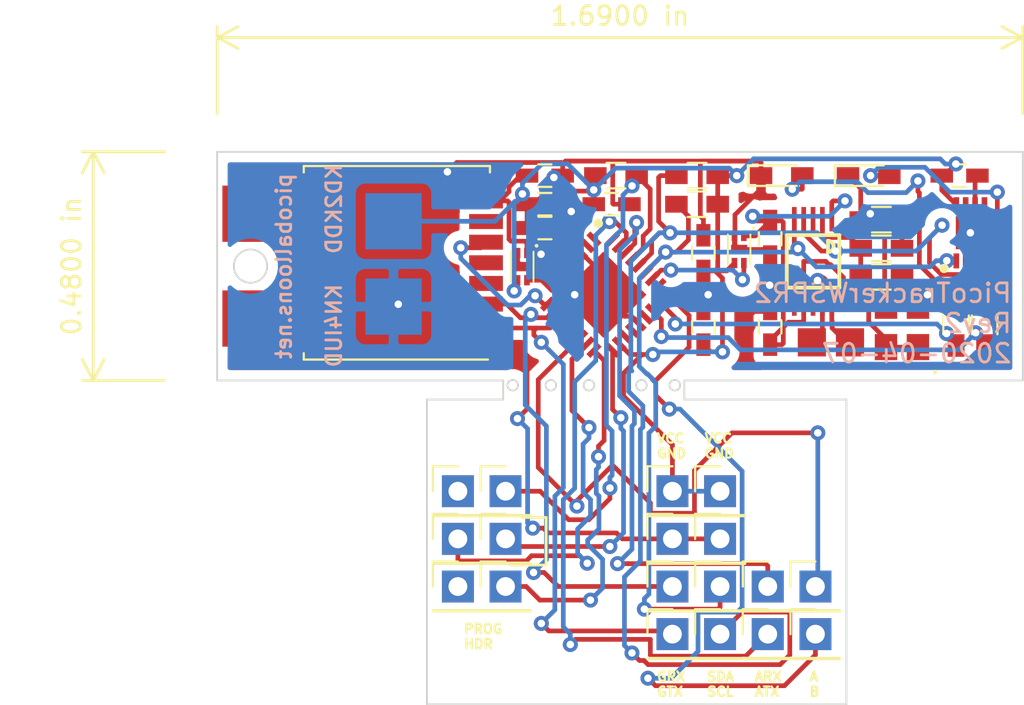
<source format=kicad_pcb>
(kicad_pcb (version 20171130) (host pcbnew "(5.1.5)-3")

  (general
    (thickness 1.6)
    (drawings 34)
    (tracks 608)
    (zones 0)
    (modules 50)
    (nets 53)
  )

  (page A4)
  (layers
    (0 F.Cu signal)
    (31 B.Cu signal)
    (32 B.Adhes user)
    (33 F.Adhes user)
    (34 B.Paste user)
    (35 F.Paste user)
    (36 B.SilkS user)
    (37 F.SilkS user)
    (38 B.Mask user)
    (39 F.Mask user)
    (40 Dwgs.User user)
    (41 Cmts.User user)
    (42 Eco1.User user)
    (43 Eco2.User user)
    (44 Edge.Cuts user)
    (45 Margin user)
    (46 B.CrtYd user)
    (47 F.CrtYd user)
    (48 B.Fab user)
    (49 F.Fab user hide)
  )

  (setup
    (last_trace_width 0.25)
    (user_trace_width 0.127)
    (trace_clearance 0.2)
    (zone_clearance 0.508)
    (zone_45_only no)
    (trace_min 0.127)
    (via_size 0.8)
    (via_drill 0.4)
    (via_min_size 0.4)
    (via_min_drill 0.3)
    (uvia_size 0.3)
    (uvia_drill 0.1)
    (uvias_allowed no)
    (uvia_min_size 0.2)
    (uvia_min_drill 0.1)
    (edge_width 0.1)
    (segment_width 0.2)
    (pcb_text_width 0.3)
    (pcb_text_size 1.5 1.5)
    (mod_edge_width 0.15)
    (mod_text_size 1 1)
    (mod_text_width 0.15)
    (pad_size 1.524 1.524)
    (pad_drill 0.762)
    (pad_to_mask_clearance 0)
    (solder_mask_min_width 0.25)
    (aux_axis_origin 0 0)
    (visible_elements 7FFFFFFF)
    (pcbplotparams
      (layerselection 0x010fc_ffffffff)
      (usegerberextensions false)
      (usegerberattributes false)
      (usegerberadvancedattributes false)
      (creategerberjobfile false)
      (excludeedgelayer true)
      (linewidth 0.100000)
      (plotframeref false)
      (viasonmask false)
      (mode 1)
      (useauxorigin false)
      (hpglpennumber 1)
      (hpglpenspeed 20)
      (hpglpendiameter 15.000000)
      (psnegative false)
      (psa4output false)
      (plotreference true)
      (plotvalue true)
      (plotinvisibletext false)
      (padsonsilk false)
      (subtractmaskfromsilk false)
      (outputformat 1)
      (mirror false)
      (drillshape 0)
      (scaleselection 1)
      (outputdirectory "gerbers/"))
  )

  (net 0 "")
  (net 1 GND)
  (net 2 VCC)
  (net 3 WSPR_VCC)
  (net 4 SER_RXD)
  (net 5 SER_TXD)
  (net 6 SDA)
  (net 7 SCL)
  (net 8 SPI_MISO)
  (net 9 SPI_SCK)
  (net 10 SPI_RESET)
  (net 11 SPI_MOSI)
  (net 12 GPS_SER_OUT)
  (net 13 GPS_SER_IN)
  (net 14 GPS_RF_IN)
  (net 15 "Net-(D1-Pad2)")
  (net 16 "Net-(D2-Pad2)")
  (net 17 "Net-(M4-Pad2)")
  (net 18 "Net-(R10-Pad2)")
  (net 19 SIG_A)
  (net 20 SIG_B)
  (net 21 GPS_V_BCKP)
  (net 22 LED_1)
  (net 23 LED_2)
  (net 24 WSPR_ENABLE)
  (net 25 GPS_IN_ENABLE)
  (net 26 WSPR_CLK1_OUT)
  (net 27 WSPR_CLK0_OUT)
  (net 28 GPS_VCC)
  (net 29 "Net-(CONN14-Pad1)")
  (net 30 "Net-(CONN16-Pad1)")
  (net 31 "Net-(IC1-Pad3)")
  (net 32 "Net-(M4-Pad6)")
  (net 33 "Net-(M4-Pad3)")
  (net 34 "Net-(U1-Pad18)")
  (net 35 "Net-(U1-Pad17)")
  (net 36 "Net-(U1-Pad16)")
  (net 37 "Net-(U1-Pad15)")
  (net 38 "Net-(U1-Pad14)")
  (net 39 "Net-(U1-Pad13)")
  (net 40 "Net-(U1-Pad9)")
  (net 41 "Net-(U1-Pad7)")
  (net 42 "Net-(U1-Pad5)")
  (net 43 "Net-(U1-Pad4)")
  (net 44 "Net-(U3-Pad32)")
  (net 45 "Net-(U3-Pad22)")
  (net 46 "Net-(U3-Pad20)")
  (net 47 "Net-(U3-Pad19)")
  (net 48 "Net-(U3-Pad13)")
  (net 49 "Net-(U3-Pad12)")
  (net 50 "Net-(U3-Pad2)")
  (net 51 "Net-(U3-Pad1)")
  (net 52 "Net-(U3-Pad7)")

  (net_class Default "This is the default net class."
    (clearance 0.2)
    (trace_width 0.25)
    (via_dia 0.8)
    (via_drill 0.4)
    (uvia_dia 0.3)
    (uvia_drill 0.1)
    (add_net GND)
    (add_net GPS_IN_ENABLE)
    (add_net GPS_RF_IN)
    (add_net GPS_SER_IN)
    (add_net GPS_SER_OUT)
    (add_net GPS_VCC)
    (add_net GPS_V_BCKP)
    (add_net LED_1)
    (add_net LED_2)
    (add_net "Net-(CONN14-Pad1)")
    (add_net "Net-(CONN16-Pad1)")
    (add_net "Net-(D1-Pad2)")
    (add_net "Net-(D2-Pad2)")
    (add_net "Net-(IC1-Pad3)")
    (add_net "Net-(M4-Pad2)")
    (add_net "Net-(M4-Pad3)")
    (add_net "Net-(M4-Pad6)")
    (add_net "Net-(R10-Pad2)")
    (add_net "Net-(U1-Pad13)")
    (add_net "Net-(U1-Pad14)")
    (add_net "Net-(U1-Pad15)")
    (add_net "Net-(U1-Pad16)")
    (add_net "Net-(U1-Pad17)")
    (add_net "Net-(U1-Pad18)")
    (add_net "Net-(U1-Pad4)")
    (add_net "Net-(U1-Pad5)")
    (add_net "Net-(U1-Pad7)")
    (add_net "Net-(U1-Pad9)")
    (add_net "Net-(U3-Pad1)")
    (add_net "Net-(U3-Pad12)")
    (add_net "Net-(U3-Pad13)")
    (add_net "Net-(U3-Pad19)")
    (add_net "Net-(U3-Pad2)")
    (add_net "Net-(U3-Pad20)")
    (add_net "Net-(U3-Pad22)")
    (add_net "Net-(U3-Pad32)")
    (add_net "Net-(U3-Pad7)")
    (add_net SCL)
    (add_net SDA)
    (add_net SER_RXD)
    (add_net SER_TXD)
    (add_net SIG_A)
    (add_net SIG_B)
    (add_net SPI_MISO)
    (add_net SPI_MOSI)
    (add_net SPI_RESET)
    (add_net SPI_SCK)
    (add_net VCC)
    (add_net WSPR_CLK0_OUT)
    (add_net WSPR_CLK1_OUT)
    (add_net WSPR_ENABLE)
    (add_net WSPR_VCC)
  )

  (module CustomFootprintLibrary:SIP32431DNP3-T1GE4 (layer F.Cu) (tedit 5E4A2511) (tstamp 5E6F26E4)
    (at 98.171 71.659 270)
    (descr "TDFN4 1.2 x 1.6")
    (tags "Integrated Circuit")
    (path /5E4DF98D)
    (attr smd)
    (fp_text reference U2 (at -1.778 -2.032 90) (layer F.SilkS) hide
      (effects (font (size 1.27 1.27) (thickness 0.254)))
    )
    (fp_text value SIP32431DNP3-T1GE4 (at 0.762 2.54 90) (layer F.SilkS) hide
      (effects (font (size 1.27 1.27) (thickness 0.254)))
    )
    (fp_text user %R (at 3.302 -2.032 90) (layer F.Fab)
      (effects (font (size 1.27 1.27) (thickness 0.254)))
    )
    (fp_line (start 0.896 -0.854) (end 0.896 0.346) (layer F.Fab) (width 0.2))
    (fp_line (start 0.896 0.346) (end -0.704 0.346) (layer F.Fab) (width 0.2))
    (fp_line (start -0.704 0.346) (end -0.704 -0.854) (layer F.Fab) (width 0.2))
    (fp_line (start -0.704 -0.854) (end 0.896 -0.854) (layer F.Fab) (width 0.2))
    (fp_line (start -0.704 -0.854) (end 0.896 -0.854) (layer F.SilkS) (width 0.1))
    (fp_line (start -0.704 0.346) (end 0.896 0.346) (layer F.SilkS) (width 0.1))
    (fp_line (start -1.016 -1.016) (end -1.016 -1.016) (layer F.SilkS) (width 0.2))
    (pad 1 smd rect (at -0.629 -0.504 180) (size 0.3 0.55) (layers F.Cu F.Paste F.Mask)
      (net 3 WSPR_VCC))
    (pad 2 smd rect (at -0.629 -0.004 180) (size 0.3 0.55) (layers F.Cu F.Paste F.Mask)
      (net 1 GND))
    (pad 3 smd rect (at 0.821 -0.004 180) (size 0.3 0.55) (layers F.Cu F.Paste F.Mask)
      (net 2 VCC))
    (pad 4 smd rect (at 0.821 -0.504 180) (size 0.3 0.55) (layers F.Cu F.Paste F.Mask)
      (net 24 WSPR_ENABLE))
    (pad 5 smd rect (at 0.096 -0.254 270) (size 0.5 0.86) (layers F.Cu F.Paste F.Mask)
      (net 1 GND))
  )

  (module Measurement_Points:Measurement_Point_Square-SMD-Pad_Big (layer B.Cu) (tedit 56C35FC6) (tstamp 5E69A373)
    (at 80.01 70.253 90)
    (descr "Mesurement Point, Square, SMD Pad,  3mm x 3mm,")
    (tags "Mesurement Point Square SMD Pad 3x3mm")
    (path /5E4B65B2)
    (attr virtual)
    (fp_text reference CONN26 (at 0 3 90) (layer B.SilkS) hide
      (effects (font (size 1 1) (thickness 0.15)) (justify mirror))
    )
    (fp_text value VCC_OUTPUT (at 0 -3 90) (layer B.Fab)
      (effects (font (size 1 1) (thickness 0.15)) (justify mirror))
    )
    (fp_line (start -1.75 1.75) (end 1.75 1.75) (layer B.CrtYd) (width 0.05))
    (fp_line (start 1.75 1.75) (end 1.75 -1.75) (layer B.CrtYd) (width 0.05))
    (fp_line (start 1.75 -1.75) (end -1.75 -1.75) (layer B.CrtYd) (width 0.05))
    (fp_line (start -1.75 -1.75) (end -1.75 1.75) (layer B.CrtYd) (width 0.05))
    (pad 1 smd rect (at 0 0 90) (size 3 3) (layers B.Cu B.Mask)
      (net 2 VCC))
  )

  (module Measurement_Points:Measurement_Point_Square-SMD-Pad_Big (layer B.Cu) (tedit 56C35FC6) (tstamp 5E6E7CB2)
    (at 80.01 74.803 90)
    (descr "Mesurement Point, Square, SMD Pad,  3mm x 3mm,")
    (tags "Mesurement Point Square SMD Pad 3x3mm")
    (path /5AD41BB5)
    (attr virtual)
    (fp_text reference CONN1 (at 0 3 90) (layer B.SilkS) hide
      (effects (font (size 1 1) (thickness 0.15)) (justify mirror))
    )
    (fp_text value NEG (at 0 -3 90) (layer B.Fab)
      (effects (font (size 1 1) (thickness 0.15)) (justify mirror))
    )
    (fp_line (start -1.75 1.75) (end 1.75 1.75) (layer B.CrtYd) (width 0.05))
    (fp_line (start 1.75 1.75) (end 1.75 -1.75) (layer B.CrtYd) (width 0.05))
    (fp_line (start 1.75 -1.75) (end -1.75 -1.75) (layer B.CrtYd) (width 0.05))
    (fp_line (start -1.75 -1.75) (end -1.75 1.75) (layer B.CrtYd) (width 0.05))
    (pad 1 smd rect (at 0 0 90) (size 3 3) (layers B.Cu B.Mask)
      (net 1 GND))
  )

  (module Capacitors_SMD:C_0603_HandSoldering (layer F.Cu) (tedit 58AA848B) (tstamp 5E6F27C6)
    (at 96.52 71.948 90)
    (descr "Capacitor SMD 0603, hand soldering")
    (tags "capacitor 0603")
    (path /5E4E7CF7)
    (attr smd)
    (fp_text reference C8 (at 0 -1.25 90) (layer F.SilkS) hide
      (effects (font (size 1 1) (thickness 0.15)))
    )
    (fp_text value 22uF (at 0 1.5 90) (layer F.Fab)
      (effects (font (size 1 1) (thickness 0.15)))
    )
    (fp_text user %R (at 0 -1.25 90) (layer F.Fab)
      (effects (font (size 1 1) (thickness 0.15)))
    )
    (fp_line (start -0.8 0.4) (end -0.8 -0.4) (layer F.Fab) (width 0.1))
    (fp_line (start 0.8 0.4) (end -0.8 0.4) (layer F.Fab) (width 0.1))
    (fp_line (start 0.8 -0.4) (end 0.8 0.4) (layer F.Fab) (width 0.1))
    (fp_line (start -0.8 -0.4) (end 0.8 -0.4) (layer F.Fab) (width 0.1))
    (fp_line (start -0.35 -0.6) (end 0.35 -0.6) (layer F.SilkS) (width 0.12))
    (fp_line (start 0.35 0.6) (end -0.35 0.6) (layer F.SilkS) (width 0.12))
    (fp_line (start -1.8 -0.65) (end 1.8 -0.65) (layer F.CrtYd) (width 0.05))
    (fp_line (start -1.8 -0.65) (end -1.8 0.65) (layer F.CrtYd) (width 0.05))
    (fp_line (start 1.8 0.65) (end 1.8 -0.65) (layer F.CrtYd) (width 0.05))
    (fp_line (start 1.8 0.65) (end -1.8 0.65) (layer F.CrtYd) (width 0.05))
    (pad 1 smd rect (at -0.95 0 90) (size 1.2 0.75) (layers F.Cu F.Paste F.Mask)
      (net 2 VCC))
    (pad 2 smd rect (at 0.95 0 90) (size 1.2 0.75) (layers F.Cu F.Paste F.Mask)
      (net 1 GND))
    (model Capacitors_SMD.3dshapes/C_0603.wrl
      (at (xyz 0 0 0))
      (scale (xyz 1 1 1))
      (rotate (xyz 0 0 0))
    )
  )

  (module Capacitors_SMD:C_0603_HandSoldering (layer F.Cu) (tedit 58AA848B) (tstamp 5E6F26AF)
    (at 100.076 71.186 270)
    (descr "Capacitor SMD 0603, hand soldering")
    (tags "capacitor 0603")
    (path /5AD340A7)
    (attr smd)
    (fp_text reference C7 (at 0 -1.25 90) (layer F.SilkS) hide
      (effects (font (size 1 1) (thickness 0.15)))
    )
    (fp_text value .1uF (at 0 1.5 90) (layer F.Fab)
      (effects (font (size 1 1) (thickness 0.15)))
    )
    (fp_text user %R (at 0 -1.25 90) (layer F.Fab)
      (effects (font (size 1 1) (thickness 0.15)))
    )
    (fp_line (start -0.8 0.4) (end -0.8 -0.4) (layer F.Fab) (width 0.1))
    (fp_line (start 0.8 0.4) (end -0.8 0.4) (layer F.Fab) (width 0.1))
    (fp_line (start 0.8 -0.4) (end 0.8 0.4) (layer F.Fab) (width 0.1))
    (fp_line (start -0.8 -0.4) (end 0.8 -0.4) (layer F.Fab) (width 0.1))
    (fp_line (start -0.35 -0.6) (end 0.35 -0.6) (layer F.SilkS) (width 0.12))
    (fp_line (start 0.35 0.6) (end -0.35 0.6) (layer F.SilkS) (width 0.12))
    (fp_line (start -1.8 -0.65) (end 1.8 -0.65) (layer F.CrtYd) (width 0.05))
    (fp_line (start -1.8 -0.65) (end -1.8 0.65) (layer F.CrtYd) (width 0.05))
    (fp_line (start 1.8 0.65) (end 1.8 -0.65) (layer F.CrtYd) (width 0.05))
    (fp_line (start 1.8 0.65) (end -1.8 0.65) (layer F.CrtYd) (width 0.05))
    (pad 1 smd rect (at -0.95 0 270) (size 1.2 0.75) (layers F.Cu F.Paste F.Mask)
      (net 3 WSPR_VCC))
    (pad 2 smd rect (at 0.95 0 270) (size 1.2 0.75) (layers F.Cu F.Paste F.Mask)
      (net 1 GND))
    (model Capacitors_SMD.3dshapes/C_0603.wrl
      (at (xyz 0 0 0))
      (scale (xyz 1 1 1))
      (rotate (xyz 0 0 0))
    )
  )

  (module Capacitors_SMD:C_0603_HandSoldering (layer F.Cu) (tedit 58AA848B) (tstamp 5E6F2796)
    (at 100.076 75.88 270)
    (descr "Capacitor SMD 0603, hand soldering")
    (tags "capacitor 0603")
    (path /5AD34AAF)
    (attr smd)
    (fp_text reference C10 (at 0 -1.25 90) (layer F.SilkS) hide
      (effects (font (size 1 1) (thickness 0.15)))
    )
    (fp_text value .1uF (at 0 1.5 90) (layer F.Fab)
      (effects (font (size 1 1) (thickness 0.15)))
    )
    (fp_line (start 1.8 0.65) (end -1.8 0.65) (layer F.CrtYd) (width 0.05))
    (fp_line (start 1.8 0.65) (end 1.8 -0.65) (layer F.CrtYd) (width 0.05))
    (fp_line (start -1.8 -0.65) (end -1.8 0.65) (layer F.CrtYd) (width 0.05))
    (fp_line (start -1.8 -0.65) (end 1.8 -0.65) (layer F.CrtYd) (width 0.05))
    (fp_line (start 0.35 0.6) (end -0.35 0.6) (layer F.SilkS) (width 0.12))
    (fp_line (start -0.35 -0.6) (end 0.35 -0.6) (layer F.SilkS) (width 0.12))
    (fp_line (start -0.8 -0.4) (end 0.8 -0.4) (layer F.Fab) (width 0.1))
    (fp_line (start 0.8 -0.4) (end 0.8 0.4) (layer F.Fab) (width 0.1))
    (fp_line (start 0.8 0.4) (end -0.8 0.4) (layer F.Fab) (width 0.1))
    (fp_line (start -0.8 0.4) (end -0.8 -0.4) (layer F.Fab) (width 0.1))
    (fp_text user %R (at 0 -1.25 90) (layer F.Fab)
      (effects (font (size 1 1) (thickness 0.15)))
    )
    (pad 2 smd rect (at 0.95 0 270) (size 1.2 0.75) (layers F.Cu F.Paste F.Mask)
      (net 3 WSPR_VCC))
    (pad 1 smd rect (at -0.95 0 270) (size 1.2 0.75) (layers F.Cu F.Paste F.Mask)
      (net 1 GND))
    (model Capacitors_SMD.3dshapes/C_0603.wrl
      (at (xyz 0 0 0))
      (scale (xyz 1 1 1))
      (rotate (xyz 0 0 0))
    )
  )

  (module Resistors_SMD:R_0603_HandSoldering (layer F.Cu) (tedit 58E0A804) (tstamp 5E6F2766)
    (at 106.002 73.2155)
    (descr "Resistor SMD 0603, hand soldering")
    (tags "resistor 0603")
    (path /5CCB7C69)
    (attr smd)
    (fp_text reference R11 (at 0 -1.45) (layer F.SilkS) hide
      (effects (font (size 1 1) (thickness 0.15)))
    )
    (fp_text value 100 (at 0 1.55) (layer F.Fab)
      (effects (font (size 1 1) (thickness 0.15)))
    )
    (fp_text user %R (at 0 0) (layer F.Fab)
      (effects (font (size 0.4 0.4) (thickness 0.075)))
    )
    (fp_line (start -0.8 0.4) (end -0.8 -0.4) (layer F.Fab) (width 0.1))
    (fp_line (start 0.8 0.4) (end -0.8 0.4) (layer F.Fab) (width 0.1))
    (fp_line (start 0.8 -0.4) (end 0.8 0.4) (layer F.Fab) (width 0.1))
    (fp_line (start -0.8 -0.4) (end 0.8 -0.4) (layer F.Fab) (width 0.1))
    (fp_line (start 0.5 0.68) (end -0.5 0.68) (layer F.SilkS) (width 0.12))
    (fp_line (start -0.5 -0.68) (end 0.5 -0.68) (layer F.SilkS) (width 0.12))
    (fp_line (start -1.96 -0.7) (end 1.95 -0.7) (layer F.CrtYd) (width 0.05))
    (fp_line (start -1.96 -0.7) (end -1.96 0.7) (layer F.CrtYd) (width 0.05))
    (fp_line (start 1.95 0.7) (end 1.95 -0.7) (layer F.CrtYd) (width 0.05))
    (fp_line (start 1.95 0.7) (end -1.96 0.7) (layer F.CrtYd) (width 0.05))
    (pad 1 smd rect (at -1.1 0) (size 1.2 0.9) (layers F.Cu F.Paste F.Mask)
      (net 17 "Net-(M4-Pad2)"))
    (pad 2 smd rect (at 1.1 0) (size 1.2 0.9) (layers F.Cu F.Paste F.Mask)
      (net 1 GND))
    (model ${KISYS3DMOD}/Resistors_SMD.3dshapes/R_0603.wrl
      (at (xyz 0 0 0))
      (scale (xyz 1 1 1))
      (rotate (xyz 0 0 0))
    )
  )

  (module Resistors_SMD:R_0603_HandSoldering (layer F.Cu) (tedit 58E0A804) (tstamp 5E6F2736)
    (at 106.002 71.6915)
    (descr "Resistor SMD 0603, hand soldering")
    (tags "resistor 0603")
    (path /5CCB763E)
    (attr smd)
    (fp_text reference R10 (at 0 -1.45) (layer F.SilkS) hide
      (effects (font (size 1 1) (thickness 0.15)))
    )
    (fp_text value 68 (at 0 1.55) (layer F.Fab)
      (effects (font (size 1 1) (thickness 0.15)))
    )
    (fp_text user %R (at 0 0) (layer F.Fab)
      (effects (font (size 0.4 0.4) (thickness 0.075)))
    )
    (fp_line (start -0.8 0.4) (end -0.8 -0.4) (layer F.Fab) (width 0.1))
    (fp_line (start 0.8 0.4) (end -0.8 0.4) (layer F.Fab) (width 0.1))
    (fp_line (start 0.8 -0.4) (end 0.8 0.4) (layer F.Fab) (width 0.1))
    (fp_line (start -0.8 -0.4) (end 0.8 -0.4) (layer F.Fab) (width 0.1))
    (fp_line (start 0.5 0.68) (end -0.5 0.68) (layer F.SilkS) (width 0.12))
    (fp_line (start -0.5 -0.68) (end 0.5 -0.68) (layer F.SilkS) (width 0.12))
    (fp_line (start -1.96 -0.7) (end 1.95 -0.7) (layer F.CrtYd) (width 0.05))
    (fp_line (start -1.96 -0.7) (end -1.96 0.7) (layer F.CrtYd) (width 0.05))
    (fp_line (start 1.95 0.7) (end 1.95 -0.7) (layer F.CrtYd) (width 0.05))
    (fp_line (start 1.95 0.7) (end -1.96 0.7) (layer F.CrtYd) (width 0.05))
    (pad 1 smd rect (at -1.1 0) (size 1.2 0.9) (layers F.Cu F.Paste F.Mask)
      (net 17 "Net-(M4-Pad2)"))
    (pad 2 smd rect (at 1.1 0) (size 1.2 0.9) (layers F.Cu F.Paste F.Mask)
      (net 18 "Net-(R10-Pad2)"))
    (model ${KISYS3DMOD}/Resistors_SMD.3dshapes/R_0603.wrl
      (at (xyz 0 0 0))
      (scale (xyz 1 1 1))
      (rotate (xyz 0 0 0))
    )
  )

  (module CustomFootprintLibrary:CRYSTAL_3.2mmWidth_2.5mmHeight (layer F.Cu) (tedit 5CC8F214) (tstamp 5E6F2824)
    (at 107.0991 75.8571 180)
    (path /5CD87C4E)
    (fp_text reference TCXO2 (at 0 -2.794) (layer F.SilkS) hide
      (effects (font (size 1 1) (thickness 0.15)))
    )
    (fp_text value CRYSTAL_TCXO_3.2mmWidth_2.5mmHeight (at 0 3.302) (layer F.SilkS) hide
      (effects (font (size 1 1) (thickness 0.15)))
    )
    (fp_text user . (at -1.778 -2.032) (layer F.SilkS)
      (effects (font (size 1 1) (thickness 0.15)))
    )
    (fp_arc (start 0 -1.651) (end 0.3048 -1.651) (angle 180) (layer Dwgs.User) (width 0.1524))
    (fp_line (start -1.2954 -1.651) (end -1.2954 1.651) (layer Dwgs.User) (width 0.1524))
    (fp_line (start 1.2954 -1.651) (end -1.2954 -1.651) (layer Dwgs.User) (width 0.1524))
    (fp_line (start 1.2954 1.651) (end 1.2954 -1.651) (layer Dwgs.User) (width 0.1524))
    (fp_line (start -1.2954 1.651) (end 1.2954 1.651) (layer Dwgs.User) (width 0.1524))
    (fp_text user "Copyright 2016 Accelerated Designs. All rights reserved." (at 0 0) (layer Cmts.User)
      (effects (font (size 0.127 0.127) (thickness 0.002)))
    )
    (pad 4 smd rect (at 0.8509 -1.1049 180) (size 1.1938 1.397) (layers F.Cu F.Paste F.Mask)
      (net 3 WSPR_VCC))
    (pad 3 smd rect (at 0.8509 1.1049 180) (size 1.1938 1.397) (layers F.Cu F.Paste F.Mask)
      (net 18 "Net-(R10-Pad2)"))
    (pad 2 smd rect (at -0.8509 1.1049 180) (size 1.1938 1.397) (layers F.Cu F.Paste F.Mask)
      (net 1 GND))
    (pad 1 smd rect (at -0.8509 -1.1049 180) (size 1.1938 1.397) (layers F.Cu F.Paste F.Mask)
      (net 3 WSPR_VCC))
  )

  (module Measurement_Points:Measurement_Point_Square-SMD-Pad_Small (layer F.Cu) (tedit 56C36007) (tstamp 5E6F2716)
    (at 102.2985 76.708)
    (descr "Mesurement Point, Square, SMD Pad,  1.5mm x 1.5mm,")
    (tags "Mesurement Point Square SMD Pad 1.5x1.5mm")
    (path /5AD3A314)
    (attr virtual)
    (fp_text reference CONN23 (at 0 -2) (layer F.SilkS) hide
      (effects (font (size 1 1) (thickness 0.15)))
    )
    (fp_text value WSPR_RF_GND (at 0 2) (layer F.Fab)
      (effects (font (size 1 1) (thickness 0.15)))
    )
    (fp_line (start -1 1) (end -1 -1) (layer F.CrtYd) (width 0.05))
    (fp_line (start 1 1) (end -1 1) (layer F.CrtYd) (width 0.05))
    (fp_line (start 1 -1) (end 1 1) (layer F.CrtYd) (width 0.05))
    (fp_line (start -1 -1) (end 1 -1) (layer F.CrtYd) (width 0.05))
    (pad 1 smd rect (at 0 0) (size 1.5 1.5) (layers F.Cu F.Mask)
      (net 26 WSPR_CLK1_OUT))
  )

  (module Resistors_SMD:R_0603_HandSoldering (layer F.Cu) (tedit 58E0A804) (tstamp 5E6F27F6)
    (at 106.002 70.1675 180)
    (descr "Resistor SMD 0603, hand soldering")
    (tags "resistor 0603")
    (path /5CCB7ACD)
    (attr smd)
    (fp_text reference R9 (at 0 -1.45) (layer F.SilkS) hide
      (effects (font (size 1 1) (thickness 0.15)))
    )
    (fp_text value 100 (at 0 1.55) (layer F.Fab)
      (effects (font (size 1 1) (thickness 0.15)))
    )
    (fp_line (start 1.95 0.7) (end -1.96 0.7) (layer F.CrtYd) (width 0.05))
    (fp_line (start 1.95 0.7) (end 1.95 -0.7) (layer F.CrtYd) (width 0.05))
    (fp_line (start -1.96 -0.7) (end -1.96 0.7) (layer F.CrtYd) (width 0.05))
    (fp_line (start -1.96 -0.7) (end 1.95 -0.7) (layer F.CrtYd) (width 0.05))
    (fp_line (start -0.5 -0.68) (end 0.5 -0.68) (layer F.SilkS) (width 0.12))
    (fp_line (start 0.5 0.68) (end -0.5 0.68) (layer F.SilkS) (width 0.12))
    (fp_line (start -0.8 -0.4) (end 0.8 -0.4) (layer F.Fab) (width 0.1))
    (fp_line (start 0.8 -0.4) (end 0.8 0.4) (layer F.Fab) (width 0.1))
    (fp_line (start 0.8 0.4) (end -0.8 0.4) (layer F.Fab) (width 0.1))
    (fp_line (start -0.8 0.4) (end -0.8 -0.4) (layer F.Fab) (width 0.1))
    (fp_text user %R (at 0 0) (layer F.Fab)
      (effects (font (size 0.4 0.4) (thickness 0.075)))
    )
    (pad 2 smd rect (at 1.1 0 180) (size 1.2 0.9) (layers F.Cu F.Paste F.Mask)
      (net 1 GND))
    (pad 1 smd rect (at -1.1 0 180) (size 1.2 0.9) (layers F.Cu F.Paste F.Mask)
      (net 18 "Net-(R10-Pad2)"))
    (model ${KISYS3DMOD}/Resistors_SMD.3dshapes/R_0603.wrl
      (at (xyz 0 0 0))
      (scale (xyz 1 1 1))
      (rotate (xyz 0 0 0))
    )
  )

  (module Measurement_Points:Measurement_Point_Square-SMD-Pad_Big (layer F.Cu) (tedit 56C35FC6) (tstamp 5E6F287E)
    (at 72.39 69.85 180)
    (descr "Mesurement Point, Square, SMD Pad,  3mm x 3mm,")
    (tags "Mesurement Point Square SMD Pad 3x3mm")
    (path /5A70037C)
    (attr virtual)
    (fp_text reference CONN22 (at 0 -3) (layer F.SilkS) hide
      (effects (font (size 1 1) (thickness 0.15)))
    )
    (fp_text value GPS_RF_IN (at 0 3) (layer F.Fab)
      (effects (font (size 1 1) (thickness 0.15)))
    )
    (fp_line (start -1.75 -1.75) (end 1.75 -1.75) (layer F.CrtYd) (width 0.05))
    (fp_line (start 1.75 -1.75) (end 1.75 1.75) (layer F.CrtYd) (width 0.05))
    (fp_line (start 1.75 1.75) (end -1.75 1.75) (layer F.CrtYd) (width 0.05))
    (fp_line (start -1.75 1.75) (end -1.75 -1.75) (layer F.CrtYd) (width 0.05))
    (pad 1 smd rect (at 0 0 180) (size 3 3) (layers F.Cu F.Mask)
      (net 14 GPS_RF_IN))
  )

  (module Measurement_Points:Measurement_Point_Square-SMD-Pad_Big (layer F.Cu) (tedit 56C35FC6) (tstamp 5E6F2896)
    (at 72.39 75.438 180)
    (descr "Mesurement Point, Square, SMD Pad,  3mm x 3mm,")
    (tags "Mesurement Point Square SMD Pad 3x3mm")
    (path /5A700192)
    (attr virtual)
    (fp_text reference CONN21 (at 0 -3) (layer F.SilkS) hide
      (effects (font (size 1 1) (thickness 0.15)))
    )
    (fp_text value GPS_RF_GND (at 0 3) (layer F.Fab)
      (effects (font (size 1 1) (thickness 0.15)))
    )
    (fp_line (start -1.75 1.75) (end -1.75 -1.75) (layer F.CrtYd) (width 0.05))
    (fp_line (start 1.75 1.75) (end -1.75 1.75) (layer F.CrtYd) (width 0.05))
    (fp_line (start 1.75 -1.75) (end 1.75 1.75) (layer F.CrtYd) (width 0.05))
    (fp_line (start -1.75 -1.75) (end 1.75 -1.75) (layer F.CrtYd) (width 0.05))
    (pad 1 smd rect (at 0 0 180) (size 3 3) (layers F.Cu F.Mask)
      (net 1 GND))
  )

  (module CustomFootprintLibrary:SI5351A (layer F.Cu) (tedit 5C6E243F) (tstamp 5E6F2950)
    (at 102.362 72.39 90)
    (descr "10-LEAD MINI SMALL OUTLINE PACKAGE [MSOP]")
    (tags "10-LEAD MINI SMALL OUTLINE PACKAGE [MSOP]")
    (path /5AD28253)
    (attr smd)
    (fp_text reference M4 (at -0.635 2.667 270) (layer F.Fab) hide
      (effects (font (size 1.27 1.27) (thickness 0.127)))
    )
    (fp_text value SI5351A (at -1.27 -2.667 270) (layer F.Fab) hide
      (effects (font (size 1.27 1.27) (thickness 0.127)))
    )
    (fp_arc (start 0.79756 0.79756) (end 1.09982 0.79756) (angle 180) (layer F.SilkS) (width 0.2032))
    (fp_line (start 0.49784 0.79756) (end 1.09982 0.79756) (layer F.SilkS) (width 0.2032))
    (fp_line (start 1.39954 1.39954) (end -1.39954 1.39954) (layer F.SilkS) (width 0.2032))
    (fp_line (start 1.39954 -1.39954) (end 1.39954 1.39954) (layer F.SilkS) (width 0.2032))
    (fp_line (start -1.39954 -1.39954) (end 1.39954 -1.39954) (layer F.SilkS) (width 0.2032))
    (fp_line (start -1.39954 1.39954) (end -1.39954 -1.39954) (layer F.SilkS) (width 0.2032))
    (fp_line (start -1.4986 1.12522) (end -2.49936 1.12522) (layer Dwgs.User) (width 0.06604))
    (fp_line (start -2.49936 1.12522) (end -2.49936 0.87376) (layer Dwgs.User) (width 0.06604))
    (fp_line (start -1.4986 0.87376) (end -2.49936 0.87376) (layer Dwgs.User) (width 0.06604))
    (fp_line (start -1.4986 1.12522) (end -1.4986 0.87376) (layer Dwgs.User) (width 0.06604))
    (fp_line (start -1.4986 0.62484) (end -2.49936 0.62484) (layer Dwgs.User) (width 0.06604))
    (fp_line (start -2.49936 0.62484) (end -2.49936 0.37338) (layer Dwgs.User) (width 0.06604))
    (fp_line (start -1.4986 0.37338) (end -2.49936 0.37338) (layer Dwgs.User) (width 0.06604))
    (fp_line (start -1.4986 0.62484) (end -1.4986 0.37338) (layer Dwgs.User) (width 0.06604))
    (fp_line (start -1.4986 0.12446) (end -2.49936 0.12446) (layer Dwgs.User) (width 0.06604))
    (fp_line (start -2.49936 0.12446) (end -2.49936 -0.12192) (layer Dwgs.User) (width 0.06604))
    (fp_line (start -1.4986 -0.12192) (end -2.49936 -0.12192) (layer Dwgs.User) (width 0.06604))
    (fp_line (start -1.4986 0.12446) (end -1.4986 -0.12192) (layer Dwgs.User) (width 0.06604))
    (fp_line (start -1.4986 -0.37338) (end -2.49936 -0.37338) (layer Dwgs.User) (width 0.06604))
    (fp_line (start -2.49936 -0.37338) (end -2.49936 -0.6223) (layer Dwgs.User) (width 0.06604))
    (fp_line (start -1.4986 -0.6223) (end -2.49936 -0.6223) (layer Dwgs.User) (width 0.06604))
    (fp_line (start -1.4986 -0.37338) (end -1.4986 -0.6223) (layer Dwgs.User) (width 0.06604))
    (fp_line (start -1.4986 -0.87376) (end -2.49936 -0.87376) (layer Dwgs.User) (width 0.06604))
    (fp_line (start -2.49936 -0.87376) (end -2.49936 -1.12268) (layer Dwgs.User) (width 0.06604))
    (fp_line (start -1.4986 -1.12268) (end -2.49936 -1.12268) (layer Dwgs.User) (width 0.06604))
    (fp_line (start -1.4986 -0.87376) (end -1.4986 -1.12268) (layer Dwgs.User) (width 0.06604))
    (fp_line (start 2.49936 -0.87376) (end 1.4986 -0.87376) (layer Dwgs.User) (width 0.06604))
    (fp_line (start 1.4986 -0.87376) (end 1.4986 -1.12522) (layer Dwgs.User) (width 0.06604))
    (fp_line (start 2.49936 -1.12522) (end 1.4986 -1.12522) (layer Dwgs.User) (width 0.06604))
    (fp_line (start 2.49936 -0.87376) (end 2.49936 -1.12522) (layer Dwgs.User) (width 0.06604))
    (fp_line (start 2.49936 -0.37338) (end 1.4986 -0.37338) (layer Dwgs.User) (width 0.06604))
    (fp_line (start 1.4986 -0.37338) (end 1.4986 -0.62484) (layer Dwgs.User) (width 0.06604))
    (fp_line (start 2.49936 -0.62484) (end 1.4986 -0.62484) (layer Dwgs.User) (width 0.06604))
    (fp_line (start 2.49936 -0.37338) (end 2.49936 -0.62484) (layer Dwgs.User) (width 0.06604))
    (fp_line (start 2.49936 0.12192) (end 1.4986 0.12192) (layer Dwgs.User) (width 0.06604))
    (fp_line (start 1.4986 0.12192) (end 1.4986 -0.12446) (layer Dwgs.User) (width 0.06604))
    (fp_line (start 2.49936 -0.12446) (end 1.4986 -0.12446) (layer Dwgs.User) (width 0.06604))
    (fp_line (start 2.49936 0.12192) (end 2.49936 -0.12446) (layer Dwgs.User) (width 0.06604))
    (fp_line (start 2.49936 0.6223) (end 1.4986 0.6223) (layer Dwgs.User) (width 0.06604))
    (fp_line (start 1.4986 0.6223) (end 1.4986 0.37338) (layer Dwgs.User) (width 0.06604))
    (fp_line (start 2.49936 0.37338) (end 1.4986 0.37338) (layer Dwgs.User) (width 0.06604))
    (fp_line (start 2.49936 0.6223) (end 2.49936 0.37338) (layer Dwgs.User) (width 0.06604))
    (fp_line (start 2.49936 1.12268) (end 1.4986 1.12268) (layer Dwgs.User) (width 0.06604))
    (fp_line (start 1.4986 1.12268) (end 1.4986 0.87376) (layer Dwgs.User) (width 0.06604))
    (fp_line (start 2.49936 0.87376) (end 1.4986 0.87376) (layer Dwgs.User) (width 0.06604))
    (fp_line (start 2.49936 1.12268) (end 2.49936 0.87376) (layer Dwgs.User) (width 0.06604))
    (pad 10 smd rect (at -2.25 0.99822) (size 0.24892 1.3) (layers F.Cu F.Paste F.Mask)
      (net 27 WSPR_CLK0_OUT))
    (pad 9 smd rect (at -2.25 0.49784) (size 0.24892 1.3) (layers F.Cu F.Paste F.Mask)
      (net 26 WSPR_CLK1_OUT))
    (pad 8 smd rect (at -2.25 0) (size 0.24892 1.3) (layers F.Cu F.Paste F.Mask)
      (net 1 GND))
    (pad 7 smd rect (at -2.25 -0.49784) (size 0.24892 1.3) (layers F.Cu F.Paste F.Mask)
      (net 3 WSPR_VCC))
    (pad 6 smd rect (at -2.25 -0.99822) (size 0.24892 1.3) (layers F.Cu F.Paste F.Mask)
      (net 32 "Net-(M4-Pad6)"))
    (pad 5 smd rect (at 2.25 -0.99822 180) (size 0.24892 1.3) (layers F.Cu F.Paste F.Mask)
      (net 6 SDA))
    (pad 4 smd rect (at 2.25 -0.49784 180) (size 0.24892 1.3) (layers F.Cu F.Paste F.Mask)
      (net 7 SCL))
    (pad 3 smd rect (at 2.25 0 180) (size 0.24892 1.3) (layers F.Cu F.Paste F.Mask)
      (net 33 "Net-(M4-Pad3)"))
    (pad 2 smd rect (at 2.25 0.49784 180) (size 0.24892 1.3) (layers F.Cu F.Paste F.Mask)
      (net 17 "Net-(M4-Pad2)"))
    (pad 1 smd rect (at 2.25 0.99822 180) (size 0.24892 1.3) (layers F.Cu F.Paste F.Mask)
      (net 3 WSPR_VCC))
  )

  (module Measurement_Points:Measurement_Point_Square-SMD-Pad_Small (layer F.Cu) (tedit 56C36007) (tstamp 5E6F29CE)
    (at 104.3305 76.708)
    (descr "Mesurement Point, Square, SMD Pad,  1.5mm x 1.5mm,")
    (tags "Mesurement Point Square SMD Pad 1.5x1.5mm")
    (path /5AD3A31A)
    (attr virtual)
    (fp_text reference CONN24 (at 0 -2) (layer F.SilkS) hide
      (effects (font (size 1 1) (thickness 0.15)))
    )
    (fp_text value WSPR_RF_OUT (at 0 2) (layer F.Fab)
      (effects (font (size 1 1) (thickness 0.15)))
    )
    (fp_line (start -1 -1) (end 1 -1) (layer F.CrtYd) (width 0.05))
    (fp_line (start 1 -1) (end 1 1) (layer F.CrtYd) (width 0.05))
    (fp_line (start 1 1) (end -1 1) (layer F.CrtYd) (width 0.05))
    (fp_line (start -1 1) (end -1 -1) (layer F.CrtYd) (width 0.05))
    (pad 1 smd rect (at 0 0) (size 1.5 1.5) (layers F.Cu F.Mask)
      (net 27 WSPR_CLK0_OUT))
  )

  (module CustomFootprintLibrary:UBLOX_MAX-7 (layer F.Cu) (tedit 5E5A8268) (tstamp 5E6F28CB)
    (at 80.264 72.644)
    (descr "ublox MAX 6/7/8, (https://www.u-blox.com/sites/default/files/MAX-8-M8-FW3_HardwareIntegrationManual_%28UBX-15030059%29.pdf)")
    (tags "GPS ublox MAX 6/7/8")
    (path /5E66FAB5)
    (attr smd)
    (fp_text reference U1 (at -0.0762 5.8222 180) (layer F.SilkS) hide
      (effects (font (size 1 1) (thickness 0.15)))
    )
    (fp_text value UBLOX_MAX-7 (at -0.0762 -1.6778 180) (layer F.Fab)
      (effects (font (size 1 1) (thickness 0.15)))
    )
    (fp_line (start 4.7738 4.5722) (end 3.7738 4.2222) (layer F.Fab) (width 0.1))
    (fp_line (start 3.7738 4.2222) (end 4.7738 3.8722) (layer F.Fab) (width 0.1))
    (fp_line (start 5.8238 5.1222) (end -5.9762 5.1222) (layer F.CrtYd) (width 0.05))
    (fp_line (start -5.9762 5.1222) (end -5.9762 -5.4778) (layer F.CrtYd) (width 0.05))
    (fp_line (start 5.8238 -5.4778) (end -5.9762 -5.4778) (layer F.CrtYd) (width 0.05))
    (fp_line (start 5.8238 5.1222) (end 5.8238 -5.4778) (layer F.CrtYd) (width 0.05))
    (fp_line (start -5.0362 4.9822) (end -5.0362 4.6422) (layer F.SilkS) (width 0.12))
    (fp_line (start 4.8838 -4.9978) (end 4.8838 -5.3378) (layer F.SilkS) (width 0.12))
    (fp_line (start -5.0362 -4.9978) (end -5.0362 -5.3378) (layer F.SilkS) (width 0.12))
    (fp_line (start 4.8838 -5.3378) (end -5.0362 -5.3378) (layer F.SilkS) (width 0.12))
    (fp_line (start 4.7738 4.9822) (end -5.0362 4.9822) (layer F.SilkS) (width 0.12))
    (fp_line (start 4.7738 -5.2278) (end -4.9262 -5.2278) (layer F.Fab) (width 0.1))
    (fp_line (start 4.7738 4.8722) (end -4.9262 4.8722) (layer F.Fab) (width 0.1))
    (fp_line (start -4.9262 4.8722) (end -4.9262 -5.2278) (layer F.Fab) (width 0.1))
    (fp_line (start 4.7738 4.8722) (end 4.7738 -5.2278) (layer F.Fab) (width 0.1))
    (fp_text user %R (at -0.0762 -0.1778 180) (layer F.Fab)
      (effects (font (size 1 1) (thickness 0.15)))
    )
    (pad 18 smd rect (at -4.8262 4.2222 180) (size 1.8 0.7) (layers F.Cu F.Paste F.Mask)
      (net 34 "Net-(U1-Pad18)"))
    (pad 17 smd rect (at -4.8262 3.1222 180) (size 1.8 0.8) (layers F.Cu F.Paste F.Mask)
      (net 35 "Net-(U1-Pad17)"))
    (pad 16 smd rect (at -4.8262 2.0222 180) (size 1.8 0.8) (layers F.Cu F.Paste F.Mask)
      (net 36 "Net-(U1-Pad16)"))
    (pad 15 smd rect (at -4.8262 0.9222 180) (size 1.8 0.8) (layers F.Cu F.Paste F.Mask)
      (net 37 "Net-(U1-Pad15)"))
    (pad 14 smd rect (at -4.8262 -0.1778 180) (size 1.8 0.8) (layers F.Cu F.Paste F.Mask)
      (net 38 "Net-(U1-Pad14)"))
    (pad 13 smd rect (at -4.8262 -1.2778 180) (size 1.8 0.8) (layers F.Cu F.Paste F.Mask)
      (net 39 "Net-(U1-Pad13)"))
    (pad 12 smd rect (at -4.8262 -2.3778 180) (size 1.8 0.8) (layers F.Cu F.Paste F.Mask)
      (net 1 GND))
    (pad 11 smd rect (at -4.8262 -3.4778 180) (size 1.8 0.8) (layers F.Cu F.Paste F.Mask)
      (net 14 GPS_RF_IN))
    (pad 10 smd rect (at -4.8262 -4.5778 180) (size 1.8 0.7) (layers F.Cu F.Paste F.Mask)
      (net 1 GND))
    (pad 9 smd rect (at 4.6738 -4.5778 180) (size 1.8 0.7) (layers F.Cu F.Paste F.Mask)
      (net 40 "Net-(U1-Pad9)"))
    (pad 8 smd rect (at 4.6738 -3.4778 180) (size 1.8 0.8) (layers F.Cu F.Paste F.Mask)
      (net 28 GPS_VCC))
    (pad 7 smd rect (at 4.6738 -2.3778 180) (size 1.8 0.8) (layers F.Cu F.Paste F.Mask)
      (net 41 "Net-(U1-Pad7)"))
    (pad 6 smd rect (at 4.6738 -1.2778 180) (size 1.8 0.8) (layers F.Cu F.Paste F.Mask)
      (net 21 GPS_V_BCKP))
    (pad 5 smd rect (at 4.6738 -0.1778 180) (size 1.8 0.8) (layers F.Cu F.Paste F.Mask)
      (net 42 "Net-(U1-Pad5)"))
    (pad 4 smd rect (at 4.6738 0.9222 180) (size 1.8 0.8) (layers F.Cu F.Paste F.Mask)
      (net 43 "Net-(U1-Pad4)"))
    (pad 3 smd rect (at 4.6738 2.0222 180) (size 1.8 0.8) (layers F.Cu F.Paste F.Mask)
      (net 13 GPS_SER_IN))
    (pad 2 smd rect (at 4.6738 3.1222 180) (size 1.8 0.8) (layers F.Cu F.Paste F.Mask)
      (net 12 GPS_SER_OUT))
    (pad 1 smd rect (at 4.6738 4.2222 180) (size 1.8 0.7) (layers F.Cu F.Paste F.Mask)
      (net 1 GND))
    (model ${KISYS3DMOD}/RF_GPS.3dshapes/ublox_MAX.wrl
      (at (xyz 0 0 0))
      (scale (xyz 1 1 1))
      (rotate (xyz 0 0 0))
    )
  )

  (module Capacitors_SMD:C_0603_HandSoldering (layer F.Cu) (tedit 58AA848B) (tstamp 5E6F2856)
    (at 88.072 67.818)
    (descr "Capacitor SMD 0603, hand soldering")
    (tags "capacitor 0603")
    (path /5E669273)
    (attr smd)
    (fp_text reference C2 (at 0 -1.25) (layer F.SilkS) hide
      (effects (font (size 1 1) (thickness 0.15)))
    )
    (fp_text value 22uF (at 0 1.5) (layer F.Fab)
      (effects (font (size 1 1) (thickness 0.15)))
    )
    (fp_line (start 1.8 0.65) (end -1.8 0.65) (layer F.CrtYd) (width 0.05))
    (fp_line (start 1.8 0.65) (end 1.8 -0.65) (layer F.CrtYd) (width 0.05))
    (fp_line (start -1.8 -0.65) (end -1.8 0.65) (layer F.CrtYd) (width 0.05))
    (fp_line (start -1.8 -0.65) (end 1.8 -0.65) (layer F.CrtYd) (width 0.05))
    (fp_line (start 0.35 0.6) (end -0.35 0.6) (layer F.SilkS) (width 0.12))
    (fp_line (start -0.35 -0.6) (end 0.35 -0.6) (layer F.SilkS) (width 0.12))
    (fp_line (start -0.8 -0.4) (end 0.8 -0.4) (layer F.Fab) (width 0.1))
    (fp_line (start 0.8 -0.4) (end 0.8 0.4) (layer F.Fab) (width 0.1))
    (fp_line (start 0.8 0.4) (end -0.8 0.4) (layer F.Fab) (width 0.1))
    (fp_line (start -0.8 0.4) (end -0.8 -0.4) (layer F.Fab) (width 0.1))
    (fp_text user %R (at 0 -1.25) (layer F.Fab)
      (effects (font (size 1 1) (thickness 0.15)))
    )
    (pad 2 smd rect (at 0.95 0) (size 1.2 0.75) (layers F.Cu F.Paste F.Mask)
      (net 1 GND))
    (pad 1 smd rect (at -0.95 0) (size 1.2 0.75) (layers F.Cu F.Paste F.Mask)
      (net 28 GPS_VCC))
    (model Capacitors_SMD.3dshapes/C_0603.wrl
      (at (xyz 0 0 0))
      (scale (xyz 1 1 1))
      (rotate (xyz 0 0 0))
    )
  )

  (module Pin_Headers:Pin_Header_Straight_1x01_Pitch2.54mm (layer F.Cu) (tedit 59650532) (tstamp 5E50DD25)
    (at 85.979 84.6455)
    (descr "Through hole straight pin header, 1x01, 2.54mm pitch, single row")
    (tags "Through hole pin header THT 1x01 2.54mm single row")
    (path /5AD5797A)
    (fp_text reference CONN13 (at 0 -2.33) (layer F.SilkS) hide
      (effects (font (size 1 1) (thickness 0.15)))
    )
    (fp_text value SPI_RESET (at 0 2.33) (layer F.Fab)
      (effects (font (size 1 1) (thickness 0.15)))
    )
    (fp_text user %R (at 0 0 90) (layer F.Fab)
      (effects (font (size 1 1) (thickness 0.15)))
    )
    (fp_line (start 1.8 -1.8) (end -1.8 -1.8) (layer F.CrtYd) (width 0.05))
    (fp_line (start 1.8 1.8) (end 1.8 -1.8) (layer F.CrtYd) (width 0.05))
    (fp_line (start -1.8 1.8) (end 1.8 1.8) (layer F.CrtYd) (width 0.05))
    (fp_line (start -1.8 -1.8) (end -1.8 1.8) (layer F.CrtYd) (width 0.05))
    (fp_line (start -1.33 -1.33) (end 0 -1.33) (layer F.SilkS) (width 0.12))
    (fp_line (start -1.33 0) (end -1.33 -1.33) (layer F.SilkS) (width 0.12))
    (fp_line (start -1.33 1.27) (end 1.33 1.27) (layer F.SilkS) (width 0.12))
    (fp_line (start 1.33 1.27) (end 1.33 1.33) (layer F.SilkS) (width 0.12))
    (fp_line (start -1.33 1.27) (end -1.33 1.33) (layer F.SilkS) (width 0.12))
    (fp_line (start -1.33 1.33) (end 1.33 1.33) (layer F.SilkS) (width 0.12))
    (fp_line (start -1.27 -0.635) (end -0.635 -1.27) (layer F.Fab) (width 0.1))
    (fp_line (start -1.27 1.27) (end -1.27 -0.635) (layer F.Fab) (width 0.1))
    (fp_line (start 1.27 1.27) (end -1.27 1.27) (layer F.Fab) (width 0.1))
    (fp_line (start 1.27 -1.27) (end 1.27 1.27) (layer F.Fab) (width 0.1))
    (fp_line (start -0.635 -1.27) (end 1.27 -1.27) (layer F.Fab) (width 0.1))
    (pad 1 thru_hole rect (at 0 0) (size 1.7 1.7) (drill 1) (layers *.Cu *.Mask)
      (net 10 SPI_RESET))
    (model ${KISYS3DMOD}/Pin_Headers.3dshapes/Pin_Header_Straight_1x01_Pitch2.54mm.wrl
      (at (xyz 0 0 0))
      (scale (xyz 1 1 1))
      (rotate (xyz 0 0 0))
    )
  )

  (module Pin_Headers:Pin_Header_Straight_1x01_Pitch2.54mm (layer F.Cu) (tedit 59650532) (tstamp 5E50DD64)
    (at 83.439 84.6455)
    (descr "Through hole straight pin header, 1x01, 2.54mm pitch, single row")
    (tags "Through hole pin header THT 1x01 2.54mm single row")
    (path /5AD57AE6)
    (fp_text reference CONN16 (at 0 -2.33) (layer F.SilkS) hide
      (effects (font (size 1 1) (thickness 0.15)))
    )
    (fp_text value GND (at 0 2.33) (layer F.Fab)
      (effects (font (size 1 1) (thickness 0.15)))
    )
    (fp_line (start -0.635 -1.27) (end 1.27 -1.27) (layer F.Fab) (width 0.1))
    (fp_line (start 1.27 -1.27) (end 1.27 1.27) (layer F.Fab) (width 0.1))
    (fp_line (start 1.27 1.27) (end -1.27 1.27) (layer F.Fab) (width 0.1))
    (fp_line (start -1.27 1.27) (end -1.27 -0.635) (layer F.Fab) (width 0.1))
    (fp_line (start -1.27 -0.635) (end -0.635 -1.27) (layer F.Fab) (width 0.1))
    (fp_line (start -1.33 1.33) (end 1.33 1.33) (layer F.SilkS) (width 0.12))
    (fp_line (start -1.33 1.27) (end -1.33 1.33) (layer F.SilkS) (width 0.12))
    (fp_line (start 1.33 1.27) (end 1.33 1.33) (layer F.SilkS) (width 0.12))
    (fp_line (start -1.33 1.27) (end 1.33 1.27) (layer F.SilkS) (width 0.12))
    (fp_line (start -1.33 0) (end -1.33 -1.33) (layer F.SilkS) (width 0.12))
    (fp_line (start -1.33 -1.33) (end 0 -1.33) (layer F.SilkS) (width 0.12))
    (fp_line (start -1.8 -1.8) (end -1.8 1.8) (layer F.CrtYd) (width 0.05))
    (fp_line (start -1.8 1.8) (end 1.8 1.8) (layer F.CrtYd) (width 0.05))
    (fp_line (start 1.8 1.8) (end 1.8 -1.8) (layer F.CrtYd) (width 0.05))
    (fp_line (start 1.8 -1.8) (end -1.8 -1.8) (layer F.CrtYd) (width 0.05))
    (fp_text user %R (at 0 0 90) (layer F.Fab)
      (effects (font (size 1 1) (thickness 0.15)))
    )
    (pad 1 thru_hole rect (at 0 0) (size 1.7 1.7) (drill 1) (layers *.Cu *.Mask)
      (net 30 "Net-(CONN16-Pad1)"))
    (model ${KISYS3DMOD}/Pin_Headers.3dshapes/Pin_Header_Straight_1x01_Pitch2.54mm.wrl
      (at (xyz 0 0 0))
      (scale (xyz 1 1 1))
      (rotate (xyz 0 0 0))
    )
  )

  (module Socket_Strips:Socket_Strip_Straight_1x01_Pitch2.54mm (layer F.Cu) (tedit 58CD5446) (tstamp 5E50DCAA)
    (at 97.409 84.6455)
    (descr "Through hole straight socket strip, 1x01, 2.54mm pitch, single row")
    (tags "Through hole socket strip THT 1x01 2.54mm single row")
    (path /5AD5DC66)
    (fp_text reference CONN7 (at 0 -2.33) (layer F.SilkS) hide
      (effects (font (size 1 1) (thickness 0.15)))
    )
    (fp_text value VCC_TAP (at 0 2.33) (layer F.Fab)
      (effects (font (size 1 1) (thickness 0.15)))
    )
    (fp_line (start -1.27 -1.27) (end -1.27 1.27) (layer F.Fab) (width 0.1))
    (fp_line (start -1.27 1.27) (end 1.27 1.27) (layer F.Fab) (width 0.1))
    (fp_line (start 1.27 1.27) (end 1.27 -1.27) (layer F.Fab) (width 0.1))
    (fp_line (start 1.27 -1.27) (end -1.27 -1.27) (layer F.Fab) (width 0.1))
    (fp_line (start -1.33 1.27) (end -1.33 1.33) (layer F.SilkS) (width 0.12))
    (fp_line (start -1.33 1.33) (end 1.33 1.33) (layer F.SilkS) (width 0.12))
    (fp_line (start 1.33 1.33) (end 1.33 1.27) (layer F.SilkS) (width 0.12))
    (fp_line (start 1.33 1.27) (end -1.33 1.27) (layer F.SilkS) (width 0.12))
    (fp_line (start -1.33 0) (end -1.33 -1.33) (layer F.SilkS) (width 0.12))
    (fp_line (start -1.33 -1.33) (end 0 -1.33) (layer F.SilkS) (width 0.12))
    (fp_line (start -1.8 -1.8) (end -1.8 1.8) (layer F.CrtYd) (width 0.05))
    (fp_line (start -1.8 1.8) (end 1.8 1.8) (layer F.CrtYd) (width 0.05))
    (fp_line (start 1.8 1.8) (end 1.8 -1.8) (layer F.CrtYd) (width 0.05))
    (fp_line (start 1.8 -1.8) (end -1.8 -1.8) (layer F.CrtYd) (width 0.05))
    (fp_text user %R (at 0 -2.33) (layer F.Fab)
      (effects (font (size 1 1) (thickness 0.15)))
    )
    (pad 1 thru_hole rect (at 0 0) (size 1.7 1.7) (drill 1) (layers *.Cu *.Mask)
      (net 2 VCC))
    (model ${KISYS3DMOD}/Socket_Strips.3dshapes/Socket_Strip_Straight_1x01_Pitch2.54mm.wrl
      (at (xyz 0 0 0))
      (scale (xyz 1 1 1))
      (rotate (xyz 0 0 270))
    )
  )

  (module Socket_Strips:Socket_Strip_Straight_1x01_Pitch2.54mm (layer F.Cu) (tedit 58CD5446) (tstamp 5E50DC5A)
    (at 94.869 84.6455)
    (descr "Through hole straight socket strip, 1x01, 2.54mm pitch, single row")
    (tags "Through hole socket strip THT 1x01 2.54mm single row")
    (path /5C713AD8)
    (fp_text reference CONN3 (at 0 -2.33) (layer F.SilkS) hide
      (effects (font (size 1 1) (thickness 0.15)))
    )
    (fp_text value VCC_INPUT (at 0 2.33) (layer F.Fab)
      (effects (font (size 1 1) (thickness 0.15)))
    )
    (fp_line (start -1.27 -1.27) (end -1.27 1.27) (layer F.Fab) (width 0.1))
    (fp_line (start -1.27 1.27) (end 1.27 1.27) (layer F.Fab) (width 0.1))
    (fp_line (start 1.27 1.27) (end 1.27 -1.27) (layer F.Fab) (width 0.1))
    (fp_line (start 1.27 -1.27) (end -1.27 -1.27) (layer F.Fab) (width 0.1))
    (fp_line (start -1.33 1.27) (end -1.33 1.33) (layer F.SilkS) (width 0.12))
    (fp_line (start -1.33 1.33) (end 1.33 1.33) (layer F.SilkS) (width 0.12))
    (fp_line (start 1.33 1.33) (end 1.33 1.27) (layer F.SilkS) (width 0.12))
    (fp_line (start 1.33 1.27) (end -1.33 1.27) (layer F.SilkS) (width 0.12))
    (fp_line (start -1.33 0) (end -1.33 -1.33) (layer F.SilkS) (width 0.12))
    (fp_line (start -1.33 -1.33) (end 0 -1.33) (layer F.SilkS) (width 0.12))
    (fp_line (start -1.8 -1.8) (end -1.8 1.8) (layer F.CrtYd) (width 0.05))
    (fp_line (start -1.8 1.8) (end 1.8 1.8) (layer F.CrtYd) (width 0.05))
    (fp_line (start 1.8 1.8) (end 1.8 -1.8) (layer F.CrtYd) (width 0.05))
    (fp_line (start 1.8 -1.8) (end -1.8 -1.8) (layer F.CrtYd) (width 0.05))
    (fp_text user %R (at 0 -2.33) (layer F.Fab)
      (effects (font (size 1 1) (thickness 0.15)))
    )
    (pad 1 thru_hole rect (at 0 0) (size 1.7 1.7) (drill 1) (layers *.Cu *.Mask)
      (net 2 VCC))
    (model ${KISYS3DMOD}/Socket_Strips.3dshapes/Socket_Strip_Straight_1x01_Pitch2.54mm.wrl
      (at (xyz 0 0 0))
      (scale (xyz 1 1 1))
      (rotate (xyz 0 0 270))
    )
  )

  (module Capacitors_SMD:C_0603_HandSoldering (layer F.Cu) (tedit 58AA848B) (tstamp 5E6F25D1)
    (at 88.072 69.342 180)
    (descr "Capacitor SMD 0603, hand soldering")
    (tags "capacitor 0603")
    (path /5A6E095C)
    (attr smd)
    (fp_text reference C1 (at 0 -1.25) (layer F.SilkS) hide
      (effects (font (size 1 1) (thickness 0.15)))
    )
    (fp_text value .1uF (at 0 1.5) (layer F.Fab)
      (effects (font (size 1 1) (thickness 0.15)))
    )
    (fp_text user %R (at 0 -1.25) (layer F.Fab)
      (effects (font (size 1 1) (thickness 0.15)))
    )
    (fp_line (start -0.8 0.4) (end -0.8 -0.4) (layer F.Fab) (width 0.1))
    (fp_line (start 0.8 0.4) (end -0.8 0.4) (layer F.Fab) (width 0.1))
    (fp_line (start 0.8 -0.4) (end 0.8 0.4) (layer F.Fab) (width 0.1))
    (fp_line (start -0.8 -0.4) (end 0.8 -0.4) (layer F.Fab) (width 0.1))
    (fp_line (start -0.35 -0.6) (end 0.35 -0.6) (layer F.SilkS) (width 0.12))
    (fp_line (start 0.35 0.6) (end -0.35 0.6) (layer F.SilkS) (width 0.12))
    (fp_line (start -1.8 -0.65) (end 1.8 -0.65) (layer F.CrtYd) (width 0.05))
    (fp_line (start -1.8 -0.65) (end -1.8 0.65) (layer F.CrtYd) (width 0.05))
    (fp_line (start 1.8 0.65) (end 1.8 -0.65) (layer F.CrtYd) (width 0.05))
    (fp_line (start 1.8 0.65) (end -1.8 0.65) (layer F.CrtYd) (width 0.05))
    (pad 1 smd rect (at -0.95 0 180) (size 1.2 0.75) (layers F.Cu F.Paste F.Mask)
      (net 1 GND))
    (pad 2 smd rect (at 0.95 0 180) (size 1.2 0.75) (layers F.Cu F.Paste F.Mask)
      (net 2 VCC))
    (model Capacitors_SMD.3dshapes/C_0603.wrl
      (at (xyz 0 0 0))
      (scale (xyz 1 1 1))
      (rotate (xyz 0 0 0))
    )
  )

  (module Capacitors_SMD:C_0603_HandSoldering (layer F.Cu) (tedit 58AA848B) (tstamp 5E6F25A1)
    (at 91.628 69.342 180)
    (descr "Capacitor SMD 0603, hand soldering")
    (tags "capacitor 0603")
    (path /5C9EC455)
    (attr smd)
    (fp_text reference C9 (at 0 -1.25) (layer F.SilkS) hide
      (effects (font (size 1 1) (thickness 0.15)))
    )
    (fp_text value .1uF (at 0 1.5) (layer F.Fab)
      (effects (font (size 1 1) (thickness 0.15)))
    )
    (fp_text user %R (at 0 -1.25) (layer F.Fab)
      (effects (font (size 1 1) (thickness 0.15)))
    )
    (fp_line (start -0.8 0.4) (end -0.8 -0.4) (layer F.Fab) (width 0.1))
    (fp_line (start 0.8 0.4) (end -0.8 0.4) (layer F.Fab) (width 0.1))
    (fp_line (start 0.8 -0.4) (end 0.8 0.4) (layer F.Fab) (width 0.1))
    (fp_line (start -0.8 -0.4) (end 0.8 -0.4) (layer F.Fab) (width 0.1))
    (fp_line (start -0.35 -0.6) (end 0.35 -0.6) (layer F.SilkS) (width 0.12))
    (fp_line (start 0.35 0.6) (end -0.35 0.6) (layer F.SilkS) (width 0.12))
    (fp_line (start -1.8 -0.65) (end 1.8 -0.65) (layer F.CrtYd) (width 0.05))
    (fp_line (start -1.8 -0.65) (end -1.8 0.65) (layer F.CrtYd) (width 0.05))
    (fp_line (start 1.8 0.65) (end 1.8 -0.65) (layer F.CrtYd) (width 0.05))
    (fp_line (start 1.8 0.65) (end -1.8 0.65) (layer F.CrtYd) (width 0.05))
    (pad 1 smd rect (at -0.95 0 180) (size 1.2 0.75) (layers F.Cu F.Paste F.Mask)
      (net 1 GND))
    (pad 2 smd rect (at 0.95 0 180) (size 1.2 0.75) (layers F.Cu F.Paste F.Mask)
      (net 2 VCC))
    (model Capacitors_SMD.3dshapes/C_0603.wrl
      (at (xyz 0 0 0))
      (scale (xyz 1 1 1))
      (rotate (xyz 0 0 0))
    )
  )

  (module Capacitors_SMD:C_0603_HandSoldering (layer F.Cu) (tedit 58AA848B) (tstamp 5E6F2631)
    (at 96.52 75.88 270)
    (descr "Capacitor SMD 0603, hand soldering")
    (tags "capacitor 0603")
    (path /5C9EBDEA)
    (attr smd)
    (fp_text reference C11 (at 0 -1.25 90) (layer F.SilkS) hide
      (effects (font (size 1 1) (thickness 0.15)))
    )
    (fp_text value .1uF (at 0 1.5 90) (layer F.Fab)
      (effects (font (size 1 1) (thickness 0.15)))
    )
    (fp_text user %R (at 0 -1.25 90) (layer F.Fab)
      (effects (font (size 1 1) (thickness 0.15)))
    )
    (fp_line (start -0.8 0.4) (end -0.8 -0.4) (layer F.Fab) (width 0.1))
    (fp_line (start 0.8 0.4) (end -0.8 0.4) (layer F.Fab) (width 0.1))
    (fp_line (start 0.8 -0.4) (end 0.8 0.4) (layer F.Fab) (width 0.1))
    (fp_line (start -0.8 -0.4) (end 0.8 -0.4) (layer F.Fab) (width 0.1))
    (fp_line (start -0.35 -0.6) (end 0.35 -0.6) (layer F.SilkS) (width 0.12))
    (fp_line (start 0.35 0.6) (end -0.35 0.6) (layer F.SilkS) (width 0.12))
    (fp_line (start -1.8 -0.65) (end 1.8 -0.65) (layer F.CrtYd) (width 0.05))
    (fp_line (start -1.8 -0.65) (end -1.8 0.65) (layer F.CrtYd) (width 0.05))
    (fp_line (start 1.8 0.65) (end 1.8 -0.65) (layer F.CrtYd) (width 0.05))
    (fp_line (start 1.8 0.65) (end -1.8 0.65) (layer F.CrtYd) (width 0.05))
    (pad 1 smd rect (at -0.95 0 270) (size 1.2 0.75) (layers F.Cu F.Paste F.Mask)
      (net 1 GND))
    (pad 2 smd rect (at 0.95 0 270) (size 1.2 0.75) (layers F.Cu F.Paste F.Mask)
      (net 2 VCC))
    (model Capacitors_SMD.3dshapes/C_0603.wrl
      (at (xyz 0 0 0))
      (scale (xyz 1 1 1))
      (rotate (xyz 0 0 0))
    )
  )

  (module Capacitors_SMD:C_0603_HandSoldering (layer F.Cu) (tedit 58AA848B) (tstamp 5E6F4328)
    (at 110.17 67.818)
    (descr "Capacitor SMD 0603, hand soldering")
    (tags "capacitor 0603")
    (path /5E4A604C)
    (attr smd)
    (fp_text reference C12 (at 0 -1.25) (layer F.SilkS) hide
      (effects (font (size 1 1) (thickness 0.15)))
    )
    (fp_text value .1uF (at 0 1.5) (layer F.Fab)
      (effects (font (size 1 1) (thickness 0.15)))
    )
    (fp_line (start 1.8 0.65) (end -1.8 0.65) (layer F.CrtYd) (width 0.05))
    (fp_line (start 1.8 0.65) (end 1.8 -0.65) (layer F.CrtYd) (width 0.05))
    (fp_line (start -1.8 -0.65) (end -1.8 0.65) (layer F.CrtYd) (width 0.05))
    (fp_line (start -1.8 -0.65) (end 1.8 -0.65) (layer F.CrtYd) (width 0.05))
    (fp_line (start 0.35 0.6) (end -0.35 0.6) (layer F.SilkS) (width 0.12))
    (fp_line (start -0.35 -0.6) (end 0.35 -0.6) (layer F.SilkS) (width 0.12))
    (fp_line (start -0.8 -0.4) (end 0.8 -0.4) (layer F.Fab) (width 0.1))
    (fp_line (start 0.8 -0.4) (end 0.8 0.4) (layer F.Fab) (width 0.1))
    (fp_line (start 0.8 0.4) (end -0.8 0.4) (layer F.Fab) (width 0.1))
    (fp_line (start -0.8 0.4) (end -0.8 -0.4) (layer F.Fab) (width 0.1))
    (fp_text user %R (at 0 -1.25) (layer F.Fab)
      (effects (font (size 1 1) (thickness 0.15)))
    )
    (pad 2 smd rect (at 0.95 0) (size 1.2 0.75) (layers F.Cu F.Paste F.Mask)
      (net 1 GND))
    (pad 1 smd rect (at -0.95 0) (size 1.2 0.75) (layers F.Cu F.Paste F.Mask)
      (net 2 VCC))
    (model Capacitors_SMD.3dshapes/C_0603.wrl
      (at (xyz 0 0 0))
      (scale (xyz 1 1 1))
      (rotate (xyz 0 0 0))
    )
  )

  (module Socket_Strips:Socket_Strip_Straight_1x01_Pitch2.54mm (layer F.Cu) (tedit 58CD5446) (tstamp 5E50DC6E)
    (at 94.869 87.1855)
    (descr "Through hole straight socket strip, 1x01, 2.54mm pitch, single row")
    (tags "Through hole socket strip THT 1x01 2.54mm single row")
    (path /5C713ADF)
    (fp_text reference CONN4 (at 0 -2.33) (layer F.SilkS) hide
      (effects (font (size 1 1) (thickness 0.15)))
    )
    (fp_text value GND_INPUT (at 0 2.33) (layer F.Fab)
      (effects (font (size 1 1) (thickness 0.15)))
    )
    (fp_text user %R (at 0 -2.33) (layer F.Fab)
      (effects (font (size 1 1) (thickness 0.15)))
    )
    (fp_line (start 1.8 -1.8) (end -1.8 -1.8) (layer F.CrtYd) (width 0.05))
    (fp_line (start 1.8 1.8) (end 1.8 -1.8) (layer F.CrtYd) (width 0.05))
    (fp_line (start -1.8 1.8) (end 1.8 1.8) (layer F.CrtYd) (width 0.05))
    (fp_line (start -1.8 -1.8) (end -1.8 1.8) (layer F.CrtYd) (width 0.05))
    (fp_line (start -1.33 -1.33) (end 0 -1.33) (layer F.SilkS) (width 0.12))
    (fp_line (start -1.33 0) (end -1.33 -1.33) (layer F.SilkS) (width 0.12))
    (fp_line (start 1.33 1.27) (end -1.33 1.27) (layer F.SilkS) (width 0.12))
    (fp_line (start 1.33 1.33) (end 1.33 1.27) (layer F.SilkS) (width 0.12))
    (fp_line (start -1.33 1.33) (end 1.33 1.33) (layer F.SilkS) (width 0.12))
    (fp_line (start -1.33 1.27) (end -1.33 1.33) (layer F.SilkS) (width 0.12))
    (fp_line (start 1.27 -1.27) (end -1.27 -1.27) (layer F.Fab) (width 0.1))
    (fp_line (start 1.27 1.27) (end 1.27 -1.27) (layer F.Fab) (width 0.1))
    (fp_line (start -1.27 1.27) (end 1.27 1.27) (layer F.Fab) (width 0.1))
    (fp_line (start -1.27 -1.27) (end -1.27 1.27) (layer F.Fab) (width 0.1))
    (pad 1 thru_hole rect (at 0 0) (size 1.7 1.7) (drill 1) (layers *.Cu *.Mask)
      (net 1 GND))
    (model ${KISYS3DMOD}/Socket_Strips.3dshapes/Socket_Strip_Straight_1x01_Pitch2.54mm.wrl
      (at (xyz 0 0 0))
      (scale (xyz 1 1 1))
      (rotate (xyz 0 0 270))
    )
  )

  (module Socket_Strips:Socket_Strip_Straight_1x01_Pitch2.54mm (layer F.Cu) (tedit 58CD5446) (tstamp 5E50DC82)
    (at 99.949 89.7255)
    (descr "Through hole straight socket strip, 1x01, 2.54mm pitch, single row")
    (tags "Through hole socket strip THT 1x01 2.54mm single row")
    (path /5AD4A015)
    (fp_text reference CONN5 (at 0 -2.33) (layer F.SilkS) hide
      (effects (font (size 1 1) (thickness 0.15)))
    )
    (fp_text value MCU_SER_RXD (at 0 2.33) (layer F.Fab)
      (effects (font (size 1 1) (thickness 0.15)))
    )
    (fp_text user %R (at 0 -2.33) (layer F.Fab)
      (effects (font (size 1 1) (thickness 0.15)))
    )
    (fp_line (start 1.8 -1.8) (end -1.8 -1.8) (layer F.CrtYd) (width 0.05))
    (fp_line (start 1.8 1.8) (end 1.8 -1.8) (layer F.CrtYd) (width 0.05))
    (fp_line (start -1.8 1.8) (end 1.8 1.8) (layer F.CrtYd) (width 0.05))
    (fp_line (start -1.8 -1.8) (end -1.8 1.8) (layer F.CrtYd) (width 0.05))
    (fp_line (start -1.33 -1.33) (end 0 -1.33) (layer F.SilkS) (width 0.12))
    (fp_line (start -1.33 0) (end -1.33 -1.33) (layer F.SilkS) (width 0.12))
    (fp_line (start 1.33 1.27) (end -1.33 1.27) (layer F.SilkS) (width 0.12))
    (fp_line (start 1.33 1.33) (end 1.33 1.27) (layer F.SilkS) (width 0.12))
    (fp_line (start -1.33 1.33) (end 1.33 1.33) (layer F.SilkS) (width 0.12))
    (fp_line (start -1.33 1.27) (end -1.33 1.33) (layer F.SilkS) (width 0.12))
    (fp_line (start 1.27 -1.27) (end -1.27 -1.27) (layer F.Fab) (width 0.1))
    (fp_line (start 1.27 1.27) (end 1.27 -1.27) (layer F.Fab) (width 0.1))
    (fp_line (start -1.27 1.27) (end 1.27 1.27) (layer F.Fab) (width 0.1))
    (fp_line (start -1.27 -1.27) (end -1.27 1.27) (layer F.Fab) (width 0.1))
    (pad 1 thru_hole rect (at 0 0) (size 1.7 1.7) (drill 1) (layers *.Cu *.Mask)
      (net 4 SER_RXD))
    (model ${KISYS3DMOD}/Socket_Strips.3dshapes/Socket_Strip_Straight_1x01_Pitch2.54mm.wrl
      (at (xyz 0 0 0))
      (scale (xyz 1 1 1))
      (rotate (xyz 0 0 270))
    )
  )

  (module Socket_Strips:Socket_Strip_Straight_1x01_Pitch2.54mm (layer F.Cu) (tedit 58CD5446) (tstamp 5E50DC96)
    (at 99.949 92.2655)
    (descr "Through hole straight socket strip, 1x01, 2.54mm pitch, single row")
    (tags "Through hole socket strip THT 1x01 2.54mm single row")
    (path /5AD4A01B)
    (fp_text reference CONN6 (at 0 -2.33) (layer F.SilkS) hide
      (effects (font (size 1 1) (thickness 0.15)))
    )
    (fp_text value MCU_SER_TXD (at 0 2.33) (layer F.Fab)
      (effects (font (size 1 1) (thickness 0.15)))
    )
    (fp_line (start -1.27 -1.27) (end -1.27 1.27) (layer F.Fab) (width 0.1))
    (fp_line (start -1.27 1.27) (end 1.27 1.27) (layer F.Fab) (width 0.1))
    (fp_line (start 1.27 1.27) (end 1.27 -1.27) (layer F.Fab) (width 0.1))
    (fp_line (start 1.27 -1.27) (end -1.27 -1.27) (layer F.Fab) (width 0.1))
    (fp_line (start -1.33 1.27) (end -1.33 1.33) (layer F.SilkS) (width 0.12))
    (fp_line (start -1.33 1.33) (end 1.33 1.33) (layer F.SilkS) (width 0.12))
    (fp_line (start 1.33 1.33) (end 1.33 1.27) (layer F.SilkS) (width 0.12))
    (fp_line (start 1.33 1.27) (end -1.33 1.27) (layer F.SilkS) (width 0.12))
    (fp_line (start -1.33 0) (end -1.33 -1.33) (layer F.SilkS) (width 0.12))
    (fp_line (start -1.33 -1.33) (end 0 -1.33) (layer F.SilkS) (width 0.12))
    (fp_line (start -1.8 -1.8) (end -1.8 1.8) (layer F.CrtYd) (width 0.05))
    (fp_line (start -1.8 1.8) (end 1.8 1.8) (layer F.CrtYd) (width 0.05))
    (fp_line (start 1.8 1.8) (end 1.8 -1.8) (layer F.CrtYd) (width 0.05))
    (fp_line (start 1.8 -1.8) (end -1.8 -1.8) (layer F.CrtYd) (width 0.05))
    (fp_text user %R (at 0 -2.33) (layer F.Fab)
      (effects (font (size 1 1) (thickness 0.15)))
    )
    (pad 1 thru_hole rect (at 0 0) (size 1.7 1.7) (drill 1) (layers *.Cu *.Mask)
      (net 5 SER_TXD))
    (model ${KISYS3DMOD}/Socket_Strips.3dshapes/Socket_Strip_Straight_1x01_Pitch2.54mm.wrl
      (at (xyz 0 0 0))
      (scale (xyz 1 1 1))
      (rotate (xyz 0 0 270))
    )
  )

  (module Socket_Strips:Socket_Strip_Straight_1x01_Pitch2.54mm (layer F.Cu) (tedit 58CD5446) (tstamp 5E50DCD2)
    (at 97.409 89.7255)
    (descr "Through hole straight socket strip, 1x01, 2.54mm pitch, single row")
    (tags "Through hole socket strip THT 1x01 2.54mm single row")
    (path /5AD561A2)
    (fp_text reference CONN9 (at 0 -2.33) (layer F.SilkS) hide
      (effects (font (size 1 1) (thickness 0.15)))
    )
    (fp_text value SDA_TAP (at 0 2.33) (layer F.Fab)
      (effects (font (size 1 1) (thickness 0.15)))
    )
    (fp_text user %R (at 0 -2.33) (layer F.Fab)
      (effects (font (size 1 1) (thickness 0.15)))
    )
    (fp_line (start 1.8 -1.8) (end -1.8 -1.8) (layer F.CrtYd) (width 0.05))
    (fp_line (start 1.8 1.8) (end 1.8 -1.8) (layer F.CrtYd) (width 0.05))
    (fp_line (start -1.8 1.8) (end 1.8 1.8) (layer F.CrtYd) (width 0.05))
    (fp_line (start -1.8 -1.8) (end -1.8 1.8) (layer F.CrtYd) (width 0.05))
    (fp_line (start -1.33 -1.33) (end 0 -1.33) (layer F.SilkS) (width 0.12))
    (fp_line (start -1.33 0) (end -1.33 -1.33) (layer F.SilkS) (width 0.12))
    (fp_line (start 1.33 1.27) (end -1.33 1.27) (layer F.SilkS) (width 0.12))
    (fp_line (start 1.33 1.33) (end 1.33 1.27) (layer F.SilkS) (width 0.12))
    (fp_line (start -1.33 1.33) (end 1.33 1.33) (layer F.SilkS) (width 0.12))
    (fp_line (start -1.33 1.27) (end -1.33 1.33) (layer F.SilkS) (width 0.12))
    (fp_line (start 1.27 -1.27) (end -1.27 -1.27) (layer F.Fab) (width 0.1))
    (fp_line (start 1.27 1.27) (end 1.27 -1.27) (layer F.Fab) (width 0.1))
    (fp_line (start -1.27 1.27) (end 1.27 1.27) (layer F.Fab) (width 0.1))
    (fp_line (start -1.27 -1.27) (end -1.27 1.27) (layer F.Fab) (width 0.1))
    (pad 1 thru_hole rect (at 0 0) (size 1.7 1.7) (drill 1) (layers *.Cu *.Mask)
      (net 6 SDA))
    (model ${KISYS3DMOD}/Socket_Strips.3dshapes/Socket_Strip_Straight_1x01_Pitch2.54mm.wrl
      (at (xyz 0 0 0))
      (scale (xyz 1 1 1))
      (rotate (xyz 0 0 270))
    )
  )

  (module Socket_Strips:Socket_Strip_Straight_1x01_Pitch2.54mm (layer F.Cu) (tedit 58CD5446) (tstamp 5E50DCE6)
    (at 97.409 92.2655)
    (descr "Through hole straight socket strip, 1x01, 2.54mm pitch, single row")
    (tags "Through hole socket strip THT 1x01 2.54mm single row")
    (path /5AD56ACA)
    (fp_text reference CONN10 (at 0 -2.33) (layer F.SilkS) hide
      (effects (font (size 1 1) (thickness 0.15)))
    )
    (fp_text value SCL_TAP (at 0 2.33) (layer F.Fab)
      (effects (font (size 1 1) (thickness 0.15)))
    )
    (fp_line (start -1.27 -1.27) (end -1.27 1.27) (layer F.Fab) (width 0.1))
    (fp_line (start -1.27 1.27) (end 1.27 1.27) (layer F.Fab) (width 0.1))
    (fp_line (start 1.27 1.27) (end 1.27 -1.27) (layer F.Fab) (width 0.1))
    (fp_line (start 1.27 -1.27) (end -1.27 -1.27) (layer F.Fab) (width 0.1))
    (fp_line (start -1.33 1.27) (end -1.33 1.33) (layer F.SilkS) (width 0.12))
    (fp_line (start -1.33 1.33) (end 1.33 1.33) (layer F.SilkS) (width 0.12))
    (fp_line (start 1.33 1.33) (end 1.33 1.27) (layer F.SilkS) (width 0.12))
    (fp_line (start 1.33 1.27) (end -1.33 1.27) (layer F.SilkS) (width 0.12))
    (fp_line (start -1.33 0) (end -1.33 -1.33) (layer F.SilkS) (width 0.12))
    (fp_line (start -1.33 -1.33) (end 0 -1.33) (layer F.SilkS) (width 0.12))
    (fp_line (start -1.8 -1.8) (end -1.8 1.8) (layer F.CrtYd) (width 0.05))
    (fp_line (start -1.8 1.8) (end 1.8 1.8) (layer F.CrtYd) (width 0.05))
    (fp_line (start 1.8 1.8) (end 1.8 -1.8) (layer F.CrtYd) (width 0.05))
    (fp_line (start 1.8 -1.8) (end -1.8 -1.8) (layer F.CrtYd) (width 0.05))
    (fp_text user %R (at 0 -2.33) (layer F.Fab)
      (effects (font (size 1 1) (thickness 0.15)))
    )
    (pad 1 thru_hole rect (at 0 0) (size 1.7 1.7) (drill 1) (layers *.Cu *.Mask)
      (net 7 SCL))
    (model ${KISYS3DMOD}/Socket_Strips.3dshapes/Socket_Strip_Straight_1x01_Pitch2.54mm.wrl
      (at (xyz 0 0 0))
      (scale (xyz 1 1 1))
      (rotate (xyz 0 0 270))
    )
  )

  (module Pin_Headers:Pin_Header_Straight_1x01_Pitch2.54mm (layer F.Cu) (tedit 59650532) (tstamp 5E50DCFB)
    (at 85.979 89.7255)
    (descr "Through hole straight pin header, 1x01, 2.54mm pitch, single row")
    (tags "Through hole pin header THT 1x01 2.54mm single row")
    (path /5AD578AB)
    (fp_text reference CONN11 (at 0 -2.33) (layer F.SilkS) hide
      (effects (font (size 1 1) (thickness 0.15)))
    )
    (fp_text value SPI_MISO (at 0 2.33) (layer F.Fab)
      (effects (font (size 1 1) (thickness 0.15)))
    )
    (fp_line (start -0.635 -1.27) (end 1.27 -1.27) (layer F.Fab) (width 0.1))
    (fp_line (start 1.27 -1.27) (end 1.27 1.27) (layer F.Fab) (width 0.1))
    (fp_line (start 1.27 1.27) (end -1.27 1.27) (layer F.Fab) (width 0.1))
    (fp_line (start -1.27 1.27) (end -1.27 -0.635) (layer F.Fab) (width 0.1))
    (fp_line (start -1.27 -0.635) (end -0.635 -1.27) (layer F.Fab) (width 0.1))
    (fp_line (start -1.33 1.33) (end 1.33 1.33) (layer F.SilkS) (width 0.12))
    (fp_line (start -1.33 1.27) (end -1.33 1.33) (layer F.SilkS) (width 0.12))
    (fp_line (start 1.33 1.27) (end 1.33 1.33) (layer F.SilkS) (width 0.12))
    (fp_line (start -1.33 1.27) (end 1.33 1.27) (layer F.SilkS) (width 0.12))
    (fp_line (start -1.33 0) (end -1.33 -1.33) (layer F.SilkS) (width 0.12))
    (fp_line (start -1.33 -1.33) (end 0 -1.33) (layer F.SilkS) (width 0.12))
    (fp_line (start -1.8 -1.8) (end -1.8 1.8) (layer F.CrtYd) (width 0.05))
    (fp_line (start -1.8 1.8) (end 1.8 1.8) (layer F.CrtYd) (width 0.05))
    (fp_line (start 1.8 1.8) (end 1.8 -1.8) (layer F.CrtYd) (width 0.05))
    (fp_line (start 1.8 -1.8) (end -1.8 -1.8) (layer F.CrtYd) (width 0.05))
    (fp_text user %R (at 0 0 90) (layer F.Fab)
      (effects (font (size 1 1) (thickness 0.15)))
    )
    (pad 1 thru_hole rect (at 0 0) (size 1.7 1.7) (drill 1) (layers *.Cu *.Mask)
      (net 8 SPI_MISO))
    (model ${KISYS3DMOD}/Pin_Headers.3dshapes/Pin_Header_Straight_1x01_Pitch2.54mm.wrl
      (at (xyz 0 0 0))
      (scale (xyz 1 1 1))
      (rotate (xyz 0 0 0))
    )
  )

  (module Pin_Headers:Pin_Header_Straight_1x01_Pitch2.54mm (layer F.Cu) (tedit 59650532) (tstamp 5E50DD10)
    (at 85.979 87.1855)
    (descr "Through hole straight pin header, 1x01, 2.54mm pitch, single row")
    (tags "Through hole pin header THT 1x01 2.54mm single row")
    (path /5AD578B1)
    (fp_text reference CONN12 (at 0 -2.33) (layer F.SilkS) hide
      (effects (font (size 1 1) (thickness 0.15)))
    )
    (fp_text value SPI_SCK (at 0 2.33) (layer F.Fab)
      (effects (font (size 1 1) (thickness 0.15)))
    )
    (fp_text user %R (at 0 0 90) (layer F.Fab)
      (effects (font (size 1 1) (thickness 0.15)))
    )
    (fp_line (start 1.8 -1.8) (end -1.8 -1.8) (layer F.CrtYd) (width 0.05))
    (fp_line (start 1.8 1.8) (end 1.8 -1.8) (layer F.CrtYd) (width 0.05))
    (fp_line (start -1.8 1.8) (end 1.8 1.8) (layer F.CrtYd) (width 0.05))
    (fp_line (start -1.8 -1.8) (end -1.8 1.8) (layer F.CrtYd) (width 0.05))
    (fp_line (start -1.33 -1.33) (end 0 -1.33) (layer F.SilkS) (width 0.12))
    (fp_line (start -1.33 0) (end -1.33 -1.33) (layer F.SilkS) (width 0.12))
    (fp_line (start -1.33 1.27) (end 1.33 1.27) (layer F.SilkS) (width 0.12))
    (fp_line (start 1.33 1.27) (end 1.33 1.33) (layer F.SilkS) (width 0.12))
    (fp_line (start -1.33 1.27) (end -1.33 1.33) (layer F.SilkS) (width 0.12))
    (fp_line (start -1.33 1.33) (end 1.33 1.33) (layer F.SilkS) (width 0.12))
    (fp_line (start -1.27 -0.635) (end -0.635 -1.27) (layer F.Fab) (width 0.1))
    (fp_line (start -1.27 1.27) (end -1.27 -0.635) (layer F.Fab) (width 0.1))
    (fp_line (start 1.27 1.27) (end -1.27 1.27) (layer F.Fab) (width 0.1))
    (fp_line (start 1.27 -1.27) (end 1.27 1.27) (layer F.Fab) (width 0.1))
    (fp_line (start -0.635 -1.27) (end 1.27 -1.27) (layer F.Fab) (width 0.1))
    (pad 1 thru_hole rect (at 0 0) (size 1.7 1.7) (drill 1) (layers *.Cu *.Mask)
      (net 9 SPI_SCK))
    (model ${KISYS3DMOD}/Pin_Headers.3dshapes/Pin_Header_Straight_1x01_Pitch2.54mm.wrl
      (at (xyz 0 0 0))
      (scale (xyz 1 1 1))
      (rotate (xyz 0 0 0))
    )
  )

  (module Pin_Headers:Pin_Header_Straight_1x01_Pitch2.54mm (layer F.Cu) (tedit 59650532) (tstamp 5E50DD3A)
    (at 83.439 89.7255)
    (descr "Through hole straight pin header, 1x01, 2.54mm pitch, single row")
    (tags "Through hole pin header THT 1x01 2.54mm single row")
    (path /5AD57AF2)
    (fp_text reference CONN14 (at 0 -2.33) (layer F.SilkS) hide
      (effects (font (size 1 1) (thickness 0.15)))
    )
    (fp_text value VCC (at 0 2.33) (layer F.Fab)
      (effects (font (size 1 1) (thickness 0.15)))
    )
    (fp_line (start -0.635 -1.27) (end 1.27 -1.27) (layer F.Fab) (width 0.1))
    (fp_line (start 1.27 -1.27) (end 1.27 1.27) (layer F.Fab) (width 0.1))
    (fp_line (start 1.27 1.27) (end -1.27 1.27) (layer F.Fab) (width 0.1))
    (fp_line (start -1.27 1.27) (end -1.27 -0.635) (layer F.Fab) (width 0.1))
    (fp_line (start -1.27 -0.635) (end -0.635 -1.27) (layer F.Fab) (width 0.1))
    (fp_line (start -1.33 1.33) (end 1.33 1.33) (layer F.SilkS) (width 0.12))
    (fp_line (start -1.33 1.27) (end -1.33 1.33) (layer F.SilkS) (width 0.12))
    (fp_line (start 1.33 1.27) (end 1.33 1.33) (layer F.SilkS) (width 0.12))
    (fp_line (start -1.33 1.27) (end 1.33 1.27) (layer F.SilkS) (width 0.12))
    (fp_line (start -1.33 0) (end -1.33 -1.33) (layer F.SilkS) (width 0.12))
    (fp_line (start -1.33 -1.33) (end 0 -1.33) (layer F.SilkS) (width 0.12))
    (fp_line (start -1.8 -1.8) (end -1.8 1.8) (layer F.CrtYd) (width 0.05))
    (fp_line (start -1.8 1.8) (end 1.8 1.8) (layer F.CrtYd) (width 0.05))
    (fp_line (start 1.8 1.8) (end 1.8 -1.8) (layer F.CrtYd) (width 0.05))
    (fp_line (start 1.8 -1.8) (end -1.8 -1.8) (layer F.CrtYd) (width 0.05))
    (fp_text user %R (at 0 0 90) (layer F.Fab)
      (effects (font (size 1 1) (thickness 0.15)))
    )
    (pad 1 thru_hole rect (at 0 0) (size 1.7 1.7) (drill 1) (layers *.Cu *.Mask)
      (net 29 "Net-(CONN14-Pad1)"))
    (model ${KISYS3DMOD}/Pin_Headers.3dshapes/Pin_Header_Straight_1x01_Pitch2.54mm.wrl
      (at (xyz 0 0 0))
      (scale (xyz 1 1 1))
      (rotate (xyz 0 0 0))
    )
  )

  (module Pin_Headers:Pin_Header_Straight_1x01_Pitch2.54mm (layer F.Cu) (tedit 59650532) (tstamp 5E50DD4F)
    (at 83.439 87.1855)
    (descr "Through hole straight pin header, 1x01, 2.54mm pitch, single row")
    (tags "Through hole pin header THT 1x01 2.54mm single row")
    (path /5AD57AEC)
    (fp_text reference CONN15 (at 0 -2.33) (layer F.SilkS) hide
      (effects (font (size 1 1) (thickness 0.15)))
    )
    (fp_text value SPI_MOSI (at 0 2.33) (layer F.Fab)
      (effects (font (size 1 1) (thickness 0.15)))
    )
    (fp_text user %R (at 0 0 90) (layer F.Fab)
      (effects (font (size 1 1) (thickness 0.15)))
    )
    (fp_line (start 1.8 -1.8) (end -1.8 -1.8) (layer F.CrtYd) (width 0.05))
    (fp_line (start 1.8 1.8) (end 1.8 -1.8) (layer F.CrtYd) (width 0.05))
    (fp_line (start -1.8 1.8) (end 1.8 1.8) (layer F.CrtYd) (width 0.05))
    (fp_line (start -1.8 -1.8) (end -1.8 1.8) (layer F.CrtYd) (width 0.05))
    (fp_line (start -1.33 -1.33) (end 0 -1.33) (layer F.SilkS) (width 0.12))
    (fp_line (start -1.33 0) (end -1.33 -1.33) (layer F.SilkS) (width 0.12))
    (fp_line (start -1.33 1.27) (end 1.33 1.27) (layer F.SilkS) (width 0.12))
    (fp_line (start 1.33 1.27) (end 1.33 1.33) (layer F.SilkS) (width 0.12))
    (fp_line (start -1.33 1.27) (end -1.33 1.33) (layer F.SilkS) (width 0.12))
    (fp_line (start -1.33 1.33) (end 1.33 1.33) (layer F.SilkS) (width 0.12))
    (fp_line (start -1.27 -0.635) (end -0.635 -1.27) (layer F.Fab) (width 0.1))
    (fp_line (start -1.27 1.27) (end -1.27 -0.635) (layer F.Fab) (width 0.1))
    (fp_line (start 1.27 1.27) (end -1.27 1.27) (layer F.Fab) (width 0.1))
    (fp_line (start 1.27 -1.27) (end 1.27 1.27) (layer F.Fab) (width 0.1))
    (fp_line (start -0.635 -1.27) (end 1.27 -1.27) (layer F.Fab) (width 0.1))
    (pad 1 thru_hole rect (at 0 0) (size 1.7 1.7) (drill 1) (layers *.Cu *.Mask)
      (net 11 SPI_MOSI))
    (model ${KISYS3DMOD}/Pin_Headers.3dshapes/Pin_Header_Straight_1x01_Pitch2.54mm.wrl
      (at (xyz 0 0 0))
      (scale (xyz 1 1 1))
      (rotate (xyz 0 0 0))
    )
  )

  (module Socket_Strips:Socket_Strip_Straight_1x01_Pitch2.54mm (layer F.Cu) (tedit 58CD5446) (tstamp 5E50DD78)
    (at 94.869 92.2655)
    (descr "Through hole straight socket strip, 1x01, 2.54mm pitch, single row")
    (tags "Through hole socket strip THT 1x01 2.54mm single row")
    (path /5AD479CF)
    (fp_text reference CONN17 (at 0 -2.33) (layer F.SilkS) hide
      (effects (font (size 1 1) (thickness 0.15)))
    )
    (fp_text value GPS_SER_OUT (at 0 2.33) (layer F.Fab)
      (effects (font (size 1 1) (thickness 0.15)))
    )
    (fp_text user %R (at 0 -2.33) (layer F.Fab)
      (effects (font (size 1 1) (thickness 0.15)))
    )
    (fp_line (start 1.8 -1.8) (end -1.8 -1.8) (layer F.CrtYd) (width 0.05))
    (fp_line (start 1.8 1.8) (end 1.8 -1.8) (layer F.CrtYd) (width 0.05))
    (fp_line (start -1.8 1.8) (end 1.8 1.8) (layer F.CrtYd) (width 0.05))
    (fp_line (start -1.8 -1.8) (end -1.8 1.8) (layer F.CrtYd) (width 0.05))
    (fp_line (start -1.33 -1.33) (end 0 -1.33) (layer F.SilkS) (width 0.12))
    (fp_line (start -1.33 0) (end -1.33 -1.33) (layer F.SilkS) (width 0.12))
    (fp_line (start 1.33 1.27) (end -1.33 1.27) (layer F.SilkS) (width 0.12))
    (fp_line (start 1.33 1.33) (end 1.33 1.27) (layer F.SilkS) (width 0.12))
    (fp_line (start -1.33 1.33) (end 1.33 1.33) (layer F.SilkS) (width 0.12))
    (fp_line (start -1.33 1.27) (end -1.33 1.33) (layer F.SilkS) (width 0.12))
    (fp_line (start 1.27 -1.27) (end -1.27 -1.27) (layer F.Fab) (width 0.1))
    (fp_line (start 1.27 1.27) (end 1.27 -1.27) (layer F.Fab) (width 0.1))
    (fp_line (start -1.27 1.27) (end 1.27 1.27) (layer F.Fab) (width 0.1))
    (fp_line (start -1.27 -1.27) (end -1.27 1.27) (layer F.Fab) (width 0.1))
    (pad 1 thru_hole rect (at 0 0) (size 1.7 1.7) (drill 1) (layers *.Cu *.Mask)
      (net 12 GPS_SER_OUT))
    (model ${KISYS3DMOD}/Socket_Strips.3dshapes/Socket_Strip_Straight_1x01_Pitch2.54mm.wrl
      (at (xyz 0 0 0))
      (scale (xyz 1 1 1))
      (rotate (xyz 0 0 270))
    )
  )

  (module Socket_Strips:Socket_Strip_Straight_1x01_Pitch2.54mm (layer F.Cu) (tedit 58CD5446) (tstamp 5E50DD8C)
    (at 94.869 89.7255)
    (descr "Through hole straight socket strip, 1x01, 2.54mm pitch, single row")
    (tags "Through hole socket strip THT 1x01 2.54mm single row")
    (path /5AD47A54)
    (fp_text reference CONN18 (at 0 -2.33) (layer F.SilkS) hide
      (effects (font (size 1 1) (thickness 0.15)))
    )
    (fp_text value GPS_SER_IN (at 0 2.33) (layer F.Fab)
      (effects (font (size 1 1) (thickness 0.15)))
    )
    (fp_line (start -1.27 -1.27) (end -1.27 1.27) (layer F.Fab) (width 0.1))
    (fp_line (start -1.27 1.27) (end 1.27 1.27) (layer F.Fab) (width 0.1))
    (fp_line (start 1.27 1.27) (end 1.27 -1.27) (layer F.Fab) (width 0.1))
    (fp_line (start 1.27 -1.27) (end -1.27 -1.27) (layer F.Fab) (width 0.1))
    (fp_line (start -1.33 1.27) (end -1.33 1.33) (layer F.SilkS) (width 0.12))
    (fp_line (start -1.33 1.33) (end 1.33 1.33) (layer F.SilkS) (width 0.12))
    (fp_line (start 1.33 1.33) (end 1.33 1.27) (layer F.SilkS) (width 0.12))
    (fp_line (start 1.33 1.27) (end -1.33 1.27) (layer F.SilkS) (width 0.12))
    (fp_line (start -1.33 0) (end -1.33 -1.33) (layer F.SilkS) (width 0.12))
    (fp_line (start -1.33 -1.33) (end 0 -1.33) (layer F.SilkS) (width 0.12))
    (fp_line (start -1.8 -1.8) (end -1.8 1.8) (layer F.CrtYd) (width 0.05))
    (fp_line (start -1.8 1.8) (end 1.8 1.8) (layer F.CrtYd) (width 0.05))
    (fp_line (start 1.8 1.8) (end 1.8 -1.8) (layer F.CrtYd) (width 0.05))
    (fp_line (start 1.8 -1.8) (end -1.8 -1.8) (layer F.CrtYd) (width 0.05))
    (fp_text user %R (at 0 -2.33) (layer F.Fab)
      (effects (font (size 1 1) (thickness 0.15)))
    )
    (pad 1 thru_hole rect (at 0 0) (size 1.7 1.7) (drill 1) (layers *.Cu *.Mask)
      (net 13 GPS_SER_IN))
    (model ${KISYS3DMOD}/Socket_Strips.3dshapes/Socket_Strip_Straight_1x01_Pitch2.54mm.wrl
      (at (xyz 0 0 0))
      (scale (xyz 1 1 1))
      (rotate (xyz 0 0 270))
    )
  )

  (module Socket_Strips:Socket_Strip_Straight_1x01_Pitch2.54mm (layer F.Cu) (tedit 58CD5446) (tstamp 5E50DDA0)
    (at 102.489 89.7255)
    (descr "Through hole straight socket strip, 1x01, 2.54mm pitch, single row")
    (tags "Through hole socket strip THT 1x01 2.54mm single row")
    (path /5AD59912)
    (fp_text reference CONN19 (at 0 -2.33) (layer F.SilkS) hide
      (effects (font (size 1 1) (thickness 0.15)))
    )
    (fp_text value SIG_A (at 0 2.33) (layer F.Fab)
      (effects (font (size 1 1) (thickness 0.15)))
    )
    (fp_line (start -1.27 -1.27) (end -1.27 1.27) (layer F.Fab) (width 0.1))
    (fp_line (start -1.27 1.27) (end 1.27 1.27) (layer F.Fab) (width 0.1))
    (fp_line (start 1.27 1.27) (end 1.27 -1.27) (layer F.Fab) (width 0.1))
    (fp_line (start 1.27 -1.27) (end -1.27 -1.27) (layer F.Fab) (width 0.1))
    (fp_line (start -1.33 1.27) (end -1.33 1.33) (layer F.SilkS) (width 0.12))
    (fp_line (start -1.33 1.33) (end 1.33 1.33) (layer F.SilkS) (width 0.12))
    (fp_line (start 1.33 1.33) (end 1.33 1.27) (layer F.SilkS) (width 0.12))
    (fp_line (start 1.33 1.27) (end -1.33 1.27) (layer F.SilkS) (width 0.12))
    (fp_line (start -1.33 0) (end -1.33 -1.33) (layer F.SilkS) (width 0.12))
    (fp_line (start -1.33 -1.33) (end 0 -1.33) (layer F.SilkS) (width 0.12))
    (fp_line (start -1.8 -1.8) (end -1.8 1.8) (layer F.CrtYd) (width 0.05))
    (fp_line (start -1.8 1.8) (end 1.8 1.8) (layer F.CrtYd) (width 0.05))
    (fp_line (start 1.8 1.8) (end 1.8 -1.8) (layer F.CrtYd) (width 0.05))
    (fp_line (start 1.8 -1.8) (end -1.8 -1.8) (layer F.CrtYd) (width 0.05))
    (fp_text user %R (at 0 -2.33) (layer F.Fab)
      (effects (font (size 1 1) (thickness 0.15)))
    )
    (pad 1 thru_hole rect (at 0 0) (size 1.7 1.7) (drill 1) (layers *.Cu *.Mask)
      (net 19 SIG_A))
    (model ${KISYS3DMOD}/Socket_Strips.3dshapes/Socket_Strip_Straight_1x01_Pitch2.54mm.wrl
      (at (xyz 0 0 0))
      (scale (xyz 1 1 1))
      (rotate (xyz 0 0 270))
    )
  )

  (module Socket_Strips:Socket_Strip_Straight_1x01_Pitch2.54mm (layer F.Cu) (tedit 58CD5446) (tstamp 5E50DDB4)
    (at 102.489 92.2655)
    (descr "Through hole straight socket strip, 1x01, 2.54mm pitch, single row")
    (tags "Through hole socket strip THT 1x01 2.54mm single row")
    (path /5AD59627)
    (fp_text reference CONN20 (at 0 -2.33) (layer F.SilkS) hide
      (effects (font (size 1 1) (thickness 0.15)))
    )
    (fp_text value SIG_B (at 0 2.33) (layer F.Fab)
      (effects (font (size 1 1) (thickness 0.15)))
    )
    (fp_text user %R (at 0 -2.33) (layer F.Fab)
      (effects (font (size 1 1) (thickness 0.15)))
    )
    (fp_line (start 1.8 -1.8) (end -1.8 -1.8) (layer F.CrtYd) (width 0.05))
    (fp_line (start 1.8 1.8) (end 1.8 -1.8) (layer F.CrtYd) (width 0.05))
    (fp_line (start -1.8 1.8) (end 1.8 1.8) (layer F.CrtYd) (width 0.05))
    (fp_line (start -1.8 -1.8) (end -1.8 1.8) (layer F.CrtYd) (width 0.05))
    (fp_line (start -1.33 -1.33) (end 0 -1.33) (layer F.SilkS) (width 0.12))
    (fp_line (start -1.33 0) (end -1.33 -1.33) (layer F.SilkS) (width 0.12))
    (fp_line (start 1.33 1.27) (end -1.33 1.27) (layer F.SilkS) (width 0.12))
    (fp_line (start 1.33 1.33) (end 1.33 1.27) (layer F.SilkS) (width 0.12))
    (fp_line (start -1.33 1.33) (end 1.33 1.33) (layer F.SilkS) (width 0.12))
    (fp_line (start -1.33 1.27) (end -1.33 1.33) (layer F.SilkS) (width 0.12))
    (fp_line (start 1.27 -1.27) (end -1.27 -1.27) (layer F.Fab) (width 0.1))
    (fp_line (start 1.27 1.27) (end 1.27 -1.27) (layer F.Fab) (width 0.1))
    (fp_line (start -1.27 1.27) (end 1.27 1.27) (layer F.Fab) (width 0.1))
    (fp_line (start -1.27 -1.27) (end -1.27 1.27) (layer F.Fab) (width 0.1))
    (pad 1 thru_hole rect (at 0 0) (size 1.7 1.7) (drill 1) (layers *.Cu *.Mask)
      (net 20 SIG_B))
    (model ${KISYS3DMOD}/Socket_Strips.3dshapes/Socket_Strip_Straight_1x01_Pitch2.54mm.wrl
      (at (xyz 0 0 0))
      (scale (xyz 1 1 1))
      (rotate (xyz 0 0 270))
    )
  )

  (module Socket_Strips:Socket_Strip_Straight_1x01_Pitch2.54mm (layer F.Cu) (tedit 58CD5446) (tstamp 5E50DDEC)
    (at 97.409 87.1855)
    (descr "Through hole straight socket strip, 1x01, 2.54mm pitch, single row")
    (tags "Through hole socket strip THT 1x01 2.54mm single row")
    (path /5C70A80C)
    (fp_text reference CONN25 (at 0 -2.33) (layer F.SilkS) hide
      (effects (font (size 1 1) (thickness 0.15)))
    )
    (fp_text value GND_TAP (at 0 2.33) (layer F.Fab)
      (effects (font (size 1 1) (thickness 0.15)))
    )
    (fp_text user %R (at 0 -2.33) (layer F.Fab)
      (effects (font (size 1 1) (thickness 0.15)))
    )
    (fp_line (start 1.8 -1.8) (end -1.8 -1.8) (layer F.CrtYd) (width 0.05))
    (fp_line (start 1.8 1.8) (end 1.8 -1.8) (layer F.CrtYd) (width 0.05))
    (fp_line (start -1.8 1.8) (end 1.8 1.8) (layer F.CrtYd) (width 0.05))
    (fp_line (start -1.8 -1.8) (end -1.8 1.8) (layer F.CrtYd) (width 0.05))
    (fp_line (start -1.33 -1.33) (end 0 -1.33) (layer F.SilkS) (width 0.12))
    (fp_line (start -1.33 0) (end -1.33 -1.33) (layer F.SilkS) (width 0.12))
    (fp_line (start 1.33 1.27) (end -1.33 1.27) (layer F.SilkS) (width 0.12))
    (fp_line (start 1.33 1.33) (end 1.33 1.27) (layer F.SilkS) (width 0.12))
    (fp_line (start -1.33 1.33) (end 1.33 1.33) (layer F.SilkS) (width 0.12))
    (fp_line (start -1.33 1.27) (end -1.33 1.33) (layer F.SilkS) (width 0.12))
    (fp_line (start 1.27 -1.27) (end -1.27 -1.27) (layer F.Fab) (width 0.1))
    (fp_line (start 1.27 1.27) (end 1.27 -1.27) (layer F.Fab) (width 0.1))
    (fp_line (start -1.27 1.27) (end 1.27 1.27) (layer F.Fab) (width 0.1))
    (fp_line (start -1.27 -1.27) (end -1.27 1.27) (layer F.Fab) (width 0.1))
    (pad 1 thru_hole rect (at 0 0) (size 1.7 1.7) (drill 1) (layers *.Cu *.Mask)
      (net 1 GND))
    (model ${KISYS3DMOD}/Socket_Strips.3dshapes/Socket_Strip_Straight_1x01_Pitch2.54mm.wrl
      (at (xyz 0 0 0))
      (scale (xyz 1 1 1))
      (rotate (xyz 0 0 270))
    )
  )

  (module LEDs:LED_0603_HandSoldering (layer F.Cu) (tedit 595FC9C0) (tstamp 5E6F2AC1)
    (at 100.6905 67.818)
    (descr "LED SMD 0603, hand soldering")
    (tags "LED 0603")
    (path /5A708B65)
    (attr smd)
    (fp_text reference D1 (at 0 -1.45) (layer F.SilkS) hide
      (effects (font (size 1 1) (thickness 0.15)))
    )
    (fp_text value LED_Small (at 0 1.55) (layer F.Fab)
      (effects (font (size 1 1) (thickness 0.15)))
    )
    (fp_line (start -1.8 -0.55) (end -1.8 0.55) (layer F.SilkS) (width 0.12))
    (fp_line (start -0.2 -0.2) (end -0.2 0.2) (layer F.Fab) (width 0.1))
    (fp_line (start -0.15 0) (end 0.15 -0.2) (layer F.Fab) (width 0.1))
    (fp_line (start 0.15 0.2) (end -0.15 0) (layer F.Fab) (width 0.1))
    (fp_line (start 0.15 -0.2) (end 0.15 0.2) (layer F.Fab) (width 0.1))
    (fp_line (start 0.8 0.4) (end -0.8 0.4) (layer F.Fab) (width 0.1))
    (fp_line (start 0.8 -0.4) (end 0.8 0.4) (layer F.Fab) (width 0.1))
    (fp_line (start -0.8 -0.4) (end 0.8 -0.4) (layer F.Fab) (width 0.1))
    (fp_line (start -1.8 0.55) (end 0.8 0.55) (layer F.SilkS) (width 0.12))
    (fp_line (start -1.8 -0.55) (end 0.8 -0.55) (layer F.SilkS) (width 0.12))
    (fp_line (start -1.96 -0.7) (end 1.95 -0.7) (layer F.CrtYd) (width 0.05))
    (fp_line (start -1.96 -0.7) (end -1.96 0.7) (layer F.CrtYd) (width 0.05))
    (fp_line (start 1.95 0.7) (end 1.95 -0.7) (layer F.CrtYd) (width 0.05))
    (fp_line (start 1.95 0.7) (end -1.96 0.7) (layer F.CrtYd) (width 0.05))
    (fp_line (start -0.8 -0.4) (end -0.8 0.4) (layer F.Fab) (width 0.1))
    (pad 1 smd rect (at -1.1 0) (size 1.2 0.9) (layers F.Cu F.Paste F.Mask)
      (net 1 GND))
    (pad 2 smd rect (at 1.1 0) (size 1.2 0.9) (layers F.Cu F.Paste F.Mask)
      (net 15 "Net-(D1-Pad2)"))
    (model ${KISYS3DMOD}/LEDs.3dshapes/LED_0603.wrl
      (at (xyz 0 0 0))
      (scale (xyz 1 1 1))
      (rotate (xyz 0 0 180))
    )
  )

  (module LEDs:LED_0603_HandSoldering (layer F.Cu) (tedit 595FC9C0) (tstamp 5E6F2A55)
    (at 105.326 67.818)
    (descr "LED SMD 0603, hand soldering")
    (tags "LED 0603")
    (path /5A70896B)
    (attr smd)
    (fp_text reference D2 (at 0 -1.45) (layer F.SilkS) hide
      (effects (font (size 1 1) (thickness 0.15)))
    )
    (fp_text value LED_Small (at 0 1.55) (layer F.Fab)
      (effects (font (size 1 1) (thickness 0.15)))
    )
    (fp_line (start -0.8 -0.4) (end -0.8 0.4) (layer F.Fab) (width 0.1))
    (fp_line (start 1.95 0.7) (end -1.96 0.7) (layer F.CrtYd) (width 0.05))
    (fp_line (start 1.95 0.7) (end 1.95 -0.7) (layer F.CrtYd) (width 0.05))
    (fp_line (start -1.96 -0.7) (end -1.96 0.7) (layer F.CrtYd) (width 0.05))
    (fp_line (start -1.96 -0.7) (end 1.95 -0.7) (layer F.CrtYd) (width 0.05))
    (fp_line (start -1.8 -0.55) (end 0.8 -0.55) (layer F.SilkS) (width 0.12))
    (fp_line (start -1.8 0.55) (end 0.8 0.55) (layer F.SilkS) (width 0.12))
    (fp_line (start -0.8 -0.4) (end 0.8 -0.4) (layer F.Fab) (width 0.1))
    (fp_line (start 0.8 -0.4) (end 0.8 0.4) (layer F.Fab) (width 0.1))
    (fp_line (start 0.8 0.4) (end -0.8 0.4) (layer F.Fab) (width 0.1))
    (fp_line (start 0.15 -0.2) (end 0.15 0.2) (layer F.Fab) (width 0.1))
    (fp_line (start 0.15 0.2) (end -0.15 0) (layer F.Fab) (width 0.1))
    (fp_line (start -0.15 0) (end 0.15 -0.2) (layer F.Fab) (width 0.1))
    (fp_line (start -0.2 -0.2) (end -0.2 0.2) (layer F.Fab) (width 0.1))
    (fp_line (start -1.8 -0.55) (end -1.8 0.55) (layer F.SilkS) (width 0.12))
    (pad 2 smd rect (at 1.1 0) (size 1.2 0.9) (layers F.Cu F.Paste F.Mask)
      (net 16 "Net-(D2-Pad2)"))
    (pad 1 smd rect (at -1.1 0) (size 1.2 0.9) (layers F.Cu F.Paste F.Mask)
      (net 1 GND))
    (model ${KISYS3DMOD}/LEDs.3dshapes/LED_0603.wrl
      (at (xyz 0 0 0))
      (scale (xyz 1 1 1))
      (rotate (xyz 0 0 180))
    )
  )

  (module CustomFootprintLibrary:MCP9808 (layer F.Cu) (tedit 5E4A0A17) (tstamp 5E6F2B30)
    (at 110.744 70.866 90)
    (descr "(MC)8-Lead(DFN)")
    (tags "Integrated Circuit")
    (path /5E4A2FC0)
    (attr smd)
    (fp_text reference IC1 (at 2.794 -2.286 90) (layer F.SilkS) hide
      (effects (font (size 1.27 1.27) (thickness 0.254)))
    )
    (fp_text value MCP9808 (at 0 2.54 90) (layer F.SilkS) hide
      (effects (font (size 1.27 1.27) (thickness 0.254)))
    )
    (fp_text user %R (at -2.794 -2.286 90) (layer F.Fab)
      (effects (font (size 1.27 1.27) (thickness 0.254)))
    )
    (fp_line (start -2.125 -1.25) (end 2.125 -1.25) (layer F.CrtYd) (width 0.05))
    (fp_line (start 2.125 -1.25) (end 2.125 1.25) (layer F.CrtYd) (width 0.05))
    (fp_line (start 2.125 1.25) (end -2.125 1.25) (layer F.CrtYd) (width 0.05))
    (fp_line (start -2.125 1.25) (end -2.125 -1.25) (layer F.CrtYd) (width 0.05))
    (fp_line (start -1.5 -1) (end 1.5 -1) (layer F.Fab) (width 0.1))
    (fp_line (start 1.5 -1) (end 1.5 1) (layer F.Fab) (width 0.1))
    (fp_line (start 1.5 1) (end -1.5 1) (layer F.Fab) (width 0.1))
    (fp_line (start -1.5 1) (end -1.5 -1) (layer F.Fab) (width 0.1))
    (fp_line (start -1.5 -0.25) (end -0.75 -1) (layer F.Fab) (width 0.1))
    (fp_circle (center -1.9 -1.4) (end -1.9 -1.275) (layer F.SilkS) (width 0.25))
    (pad 1 smd rect (at -1.5 -0.75 180) (size 0.3 0.8) (layers F.Cu F.Paste F.Mask)
      (net 6 SDA))
    (pad 2 smd rect (at -1.5 -0.25 180) (size 0.3 0.8) (layers F.Cu F.Paste F.Mask)
      (net 7 SCL))
    (pad 3 smd rect (at -1.5 0.25 180) (size 0.3 0.8) (layers F.Cu F.Paste F.Mask)
      (net 31 "Net-(IC1-Pad3)"))
    (pad 4 smd rect (at -1.5 0.75 180) (size 0.3 0.8) (layers F.Cu F.Paste F.Mask)
      (net 1 GND))
    (pad 5 smd rect (at 1.5 0.75 180) (size 0.3 0.8) (layers F.Cu F.Paste F.Mask)
      (net 1 GND))
    (pad 6 smd rect (at 1.5 0.25 180) (size 0.3 0.8) (layers F.Cu F.Paste F.Mask)
      (net 1 GND))
    (pad 7 smd rect (at 1.5 -0.25 180) (size 0.3 0.8) (layers F.Cu F.Paste F.Mask)
      (net 1 GND))
    (pad 8 smd rect (at 1.5 -0.75 180) (size 0.3 0.8) (layers F.Cu F.Paste F.Mask)
      (net 2 VCC))
    (pad 9 smd rect (at 0 0 180) (size 1.55 1.75) (layers F.Cu F.Paste F.Mask)
      (net 1 GND))
    (model C:\Users\doug\git\KiCad\import_tmp\SamacSys_Parts.3dshapes\MCP9808T-E_MC.stp
      (at (xyz 0 0 0))
      (scale (xyz 1 1 1))
      (rotate (xyz 0 0 0))
    )
  )

  (module Resistors_SMD:R_0603_HandSoldering (layer F.Cu) (tedit 58E0A804) (tstamp 5E6F2AF9)
    (at 109.982 75.776 270)
    (descr "Resistor SMD 0603, hand soldering")
    (tags "resistor 0603")
    (path /5A70888C)
    (attr smd)
    (fp_text reference R1 (at 0 -1.45 90) (layer F.SilkS) hide
      (effects (font (size 1 1) (thickness 0.15)))
    )
    (fp_text value 220 (at 0 1.55 90) (layer F.Fab)
      (effects (font (size 1 1) (thickness 0.15)))
    )
    (fp_text user %R (at 0 0 90) (layer F.Fab)
      (effects (font (size 0.4 0.4) (thickness 0.075)))
    )
    (fp_line (start -0.8 0.4) (end -0.8 -0.4) (layer F.Fab) (width 0.1))
    (fp_line (start 0.8 0.4) (end -0.8 0.4) (layer F.Fab) (width 0.1))
    (fp_line (start 0.8 -0.4) (end 0.8 0.4) (layer F.Fab) (width 0.1))
    (fp_line (start -0.8 -0.4) (end 0.8 -0.4) (layer F.Fab) (width 0.1))
    (fp_line (start 0.5 0.68) (end -0.5 0.68) (layer F.SilkS) (width 0.12))
    (fp_line (start -0.5 -0.68) (end 0.5 -0.68) (layer F.SilkS) (width 0.12))
    (fp_line (start -1.96 -0.7) (end 1.95 -0.7) (layer F.CrtYd) (width 0.05))
    (fp_line (start -1.96 -0.7) (end -1.96 0.7) (layer F.CrtYd) (width 0.05))
    (fp_line (start 1.95 0.7) (end 1.95 -0.7) (layer F.CrtYd) (width 0.05))
    (fp_line (start 1.95 0.7) (end -1.96 0.7) (layer F.CrtYd) (width 0.05))
    (pad 1 smd rect (at -1.1 0 270) (size 1.2 0.9) (layers F.Cu F.Paste F.Mask)
      (net 15 "Net-(D1-Pad2)"))
    (pad 2 smd rect (at 1.1 0 270) (size 1.2 0.9) (layers F.Cu F.Paste F.Mask)
      (net 22 LED_1))
    (model ${KISYS3DMOD}/Resistors_SMD.3dshapes/R_0603.wrl
      (at (xyz 0 0 0))
      (scale (xyz 1 1 1))
      (rotate (xyz 0 0 0))
    )
  )

  (module Resistors_SMD:R_0603_HandSoldering (layer F.Cu) (tedit 58E0A804) (tstamp 5E6F2B6E)
    (at 111.506 75.776 270)
    (descr "Resistor SMD 0603, hand soldering")
    (tags "resistor 0603")
    (path /5A708620)
    (attr smd)
    (fp_text reference R2 (at 0 -1.45 90) (layer F.SilkS) hide
      (effects (font (size 1 1) (thickness 0.15)))
    )
    (fp_text value 220 (at 0 1.55 90) (layer F.Fab)
      (effects (font (size 1 1) (thickness 0.15)))
    )
    (fp_line (start 1.95 0.7) (end -1.96 0.7) (layer F.CrtYd) (width 0.05))
    (fp_line (start 1.95 0.7) (end 1.95 -0.7) (layer F.CrtYd) (width 0.05))
    (fp_line (start -1.96 -0.7) (end -1.96 0.7) (layer F.CrtYd) (width 0.05))
    (fp_line (start -1.96 -0.7) (end 1.95 -0.7) (layer F.CrtYd) (width 0.05))
    (fp_line (start -0.5 -0.68) (end 0.5 -0.68) (layer F.SilkS) (width 0.12))
    (fp_line (start 0.5 0.68) (end -0.5 0.68) (layer F.SilkS) (width 0.12))
    (fp_line (start -0.8 -0.4) (end 0.8 -0.4) (layer F.Fab) (width 0.1))
    (fp_line (start 0.8 -0.4) (end 0.8 0.4) (layer F.Fab) (width 0.1))
    (fp_line (start 0.8 0.4) (end -0.8 0.4) (layer F.Fab) (width 0.1))
    (fp_line (start -0.8 0.4) (end -0.8 -0.4) (layer F.Fab) (width 0.1))
    (fp_text user %R (at 0 0 90) (layer F.Fab)
      (effects (font (size 0.4 0.4) (thickness 0.075)))
    )
    (pad 2 smd rect (at 1.1 0 270) (size 1.2 0.9) (layers F.Cu F.Paste F.Mask)
      (net 23 LED_2))
    (pad 1 smd rect (at -1.1 0 270) (size 1.2 0.9) (layers F.Cu F.Paste F.Mask)
      (net 16 "Net-(D2-Pad2)"))
    (model ${KISYS3DMOD}/Resistors_SMD.3dshapes/R_0603.wrl
      (at (xyz 0 0 0))
      (scale (xyz 1 1 1))
      (rotate (xyz 0 0 0))
    )
  )

  (module Resistors_SMD:R_0603_HandSoldering (layer F.Cu) (tedit 58E0A804) (tstamp 5E6F2A21)
    (at 91.864 67.818)
    (descr "Resistor SMD 0603, hand soldering")
    (tags "resistor 0603")
    (path /5AD44AC4)
    (attr smd)
    (fp_text reference R3 (at 0 -1.45) (layer F.SilkS) hide
      (effects (font (size 1 1) (thickness 0.15)))
    )
    (fp_text value 10k (at 0 1.55) (layer F.Fab)
      (effects (font (size 1 1) (thickness 0.15)))
    )
    (fp_line (start 1.95 0.7) (end -1.96 0.7) (layer F.CrtYd) (width 0.05))
    (fp_line (start 1.95 0.7) (end 1.95 -0.7) (layer F.CrtYd) (width 0.05))
    (fp_line (start -1.96 -0.7) (end -1.96 0.7) (layer F.CrtYd) (width 0.05))
    (fp_line (start -1.96 -0.7) (end 1.95 -0.7) (layer F.CrtYd) (width 0.05))
    (fp_line (start -0.5 -0.68) (end 0.5 -0.68) (layer F.SilkS) (width 0.12))
    (fp_line (start 0.5 0.68) (end -0.5 0.68) (layer F.SilkS) (width 0.12))
    (fp_line (start -0.8 -0.4) (end 0.8 -0.4) (layer F.Fab) (width 0.1))
    (fp_line (start 0.8 -0.4) (end 0.8 0.4) (layer F.Fab) (width 0.1))
    (fp_line (start 0.8 0.4) (end -0.8 0.4) (layer F.Fab) (width 0.1))
    (fp_line (start -0.8 0.4) (end -0.8 -0.4) (layer F.Fab) (width 0.1))
    (fp_text user %R (at 0 0) (layer F.Fab)
      (effects (font (size 0.4 0.4) (thickness 0.075)))
    )
    (pad 2 smd rect (at 1.1 0) (size 1.2 0.9) (layers F.Cu F.Paste F.Mask)
      (net 10 SPI_RESET))
    (pad 1 smd rect (at -1.1 0) (size 1.2 0.9) (layers F.Cu F.Paste F.Mask)
      (net 2 VCC))
    (model ${KISYS3DMOD}/Resistors_SMD.3dshapes/R_0603.wrl
      (at (xyz 0 0 0))
      (scale (xyz 1 1 1))
      (rotate (xyz 0 0 0))
    )
  )

  (module Resistors_SMD:R_0603_HandSoldering (layer F.Cu) (tedit 58E0A804) (tstamp 5E6F2A8D)
    (at 96.182 69.342 180)
    (descr "Resistor SMD 0603, hand soldering")
    (tags "resistor 0603")
    (path /5AD37BE1)
    (attr smd)
    (fp_text reference R4 (at 0 -1.45) (layer F.SilkS) hide
      (effects (font (size 1 1) (thickness 0.15)))
    )
    (fp_text value 10k (at 0 1.55) (layer F.Fab)
      (effects (font (size 1 1) (thickness 0.15)))
    )
    (fp_text user %R (at 0 0) (layer F.Fab)
      (effects (font (size 0.4 0.4) (thickness 0.075)))
    )
    (fp_line (start -0.8 0.4) (end -0.8 -0.4) (layer F.Fab) (width 0.1))
    (fp_line (start 0.8 0.4) (end -0.8 0.4) (layer F.Fab) (width 0.1))
    (fp_line (start 0.8 -0.4) (end 0.8 0.4) (layer F.Fab) (width 0.1))
    (fp_line (start -0.8 -0.4) (end 0.8 -0.4) (layer F.Fab) (width 0.1))
    (fp_line (start 0.5 0.68) (end -0.5 0.68) (layer F.SilkS) (width 0.12))
    (fp_line (start -0.5 -0.68) (end 0.5 -0.68) (layer F.SilkS) (width 0.12))
    (fp_line (start -1.96 -0.7) (end 1.95 -0.7) (layer F.CrtYd) (width 0.05))
    (fp_line (start -1.96 -0.7) (end -1.96 0.7) (layer F.CrtYd) (width 0.05))
    (fp_line (start 1.95 0.7) (end 1.95 -0.7) (layer F.CrtYd) (width 0.05))
    (fp_line (start 1.95 0.7) (end -1.96 0.7) (layer F.CrtYd) (width 0.05))
    (pad 1 smd rect (at -1.1 0 180) (size 1.2 0.9) (layers F.Cu F.Paste F.Mask)
      (net 2 VCC))
    (pad 2 smd rect (at 1.1 0 180) (size 1.2 0.9) (layers F.Cu F.Paste F.Mask)
      (net 6 SDA))
    (model ${KISYS3DMOD}/Resistors_SMD.3dshapes/R_0603.wrl
      (at (xyz 0 0 0))
      (scale (xyz 1 1 1))
      (rotate (xyz 0 0 0))
    )
  )

  (module Resistors_SMD:R_0603_HandSoldering (layer F.Cu) (tedit 58E0A804) (tstamp 5E6F29F1)
    (at 96.182 67.818 180)
    (descr "Resistor SMD 0603, hand soldering")
    (tags "resistor 0603")
    (path /5CDD45B5)
    (attr smd)
    (fp_text reference R6 (at 0 -1.45) (layer F.SilkS) hide
      (effects (font (size 1 1) (thickness 0.15)))
    )
    (fp_text value 10k (at 0 1.55) (layer F.Fab)
      (effects (font (size 1 1) (thickness 0.15)))
    )
    (fp_line (start 1.95 0.7) (end -1.96 0.7) (layer F.CrtYd) (width 0.05))
    (fp_line (start 1.95 0.7) (end 1.95 -0.7) (layer F.CrtYd) (width 0.05))
    (fp_line (start -1.96 -0.7) (end -1.96 0.7) (layer F.CrtYd) (width 0.05))
    (fp_line (start -1.96 -0.7) (end 1.95 -0.7) (layer F.CrtYd) (width 0.05))
    (fp_line (start -0.5 -0.68) (end 0.5 -0.68) (layer F.SilkS) (width 0.12))
    (fp_line (start 0.5 0.68) (end -0.5 0.68) (layer F.SilkS) (width 0.12))
    (fp_line (start -0.8 -0.4) (end 0.8 -0.4) (layer F.Fab) (width 0.1))
    (fp_line (start 0.8 -0.4) (end 0.8 0.4) (layer F.Fab) (width 0.1))
    (fp_line (start 0.8 0.4) (end -0.8 0.4) (layer F.Fab) (width 0.1))
    (fp_line (start -0.8 0.4) (end -0.8 -0.4) (layer F.Fab) (width 0.1))
    (fp_text user %R (at 0 0) (layer F.Fab)
      (effects (font (size 0.4 0.4) (thickness 0.075)))
    )
    (pad 2 smd rect (at 1.1 0 180) (size 1.2 0.9) (layers F.Cu F.Paste F.Mask)
      (net 7 SCL))
    (pad 1 smd rect (at -1.1 0 180) (size 1.2 0.9) (layers F.Cu F.Paste F.Mask)
      (net 2 VCC))
    (model ${KISYS3DMOD}/Resistors_SMD.3dshapes/R_0603.wrl
      (at (xyz 0 0 0))
      (scale (xyz 1 1 1))
      (rotate (xyz 0 0 0))
    )
  )

  (module CustomFootprintLibrary:ATMEGA328P-MU (layer F.Cu) (tedit 5E4A1618) (tstamp 5E6EA3F6)
    (at 91.186 74.168 315)
    (descr "MLF 32M1-A")
    (tags "Integrated Circuit")
    (path /5E4F6A40)
    (attr smd)
    (fp_text reference U3 (at -3.302 -4.318 135) (layer F.SilkS) hide
      (effects (font (size 1.27 1.27) (thickness 0.254)))
    )
    (fp_text value ATMEGA328P-MU (at 0.254 4.572 135) (layer F.SilkS) hide
      (effects (font (size 1.27 1.27) (thickness 0.254)))
    )
    (fp_circle (center -2.875 -2.5) (end -2.875 -2.375) (layer F.SilkS) (width 0.25))
    (fp_line (start -2.5 -2) (end -2 -2.5) (layer F.Fab) (width 0.1))
    (fp_line (start -2.5 2.5) (end -2.5 -2.5) (layer F.Fab) (width 0.1))
    (fp_line (start 2.5 2.5) (end -2.5 2.5) (layer F.Fab) (width 0.1))
    (fp_line (start 2.5 -2.5) (end 2.5 2.5) (layer F.Fab) (width 0.1))
    (fp_line (start -2.5 -2.5) (end 2.5 -2.5) (layer F.Fab) (width 0.1))
    (fp_line (start -3.125 3.125) (end -3.125 -3.125) (layer F.CrtYd) (width 0.05))
    (fp_line (start 3.125 3.125) (end -3.125 3.125) (layer F.CrtYd) (width 0.05))
    (fp_line (start 3.125 -3.125) (end 3.125 3.125) (layer F.CrtYd) (width 0.05))
    (fp_line (start -3.125 -3.125) (end 3.125 -3.125) (layer F.CrtYd) (width 0.05))
    (fp_text user %R (at 3.048 -4.318 135) (layer F.Fab)
      (effects (font (size 1.27 1.27) (thickness 0.254)))
    )
    (pad 33 smd rect (at 0 0 315) (size 3.25 3.25) (layers F.Cu F.Paste F.Mask)
      (net 1 GND))
    (pad 32 smd rect (at -1.75 -2.45 315) (size 0.3 0.85) (layers F.Cu F.Paste F.Mask)
      (net 44 "Net-(U3-Pad32)"))
    (pad 31 smd rect (at -1.25 -2.45 315) (size 0.3 0.85) (layers F.Cu F.Paste F.Mask)
      (net 5 SER_TXD))
    (pad 30 smd rect (at -0.75 -2.45 315) (size 0.3 0.85) (layers F.Cu F.Paste F.Mask)
      (net 4 SER_RXD))
    (pad 29 smd rect (at -0.25 -2.45 315) (size 0.3 0.85) (layers F.Cu F.Paste F.Mask)
      (net 10 SPI_RESET))
    (pad 28 smd rect (at 0.25 -2.45 315) (size 0.3 0.85) (layers F.Cu F.Paste F.Mask)
      (net 7 SCL))
    (pad 27 smd rect (at 0.75 -2.45 315) (size 0.3 0.85) (layers F.Cu F.Paste F.Mask)
      (net 6 SDA))
    (pad 26 smd rect (at 1.25 -2.45 315) (size 0.3 0.85) (layers F.Cu F.Paste F.Mask)
      (net 24 WSPR_ENABLE))
    (pad 25 smd rect (at 1.75 -2.45 315) (size 0.3 0.85) (layers F.Cu F.Paste F.Mask)
      (net 20 SIG_B))
    (pad 24 smd rect (at 2.45 -1.75 45) (size 0.3 0.85) (layers F.Cu F.Paste F.Mask)
      (net 22 LED_1))
    (pad 23 smd rect (at 2.45 -1.25 45) (size 0.3 0.85) (layers F.Cu F.Paste F.Mask)
      (net 23 LED_2))
    (pad 22 smd rect (at 2.45 -0.75 45) (size 0.3 0.85) (layers F.Cu F.Paste F.Mask)
      (net 45 "Net-(U3-Pad22)"))
    (pad 21 smd rect (at 2.45 -0.25 45) (size 0.3 0.85) (layers F.Cu F.Paste F.Mask)
      (net 1 GND))
    (pad 20 smd rect (at 2.45 0.25 45) (size 0.3 0.85) (layers F.Cu F.Paste F.Mask)
      (net 46 "Net-(U3-Pad20)"))
    (pad 19 smd rect (at 2.45 0.75 45) (size 0.3 0.85) (layers F.Cu F.Paste F.Mask)
      (net 47 "Net-(U3-Pad19)"))
    (pad 18 smd rect (at 2.45 1.25 45) (size 0.3 0.85) (layers F.Cu F.Paste F.Mask)
      (net 2 VCC))
    (pad 17 smd rect (at 2.45 1.75 45) (size 0.3 0.85) (layers F.Cu F.Paste F.Mask)
      (net 9 SPI_SCK))
    (pad 16 smd rect (at 1.75 2.45 315) (size 0.3 0.85) (layers F.Cu F.Paste F.Mask)
      (net 8 SPI_MISO))
    (pad 15 smd rect (at 1.25 2.45 315) (size 0.3 0.85) (layers F.Cu F.Paste F.Mask)
      (net 11 SPI_MOSI))
    (pad 14 smd rect (at 0.75 2.45 315) (size 0.3 0.85) (layers F.Cu F.Paste F.Mask)
      (net 19 SIG_A))
    (pad 13 smd rect (at 0.25 2.45 315) (size 0.3 0.85) (layers F.Cu F.Paste F.Mask)
      (net 48 "Net-(U3-Pad13)"))
    (pad 12 smd rect (at -0.25 2.45 315) (size 0.3 0.85) (layers F.Cu F.Paste F.Mask)
      (net 49 "Net-(U3-Pad12)"))
    (pad 11 smd rect (at -0.75 2.45 315) (size 0.3 0.85) (layers F.Cu F.Paste F.Mask)
      (net 12 GPS_SER_OUT))
    (pad 10 smd rect (at -1.25 2.45 315) (size 0.3 0.85) (layers F.Cu F.Paste F.Mask)
      (net 13 GPS_SER_IN))
    (pad 9 smd rect (at -1.75 2.45 315) (size 0.3 0.85) (layers F.Cu F.Paste F.Mask)
      (net 21 GPS_V_BCKP))
    (pad 8 smd rect (at -2.45 1.75 45) (size 0.3 0.85) (layers F.Cu F.Paste F.Mask)
      (net 25 GPS_IN_ENABLE))
    (pad 7 smd rect (at -2.45 1.25 45) (size 0.3 0.85) (layers F.Cu F.Paste F.Mask)
      (net 52 "Net-(U3-Pad7)"))
    (pad 6 smd rect (at -2.45 0.75 45) (size 0.3 0.85) (layers F.Cu F.Paste F.Mask)
      (net 2 VCC))
    (pad 5 smd rect (at -2.45 0.25 45) (size 0.3 0.85) (layers F.Cu F.Paste F.Mask)
      (net 1 GND))
    (pad 4 smd rect (at -2.45 -0.25 45) (size 0.3 0.85) (layers F.Cu F.Paste F.Mask)
      (net 2 VCC))
    (pad 3 smd rect (at -2.45 -0.75 45) (size 0.3 0.85) (layers F.Cu F.Paste F.Mask)
      (net 1 GND))
    (pad 2 smd rect (at -2.45 -1.25 45) (size 0.3 0.85) (layers F.Cu F.Paste F.Mask)
      (net 50 "Net-(U3-Pad2)"))
    (pad 1 smd rect (at -2.45 -1.75 45) (size 0.3 0.85) (layers F.Cu F.Paste F.Mask)
      (net 51 "Net-(U3-Pad1)"))
    (model ATMEGA328P-MU.stp
      (at (xyz 0 0 0))
      (scale (xyz 1 1 1))
      (rotate (xyz 0 0 0))
    )
  )

  (module Capacitors_SMD:C_0603_HandSoldering (layer F.Cu) (tedit 58AA848B) (tstamp 5E8E4C6A)
    (at 88.077 70.612)
    (descr "Capacitor SMD 0603, hand soldering")
    (tags "capacitor 0603")
    (path /5E8D4DB9)
    (attr smd)
    (fp_text reference C3 (at 0 -1.25) (layer F.SilkS) hide
      (effects (font (size 1 1) (thickness 0.15)))
    )
    (fp_text value 22uF (at 0 1.5) (layer F.Fab)
      (effects (font (size 1 1) (thickness 0.15)))
    )
    (fp_line (start 1.8 0.65) (end -1.8 0.65) (layer F.CrtYd) (width 0.05))
    (fp_line (start 1.8 0.65) (end 1.8 -0.65) (layer F.CrtYd) (width 0.05))
    (fp_line (start -1.8 -0.65) (end -1.8 0.65) (layer F.CrtYd) (width 0.05))
    (fp_line (start -1.8 -0.65) (end 1.8 -0.65) (layer F.CrtYd) (width 0.05))
    (fp_line (start 0.35 0.6) (end -0.35 0.6) (layer F.SilkS) (width 0.12))
    (fp_line (start -0.35 -0.6) (end 0.35 -0.6) (layer F.SilkS) (width 0.12))
    (fp_line (start -0.8 -0.4) (end 0.8 -0.4) (layer F.Fab) (width 0.1))
    (fp_line (start 0.8 -0.4) (end 0.8 0.4) (layer F.Fab) (width 0.1))
    (fp_line (start 0.8 0.4) (end -0.8 0.4) (layer F.Fab) (width 0.1))
    (fp_line (start -0.8 0.4) (end -0.8 -0.4) (layer F.Fab) (width 0.1))
    (fp_text user %R (at 0 -1.25) (layer F.Fab)
      (effects (font (size 1 1) (thickness 0.15)))
    )
    (pad 2 smd rect (at 0.95 0) (size 1.2 0.75) (layers F.Cu F.Paste F.Mask)
      (net 1 GND))
    (pad 1 smd rect (at -0.95 0) (size 1.2 0.75) (layers F.Cu F.Paste F.Mask)
      (net 2 VCC))
    (model Capacitors_SMD.3dshapes/C_0603.wrl
      (at (xyz 0 0 0))
      (scale (xyz 1 1 1))
      (rotate (xyz 0 0 0))
    )
  )

  (module CustomFootprintLibrary:SIP32431DNP3-T1GE4 (layer F.Cu) (tedit 5E4A2511) (tstamp 5E8E53F5)
    (at 86.614 72.5734 270)
    (descr "TDFN4 1.2 x 1.6")
    (tags "Integrated Circuit")
    (path /5E8D4DAF)
    (attr smd)
    (fp_text reference U4 (at -1.778 -2.032 90) (layer F.SilkS) hide
      (effects (font (size 1.27 1.27) (thickness 0.254)))
    )
    (fp_text value SIP32431DNP3-T1GE4 (at 0.762 2.54 90) (layer F.SilkS) hide
      (effects (font (size 1.27 1.27) (thickness 0.254)))
    )
    (fp_line (start -1.016 -1.016) (end -1.016 -1.016) (layer F.SilkS) (width 0.2))
    (fp_line (start -0.704 0.346) (end 0.896 0.346) (layer F.SilkS) (width 0.1))
    (fp_line (start -0.704 -0.854) (end 0.896 -0.854) (layer F.SilkS) (width 0.1))
    (fp_line (start -0.704 -0.854) (end 0.896 -0.854) (layer F.Fab) (width 0.2))
    (fp_line (start -0.704 0.346) (end -0.704 -0.854) (layer F.Fab) (width 0.2))
    (fp_line (start 0.896 0.346) (end -0.704 0.346) (layer F.Fab) (width 0.2))
    (fp_line (start 0.896 -0.854) (end 0.896 0.346) (layer F.Fab) (width 0.2))
    (fp_text user %R (at 3.302 -2.032 90) (layer F.Fab)
      (effects (font (size 1.27 1.27) (thickness 0.254)))
    )
    (pad 5 smd rect (at 0.096 -0.254 270) (size 0.5 0.86) (layers F.Cu F.Paste F.Mask)
      (net 1 GND))
    (pad 4 smd rect (at 0.821 -0.504 180) (size 0.3 0.55) (layers F.Cu F.Paste F.Mask)
      (net 25 GPS_IN_ENABLE))
    (pad 3 smd rect (at 0.821 -0.004 180) (size 0.3 0.55) (layers F.Cu F.Paste F.Mask)
      (net 2 VCC))
    (pad 2 smd rect (at -0.629 -0.004 180) (size 0.3 0.55) (layers F.Cu F.Paste F.Mask)
      (net 1 GND))
    (pad 1 smd rect (at -0.629 -0.504 180) (size 0.3 0.55) (layers F.Cu F.Paste F.Mask)
      (net 28 GPS_VCC))
  )

  (gr_text KN4IUD (at 76.835 75.819 90) (layer B.SilkS) (tstamp 5E7009D2)
    (effects (font (size 0.8 0.8) (thickness 0.15)) (justify mirror))
  )
  (gr_text KD2KDD (at 76.835 69.596 90) (layer B.SilkS) (tstamp 5E7009BA)
    (effects (font (size 0.8 0.8) (thickness 0.15)) (justify mirror))
  )
  (gr_text picoballoons.net (at 74.168 72.644 90) (layer B.SilkS)
    (effects (font (size 0.8 0.8) (thickness 0.15)) (justify mirror))
  )
  (gr_text "PicoTrackerWSPR2\nRev2\n2020-04-07" (at 113.03 75.692) (layer B.SilkS)
    (effects (font (size 1 1) (thickness 0.15)) (justify left mirror))
  )
  (dimension 12.192 (width 0.15) (layer F.SilkS)
    (gr_text "12.192 mm" (at 62.708 72.644 270) (layer F.SilkS)
      (effects (font (size 1 1) (thickness 0.15)))
    )
    (feature1 (pts (xy 67.818 78.74) (xy 63.421579 78.74)))
    (feature2 (pts (xy 67.818 66.548) (xy 63.421579 66.548)))
    (crossbar (pts (xy 64.008 66.548) (xy 64.008 78.74)))
    (arrow1a (pts (xy 64.008 78.74) (xy 63.421579 77.613496)))
    (arrow1b (pts (xy 64.008 78.74) (xy 64.594421 77.613496)))
    (arrow2a (pts (xy 64.008 66.548) (xy 63.421579 67.674504)))
    (arrow2b (pts (xy 64.008 66.548) (xy 64.594421 67.674504)))
  )
  (dimension 42.926 (width 0.15) (layer F.SilkS)
    (gr_text "42.926 mm" (at 92.075 59.152) (layer F.SilkS)
      (effects (font (size 1 1) (thickness 0.15)))
    )
    (feature1 (pts (xy 113.538 64.516) (xy 113.538 59.865579)))
    (feature2 (pts (xy 70.612 64.516) (xy 70.612 59.865579)))
    (crossbar (pts (xy 70.612 60.452) (xy 113.538 60.452)))
    (arrow1a (pts (xy 113.538 60.452) (xy 112.411496 61.038421)))
    (arrow1b (pts (xy 113.538 60.452) (xy 112.411496 59.865579)))
    (arrow2a (pts (xy 70.612 60.452) (xy 71.738504 61.038421)))
    (arrow2b (pts (xy 70.612 60.452) (xy 71.738504 59.865579)))
  )
  (gr_circle (center 72.39 72.644) (end 73.279 72.644) (layer Edge.Cuts) (width 0.1) (tstamp 5E6F4122))
  (gr_line (start 70.612 78.74) (end 70.612 66.548) (layer Edge.Cuts) (width 0.1) (tstamp 5E6F40DA))
  (gr_line (start 85.852 78.74) (end 70.612 78.74) (layer Edge.Cuts) (width 0.1))
  (gr_line (start 85.852 79.756) (end 85.852 78.74) (layer Edge.Cuts) (width 0.1))
  (gr_line (start 81.788 79.756) (end 85.852 79.756) (layer Edge.Cuts) (width 0.1))
  (gr_line (start 81.788 96.012) (end 81.788 79.756) (layer Edge.Cuts) (width 0.1))
  (gr_line (start 104.14 96.012) (end 81.788 96.012) (layer Edge.Cuts) (width 0.1))
  (gr_line (start 104.14 79.756) (end 104.14 96.012) (layer Edge.Cuts) (width 0.1))
  (gr_line (start 95.504 79.756) (end 104.14 79.756) (layer Edge.Cuts) (width 0.1))
  (gr_line (start 95.504 78.74) (end 95.504 79.756) (layer Edge.Cuts) (width 0.1))
  (gr_line (start 113.538 78.74) (end 95.504 78.74) (layer Edge.Cuts) (width 0.1))
  (gr_line (start 113.538 66.548) (end 113.538 78.74) (layer Edge.Cuts) (width 0.1))
  (gr_line (start 70.612 66.548) (end 113.538 66.548) (layer Edge.Cuts) (width 0.1))
  (gr_circle (center 94.996 78.994) (end 95.25 79.121) (layer Edge.Cuts) (width 0.1) (tstamp 5E6F3F88))
  (gr_circle (center 86.36 78.994) (end 86.614 79.121) (layer Edge.Cuts) (width 0.1) (tstamp 5E6F3F9C))
  (gr_circle (center 88.392 78.994) (end 88.646 79.121) (layer Edge.Cuts) (width 0.1) (tstamp 5E6F3F92))
  (gr_circle (center 90.424 78.994) (end 90.678 79.121) (layer Edge.Cuts) (width 0.1) (tstamp 5E6F3F8C))
  (gr_circle (center 93.218 78.994) (end 93.472 79.121) (layer Edge.Cuts) (width 0.1) (tstamp 5E6F3F8A))
  (gr_text "VCC\nGND" (at 93.98 82.2325) (layer F.SilkS) (tstamp 5E541A82)
    (effects (font (size 0.5 0.5) (thickness 0.125)) (justify left))
  )
  (gr_text "VCC\nGND" (at 96.52 82.2325) (layer F.SilkS) (tstamp 5E541A84)
    (effects (font (size 0.5 0.5) (thickness 0.125)) (justify left))
  )
  (gr_text "PROG\nHDR" (at 83.693 92.3925) (layer F.SilkS) (tstamp 5E541AB0)
    (effects (font (size 0.5 0.5) (thickness 0.125)) (justify left))
  )
  (gr_line (start 88.138 88.5825) (end 86.233 88.5825) (layer F.SilkS) (width 0.15))
  (gr_line (start 88.138 86.0425) (end 88.138 88.5825) (layer F.SilkS) (width 0.15))
  (gr_line (start 86.868 86.0425) (end 88.138 86.0425) (layer F.SilkS) (width 0.15))
  (gr_text "A\nB" (at 102.108 94.9325) (layer F.SilkS) (tstamp 5E541AA0)
    (effects (font (size 0.5 0.5) (thickness 0.125)) (justify left))
  )
  (gr_text "ARX\nATX" (at 99.187 94.9325) (layer F.SilkS) (tstamp 5E541A7E)
    (effects (font (size 0.5 0.5) (thickness 0.125)) (justify left))
  )
  (gr_text "SDA\nSCL" (at 96.647 94.9325) (layer F.SilkS) (tstamp 5E541A7C)
    (effects (font (size 0.5 0.5) (thickness 0.125)) (justify left))
  )
  (gr_text "GRX\nGTX" (at 93.98 94.9325) (layer F.SilkS)
    (effects (font (size 0.5 0.5) (thickness 0.125)) (justify left))
  )

  (via (at 110.744 70.866) (size 0.8) (drill 0.4) (layers F.Cu B.Cu) (net 1) (status 30))
  (via (at 108.458 74.168) (size 0.8) (drill 0.4) (layers F.Cu B.Cu) (net 1) (status 30))
  (via (at 89.662 74.168) (size 0.8) (drill 0.4) (layers F.Cu B.Cu) (net 1) (status 30))
  (via (at 80.264 74.676) (size 0.8) (drill 0.4) (layers F.Cu B.Cu) (net 1) (status 30))
  (segment (start 91.186 74.168) (end 89.662 74.168) (width 0.25) (layer F.Cu) (net 1) (status 30))
  (segment (start 89.683399 73.018952) (end 89.276812 72.612365) (width 0.25) (layer F.Cu) (net 1) (status 20))
  (segment (start 90.036952 73.018952) (end 89.683399 73.018952) (width 0.25) (layer F.Cu) (net 1) (status 10))
  (segment (start 91.186 74.168) (end 90.036952 73.018952) (width 0.25) (layer F.Cu) (net 1) (status 30))
  (segment (start 91.186 73.10734) (end 89.983918 71.905258) (width 0.25) (layer F.Cu) (net 1) (status 30))
  (segment (start 91.186 74.168) (end 91.186 73.10734) (width 0.25) (layer F.Cu) (net 1) (status 30))
  (segment (start 89.117383 69.437383) (end 89.022 69.342) (width 0.25) (layer F.Cu) (net 1) (status 30))
  (segment (start 98.175 71.505) (end 98.425 71.755) (width 0.25) (layer F.Cu) (net 1) (status 30))
  (segment (start 98.175 71.03) (end 98.175 71.505) (width 0.25) (layer F.Cu) (net 1) (status 30))
  (segment (start 98.199999 69.908501) (end 98.199999 71.529999) (width 0.25) (layer F.Cu) (net 1) (status 20))
  (segment (start 98.199999 71.529999) (end 98.425 71.755) (width 0.25) (layer F.Cu) (net 1) (status 30))
  (segment (start 99.5905 68.518) (end 98.199999 69.908501) (width 0.25) (layer F.Cu) (net 1))
  (segment (start 99.5905 67.818) (end 99.5905 68.518) (width 0.25) (layer F.Cu) (net 1) (status 10))
  (via (at 100.050991 73.66) (size 0.8) (drill 0.4) (layers F.Cu B.Cu) (net 1))
  (segment (start 100.076 73.685009) (end 100.050991 73.66) (width 0.25) (layer F.Cu) (net 1))
  (segment (start 100.076 72.136) (end 100.076 73.634991) (width 0.25) (layer F.Cu) (net 1) (status 10))
  (segment (start 100.076 73.634991) (end 100.050991 73.66) (width 0.25) (layer F.Cu) (net 1))
  (segment (start 100.076 74.93) (end 100.076 73.685009) (width 0.25) (layer F.Cu) (net 1) (status 10))
  (segment (start 99.695 71.755) (end 98.425 71.755) (width 0.25) (layer F.Cu) (net 1) (status 20))
  (segment (start 100.076 72.136) (end 99.695 71.755) (width 0.25) (layer F.Cu) (net 1) (status 10))
  (segment (start 102.362 73.74) (end 102.616 73.486) (width 0.25) (layer F.Cu) (net 1))
  (segment (start 102.362 74.64) (end 102.362 73.74) (width 0.25) (layer F.Cu) (net 1) (status 10))
  (via (at 102.597087 73.406153) (size 0.8) (drill 0.4) (layers F.Cu B.Cu) (net 1))
  (segment (start 102.616 73.425066) (end 102.597087 73.406153) (width 0.25) (layer F.Cu) (net 1))
  (segment (start 102.616 73.486) (end 102.616 73.425066) (width 0.25) (layer F.Cu) (net 1))
  (segment (start 107.95 74.676) (end 108.458 74.168) (width 0.25) (layer F.Cu) (net 1) (status 30))
  (segment (start 107.95 74.7522) (end 107.95 74.676) (width 0.25) (layer F.Cu) (net 1) (status 30))
  (segment (start 107.95 74.0635) (end 107.102 73.2155) (width 0.25) (layer F.Cu) (net 1) (status 30))
  (segment (start 107.95 74.7522) (end 107.95 74.0635) (width 0.25) (layer F.Cu) (net 1) (status 30))
  (segment (start 111.494 71.616) (end 111.494 72.366) (width 0.25) (layer F.Cu) (net 1) (status 30))
  (segment (start 110.744 70.866) (end 111.494 71.616) (width 0.25) (layer F.Cu) (net 1) (status 30))
  (segment (start 110.744 69.616) (end 110.494 69.366) (width 0.25) (layer F.Cu) (net 1) (status 20))
  (segment (start 110.744 69.616) (end 110.994 69.366) (width 0.25) (layer F.Cu) (net 1) (status 20))
  (segment (start 110.744 70.866) (end 110.744 69.616) (width 0.25) (layer F.Cu) (net 1) (status 10))
  (segment (start 110.744 70.116) (end 111.494 69.366) (width 0.25) (layer F.Cu) (net 1) (status 30))
  (segment (start 110.744 70.866) (end 110.744 70.116) (width 0.25) (layer F.Cu) (net 1) (status 30))
  (segment (start 104.902 68.494) (end 104.226 67.818) (width 0.25) (layer F.Cu) (net 1) (status 20))
  (segment (start 104.902 70.1675) (end 104.902 68.494) (width 0.25) (layer F.Cu) (net 1) (status 10))
  (segment (start 96.52 70.148) (end 96.52 70.998) (width 0.25) (layer F.Cu) (net 1) (status 20))
  (segment (start 96.356999 69.984999) (end 96.52 70.148) (width 0.25) (layer F.Cu) (net 1))
  (segment (start 96.356999 67.107999) (end 96.356999 69.984999) (width 0.25) (layer F.Cu) (net 1))
  (segment (start 96.421999 67.042999) (end 96.356999 67.107999) (width 0.25) (layer F.Cu) (net 1))
  (segment (start 99.515499 67.042999) (end 96.421999 67.042999) (width 0.25) (layer F.Cu) (net 1))
  (segment (start 91.624001 67.042999) (end 89.172001 67.042999) (width 0.25) (layer F.Cu) (net 1))
  (segment (start 91.689001 67.107999) (end 91.624001 67.042999) (width 0.25) (layer F.Cu) (net 1))
  (segment (start 91.689001 69.303001) (end 91.689001 67.107999) (width 0.25) (layer F.Cu) (net 1))
  (segment (start 91.728 69.342) (end 91.689001 69.303001) (width 0.25) (layer F.Cu) (net 1))
  (segment (start 92.578 69.342) (end 91.728 69.342) (width 0.25) (layer F.Cu) (net 1) (status 10))
  (via (at 86.614 80.771994) (size 0.8) (drill 0.4) (layers F.Cu B.Cu) (net 1))
  (via (at 87.429002 86.614) (size 0.8) (drill 0.4) (layers F.Cu B.Cu) (net 1))
  (segment (start 87.154001 86.338999) (end 87.429002 86.614) (width 0.25) (layer B.Cu) (net 1))
  (segment (start 87.154001 81.311995) (end 87.154001 86.338999) (width 0.25) (layer B.Cu) (net 1))
  (segment (start 86.614 80.771994) (end 87.154001 81.311995) (width 0.25) (layer B.Cu) (net 1))
  (segment (start 92.202524 87.1855) (end 94.869 87.1855) (width 0.25) (layer F.Cu) (net 1) (status 20))
  (segment (start 87.429002 86.614) (end 87.994687 86.614) (width 0.25) (layer F.Cu) (net 1))
  (segment (start 91.885033 86.868009) (end 92.202524 87.1855) (width 0.25) (layer F.Cu) (net 1))
  (segment (start 87.994687 86.614) (end 88.248696 86.868009) (width 0.25) (layer F.Cu) (net 1))
  (segment (start 88.248696 86.868009) (end 91.885033 86.868009) (width 0.25) (layer F.Cu) (net 1))
  (segment (start 95.969 87.1855) (end 97.409 87.1855) (width 0.25) (layer F.Cu) (net 1) (status 20))
  (segment (start 94.869 87.1855) (end 95.969 87.1855) (width 0.25) (layer F.Cu) (net 1) (status 10))
  (segment (start 86.614 80.771994) (end 87.122 80.263994) (width 0.25) (layer F.Cu) (net 1))
  (segment (start 86.0878 76.8662) (end 84.9378 76.8662) (width 0.25) (layer F.Cu) (net 1) (status 20))
  (segment (start 87.122 77.9004) (end 86.0878 76.8662) (width 0.25) (layer F.Cu) (net 1))
  (segment (start 87.122 80.263994) (end 87.122 77.9004) (width 0.25) (layer F.Cu) (net 1))
  (segment (start 110.994 67.944) (end 111.12 67.818) (width 0.25) (layer F.Cu) (net 1) (status 30))
  (segment (start 110.994 69.366) (end 110.994 67.944) (width 0.25) (layer F.Cu) (net 1) (status 30))
  (via (at 105.41 69.85) (size 0.8) (drill 0.4) (layers F.Cu B.Cu) (net 1) (status 30))
  (segment (start 104.902 70.1675) (end 105.0925 70.1675) (width 0.25) (layer F.Cu) (net 1) (status 30))
  (segment (start 105.0925 70.1675) (end 105.41 69.85) (width 0.25) (layer F.Cu) (net 1) (status 30))
  (via (at 96.774 74.168) (size 0.8) (drill 0.4) (layers F.Cu B.Cu) (net 1))
  (segment (start 96.774 74.676) (end 96.52 74.93) (width 0.25) (layer F.Cu) (net 1) (status 30))
  (segment (start 96.774 74.168) (end 96.774 74.676) (width 0.25) (layer F.Cu) (net 1) (status 20))
  (segment (start 92.335048 75.317048) (end 91.186 74.168) (width 0.25) (layer F.Cu) (net 1) (status 30))
  (segment (start 92.688601 75.317048) (end 92.335048 75.317048) (width 0.25) (layer F.Cu) (net 1) (status 20))
  (segment (start 93.095188 75.723635) (end 92.688601 75.317048) (width 0.25) (layer F.Cu) (net 1) (status 10))
  (segment (start 89.022 67.193) (end 89.022 67.818) (width 0.25) (layer F.Cu) (net 1) (status 20))
  (segment (start 89.172001 67.042999) (end 89.022 67.193) (width 0.25) (layer F.Cu) (net 1))
  (segment (start 99.515499 67.042999) (end 89.172001 67.042999) (width 0.25) (layer F.Cu) (net 1))
  (segment (start 99.5905 67.118) (end 99.515499 67.042999) (width 0.25) (layer F.Cu) (net 1))
  (segment (start 99.5905 67.818) (end 99.5905 67.118) (width 0.25) (layer F.Cu) (net 1) (status 10))
  (segment (start 97.757 72.898) (end 98.175 72.48) (width 0.25) (layer F.Cu) (net 2) (tstamp 5E6F244B) (status 20))
  (segment (start 96.52 72.898) (end 97.757 72.898) (width 0.25) (layer F.Cu) (net 2) (tstamp 5E6F2448) (status 10))
  (via (at 97.536 77.216) (size 0.8) (drill 0.4) (layers F.Cu B.Cu) (net 2))
  (segment (start 96.906 77.216) (end 96.52 76.83) (width 0.25) (layer F.Cu) (net 2) (status 20))
  (segment (start 97.536 77.216) (end 96.906 77.216) (width 0.25) (layer F.Cu) (net 2))
  (segment (start 90.678 69.342) (end 90.6095 69.342) (width 0.25) (layer F.Cu) (net 2) (status 30))
  (segment (start 93.966361 77.216) (end 93.827032 77.355329) (width 0.25) (layer B.Cu) (net 2))
  (via (at 93.827032 77.355329) (size 0.8) (drill 0.4) (layers F.Cu B.Cu) (net 2))
  (segment (start 92.605562 77.355329) (end 93.261347 77.355329) (width 0.25) (layer F.Cu) (net 2))
  (segment (start 92.034528 76.784295) (end 92.605562 77.355329) (width 0.25) (layer F.Cu) (net 2) (status 10))
  (segment (start 93.261347 77.355329) (end 93.827032 77.355329) (width 0.25) (layer F.Cu) (net 2))
  (segment (start 97.536 77.216) (end 93.966361 77.216) (width 0.25) (layer B.Cu) (net 2))
  (segment (start 97.282 67.818) (end 97.282 69.342) (width 0.25) (layer F.Cu) (net 2) (status 30))
  (segment (start 97.145 72.898) (end 96.52 72.898) (width 0.25) (layer F.Cu) (net 2) (status 20))
  (segment (start 97.282 72.761) (end 97.145 72.898) (width 0.25) (layer F.Cu) (net 2))
  (segment (start 97.282 69.342) (end 97.282 72.761) (width 0.25) (layer F.Cu) (net 2) (status 10))
  (segment (start 97.536 73.289) (end 97.536 77.216) (width 0.25) (layer F.Cu) (net 2))
  (segment (start 97.145 72.898) (end 97.536 73.289) (width 0.25) (layer F.Cu) (net 2))
  (segment (start 90.678 67.904) (end 90.764 67.818) (width 0.25) (layer F.Cu) (net 2) (status 30))
  (segment (start 90.678 69.342) (end 90.678 67.904) (width 0.25) (layer F.Cu) (net 2) (status 30))
  (via (at 98.298 67.818004) (size 0.8) (drill 0.4) (layers F.Cu B.Cu) (net 2))
  (segment (start 97.282 67.818) (end 98.297996 67.818) (width 0.25) (layer F.Cu) (net 2) (status 10))
  (segment (start 98.297996 67.818) (end 98.298 67.818004) (width 0.25) (layer F.Cu) (net 2))
  (segment (start 91.077999 68.180001) (end 90.678 68.58) (width 0.25) (layer B.Cu) (net 2))
  (segment (start 98.298 67.818004) (end 97.898001 67.418005) (width 0.25) (layer B.Cu) (net 2))
  (segment (start 90.764 68.518) (end 90.702 68.58) (width 0.25) (layer F.Cu) (net 2))
  (segment (start 97.898001 67.418005) (end 91.839995 67.418005) (width 0.25) (layer B.Cu) (net 2))
  (segment (start 90.702 68.58) (end 90.678 68.58) (width 0.25) (layer F.Cu) (net 2))
  (segment (start 91.839995 67.418005) (end 91.077999 68.180001) (width 0.25) (layer B.Cu) (net 2))
  (segment (start 90.764 67.818) (end 90.764 68.518) (width 0.25) (layer F.Cu) (net 2) (status 10))
  (via (at 90.678 68.58) (size 0.8) (drill 0.4) (layers F.Cu B.Cu) (net 2))
  (segment (start 94.869 82.169) (end 94.869 84.6455) (width 0.25) (layer F.Cu) (net 2) (status 20))
  (segment (start 92.266017 79.566017) (end 94.869 82.169) (width 0.25) (layer F.Cu) (net 2))
  (segment (start 93.261347 77.355329) (end 92.266017 78.35066) (width 0.25) (layer F.Cu) (net 2))
  (segment (start 92.266017 78.35066) (end 92.266017 79.566017) (width 0.25) (layer F.Cu) (net 2))
  (segment (start 96.309 84.6455) (end 94.869 84.6455) (width 0.25) (layer B.Cu) (net 2) (status 20))
  (segment (start 97.409 84.6455) (end 96.309 84.6455) (width 0.25) (layer B.Cu) (net 2) (status 10))
  (segment (start 109.22 68.592) (end 109.994 69.366) (width 0.25) (layer F.Cu) (net 2) (status 20))
  (segment (start 109.22 67.818) (end 109.22 68.592) (width 0.25) (layer F.Cu) (net 2) (status 10))
  (segment (start 109.572277 67.598009) (end 109.972276 67.19801) (width 0.25) (layer F.Cu) (net 2) (status 10))
  (segment (start 109.352286 67.818) (end 109.572277 67.598009) (width 0.25) (layer F.Cu) (net 2) (status 30))
  (via (at 109.972276 67.19801) (size 0.8) (drill 0.4) (layers F.Cu B.Cu) (net 2))
  (segment (start 109.22 67.818) (end 109.352286 67.818) (width 0.25) (layer F.Cu) (net 2) (status 30))
  (segment (start 98.298 67.818004) (end 99.192994 66.92301) (width 0.25) (layer B.Cu) (net 2))
  (segment (start 109.131591 66.92301) (end 109.406591 67.19801) (width 0.25) (layer B.Cu) (net 2))
  (segment (start 109.406591 67.19801) (end 109.972276 67.19801) (width 0.25) (layer B.Cu) (net 2))
  (segment (start 99.192994 66.92301) (end 109.131591 66.92301) (width 0.25) (layer B.Cu) (net 2))
  (segment (start 99.282 71.03) (end 100.076 70.236) (width 0.25) (layer F.Cu) (net 3) (tstamp 5E6F2496) (status 20))
  (segment (start 98.675 71.03) (end 99.282 71.03) (width 0.25) (layer F.Cu) (net 3) (tstamp 5E6F2499) (status 10))
  (segment (start 101.86416 75.54) (end 101.86416 74.64) (width 0.25) (layer F.Cu) (net 3) (tstamp 5E6F24ED) (status 20))
  (segment (start 101.771161 75.632999) (end 101.86416 75.54) (width 0.25) (layer F.Cu) (net 3) (tstamp 5E6F24EA))
  (segment (start 101.048001 75.632999) (end 101.771161 75.632999) (width 0.25) (layer F.Cu) (net 3) (tstamp 5E6F24E7))
  (segment (start 100.076 76.605) (end 101.048001 75.632999) (width 0.25) (layer F.Cu) (net 3) (tstamp 5E6F24E1) (status 10))
  (segment (start 100.076 76.83) (end 100.076 76.605) (width 0.25) (layer F.Cu) (net 3) (tstamp 5E6F24E4) (status 30))
  (segment (start 106.2482 76.962) (end 107.95 76.962) (width 0.25) (layer F.Cu) (net 3) (tstamp 5E6F24F6) (status 30))
  (segment (start 103.36022 69.24) (end 103.433645 69.166575) (width 0.25) (layer F.Cu) (net 3) (tstamp 5E6F2421))
  (segment (start 103.433645 69.166575) (end 104.064312 69.166575) (width 0.25) (layer F.Cu) (net 3) (tstamp 5E6F241E))
  (via (at 104.064312 69.166575) (size 0.8) (drill 0.4) (layers F.Cu B.Cu) (net 3) (tstamp 5E6F24FC))
  (segment (start 103.36022 70.14) (end 103.36022 69.24) (width 0.25) (layer F.Cu) (net 3) (tstamp 5E6F2415) (status 10))
  (via (at 99.146624 69.987195) (size 0.8) (drill 0.4) (layers F.Cu B.Cu) (net 3))
  (segment (start 103.243692 69.987195) (end 99.712309 69.987195) (width 0.25) (layer B.Cu) (net 3))
  (segment (start 100.076 70.236) (end 99.395429 70.236) (width 0.25) (layer F.Cu) (net 3) (status 10))
  (segment (start 99.712309 69.987195) (end 99.146624 69.987195) (width 0.25) (layer B.Cu) (net 3))
  (segment (start 104.064312 69.166575) (end 103.243692 69.987195) (width 0.25) (layer B.Cu) (net 3))
  (segment (start 99.395429 70.236) (end 99.146624 69.987195) (width 0.25) (layer F.Cu) (net 3))
  (segment (start 99.075 71.03) (end 98.675 71.03) (width 0.25) (layer F.Cu) (net 3) (status 20))
  (segment (start 100.701 76.83) (end 100.776001 76.754999) (width 0.25) (layer F.Cu) (net 3))
  (segment (start 100.776001 76.754999) (end 100.776001 70.311001) (width 0.25) (layer F.Cu) (net 3))
  (segment (start 100.701 70.236) (end 100.076 70.236) (width 0.25) (layer F.Cu) (net 3) (status 20))
  (segment (start 100.076 76.83) (end 100.701 76.83) (width 0.25) (layer F.Cu) (net 3) (status 10))
  (segment (start 100.776001 70.311001) (end 100.701 70.236) (width 0.25) (layer F.Cu) (net 3))
  (segment (start 106.2482 76.540698) (end 106.2482 76.962) (width 0.25) (layer F.Cu) (net 3) (status 30))
  (segment (start 105.326299 75.618797) (end 106.2482 76.540698) (width 0.25) (layer F.Cu) (net 3) (status 20))
  (segment (start 103.976999 73.925501) (end 104.041999 73.990501) (width 0.25) (layer F.Cu) (net 3))
  (segment (start 103.211007 72.565013) (end 103.299013 72.565013) (width 0.25) (layer F.Cu) (net 3))
  (segment (start 103.299013 72.565013) (end 103.976999 73.242999) (width 0.25) (layer F.Cu) (net 3))
  (segment (start 101.86416 72.39) (end 103.035994 72.39) (width 0.25) (layer F.Cu) (net 3))
  (segment (start 101.86416 74.64) (end 101.86416 72.39) (width 0.25) (layer F.Cu) (net 3) (status 10))
  (segment (start 103.035994 72.39) (end 103.211007 72.565013) (width 0.25) (layer F.Cu) (net 3))
  (segment (start 105.326299 74.592299) (end 105.326299 75.618797) (width 0.25) (layer F.Cu) (net 3))
  (segment (start 103.976999 73.242999) (end 103.976999 73.925501) (width 0.25) (layer F.Cu) (net 3))
  (segment (start 104.041999 73.990501) (end 104.724501 73.990501) (width 0.25) (layer F.Cu) (net 3))
  (segment (start 104.724501 73.990501) (end 105.326299 74.592299) (width 0.25) (layer F.Cu) (net 3))
  (segment (start 99.830054 88.506554) (end 92.509485 88.506554) (width 0.25) (layer F.Cu) (net 4))
  (segment (start 99.949 88.6255) (end 99.830054 88.506554) (width 0.25) (layer F.Cu) (net 4))
  (via (at 91.9438 88.506554) (size 0.8) (drill 0.4) (layers F.Cu B.Cu) (net 4))
  (segment (start 92.509485 88.506554) (end 91.9438 88.506554) (width 0.25) (layer F.Cu) (net 4))
  (segment (start 99.949 89.7255) (end 99.949 88.6255) (width 0.25) (layer F.Cu) (net 4) (status 10))
  (segment (start 93.693999 92.54401) (end 89.704203 92.54401) (width 0.25) (layer F.Cu) (net 5))
  (via (at 89.429204 92.819009) (size 0.8) (drill 0.4) (layers F.Cu B.Cu) (net 5))
  (segment (start 98.773999 93.440501) (end 93.758999 93.440501) (width 0.25) (layer F.Cu) (net 5))
  (segment (start 99.949 92.2655) (end 98.773999 93.440501) (width 0.25) (layer F.Cu) (net 5) (status 10))
  (segment (start 93.693999 93.375501) (end 93.693999 92.54401) (width 0.25) (layer F.Cu) (net 5))
  (segment (start 89.704203 92.54401) (end 89.429204 92.819009) (width 0.25) (layer F.Cu) (net 5))
  (segment (start 93.758999 93.440501) (end 93.693999 93.375501) (width 0.25) (layer F.Cu) (net 5))
  (segment (start 109.499637 72.366) (end 109.486814 72.353177) (width 0.25) (layer F.Cu) (net 6) (tstamp 5E6F253E))
  (via (at 109.486814 72.353177) (size 0.8) (drill 0.4) (layers F.Cu B.Cu) (net 6) (tstamp 5E6F2583))
  (segment (start 109.994 72.366) (end 109.499637 72.366) (width 0.25) (layer F.Cu) (net 6) (tstamp 5E6F2532) (status 10))
  (segment (start 93.448742 72.954008) (end 94.107643 72.295107) (width 0.25) (layer F.Cu) (net 6) (tstamp 5E6F2685) (status 10))
  (segment (start 93.448742 72.965918) (end 93.448742 72.954008) (width 0.25) (layer F.Cu) (net 6) (tstamp 5E6F2691) (status 30))
  (via (at 94.507642 71.895108) (size 0.8) (drill 0.4) (layers F.Cu B.Cu) (net 6) (tstamp 5E6F24FF))
  (segment (start 94.107643 72.295107) (end 94.507642 71.895108) (width 0.25) (layer F.Cu) (net 6) (tstamp 5E6F2697))
  (segment (start 95.721002 69.981002) (end 95.721002 71.247433) (width 0.25) (layer F.Cu) (net 6))
  (segment (start 95.082 69.342) (end 95.721002 69.981002) (width 0.25) (layer F.Cu) (net 6) (status 10))
  (segment (start 95.073327 71.895108) (end 94.507642 71.895108) (width 0.25) (layer F.Cu) (net 6))
  (segment (start 95.721002 71.247433) (end 95.073327 71.895108) (width 0.25) (layer F.Cu) (net 6))
  (via (at 93.377021 90.932) (size 0.8) (drill 0.4) (layers F.Cu B.Cu) (net 6))
  (segment (start 97.3025 90.932) (end 93.942706 90.932) (width 0.25) (layer F.Cu) (net 6))
  (segment (start 97.409 90.8255) (end 97.3025 90.932) (width 0.25) (layer F.Cu) (net 6))
  (segment (start 97.409 89.7255) (end 97.409 90.8255) (width 0.25) (layer F.Cu) (net 6) (status 10))
  (segment (start 93.942706 90.932) (end 93.377021 90.932) (width 0.25) (layer F.Cu) (net 6))
  (via (at 101.555629 71.704607) (size 0.8) (drill 0.4) (layers F.Cu B.Cu) (net 6))
  (segment (start 101.365128 71.895108) (end 101.555629 71.704607) (width 0.25) (layer B.Cu) (net 6))
  (segment (start 94.507642 71.895108) (end 101.365128 71.895108) (width 0.25) (layer B.Cu) (net 6))
  (segment (start 101.36378 71.512758) (end 101.555629 71.704607) (width 0.25) (layer F.Cu) (net 6))
  (segment (start 101.36378 70.14) (end 101.36378 71.512758) (width 0.25) (layer F.Cu) (net 6) (status 10))
  (segment (start 102.532174 72.681152) (end 101.955628 72.104606) (width 0.25) (layer B.Cu) (net 6))
  (segment (start 101.955628 72.104606) (end 101.555629 71.704607) (width 0.25) (layer B.Cu) (net 6))
  (segment (start 108.921129 72.353177) (end 108.593154 72.681152) (width 0.25) (layer B.Cu) (net 6))
  (segment (start 108.593154 72.681152) (end 102.532174 72.681152) (width 0.25) (layer B.Cu) (net 6))
  (segment (start 109.486814 72.353177) (end 108.921129 72.353177) (width 0.25) (layer B.Cu) (net 6))
  (segment (start 93.377021 90.366315) (end 93.377021 90.932) (width 0.25) (layer B.Cu) (net 6))
  (segment (start 93.61539 90.127946) (end 93.377021 90.366315) (width 0.25) (layer B.Cu) (net 6))
  (segment (start 93.98 78.86559) (end 93.98 81.179138) (width 0.25) (layer B.Cu) (net 6))
  (segment (start 93.98 81.179138) (end 93.61539 81.543748) (width 0.25) (layer B.Cu) (net 6))
  (segment (start 93.102022 73.300728) (end 93.102022 77.987612) (width 0.25) (layer B.Cu) (net 6))
  (segment (start 93.61539 81.543748) (end 93.61539 90.127946) (width 0.25) (layer B.Cu) (net 6))
  (segment (start 93.486387 78.371978) (end 93.492659 78.371257) (width 0.25) (layer B.Cu) (net 6))
  (segment (start 93.806817 78.652618) (end 93.806649 78.692238) (width 0.25) (layer B.Cu) (net 6))
  (segment (start 93.102022 77.987612) (end 93.486387 78.371978) (width 0.25) (layer B.Cu) (net 6))
  (segment (start 93.492659 78.371257) (end 93.53894 78.408006) (width 0.25) (layer B.Cu) (net 6))
  (segment (start 93.806649 78.692238) (end 93.98 78.86559) (width 0.25) (layer B.Cu) (net 6))
  (segment (start 93.564391 78.408115) (end 93.806817 78.652618) (width 0.25) (layer B.Cu) (net 6))
  (segment (start 94.507642 71.895108) (end 93.102022 73.300728) (width 0.25) (layer B.Cu) (net 6))
  (segment (start 93.53894 78.408006) (end 93.564391 78.408115) (width 0.25) (layer B.Cu) (net 6))
  (via (at 94.742014 70.866) (size 0.8) (drill 0.4) (layers F.Cu B.Cu) (net 7))
  (segment (start 93.762604 71.279723) (end 94.176329 70.866) (width 0.25) (layer F.Cu) (net 7))
  (segment (start 93.095188 72.612365) (end 93.762604 71.944949) (width 0.25) (layer F.Cu) (net 7) (status 10))
  (segment (start 93.762604 71.944949) (end 93.762604 71.279723) (width 0.25) (layer F.Cu) (net 7))
  (segment (start 94.176329 70.866) (end 94.742014 70.866) (width 0.25) (layer F.Cu) (net 7))
  (segment (start 94.176329 70.866) (end 94.742014 70.866) (width 0.25) (layer B.Cu) (net 7))
  (segment (start 92.652011 72.390318) (end 94.176329 70.866) (width 0.25) (layer B.Cu) (net 7))
  (segment (start 92.652011 78.174011) (end 92.652011 72.390318) (width 0.25) (layer B.Cu) (net 7))
  (segment (start 92.71 78.232) (end 92.652011 78.174011) (width 0.25) (layer B.Cu) (net 7))
  (segment (start 93.351106 93.669019) (end 93.113765 93.669019) (width 0.25) (layer F.Cu) (net 7))
  (segment (start 101.124001 93.375501) (end 100.60899 93.890512) (width 0.25) (layer F.Cu) (net 7))
  (segment (start 101.124001 91.155499) (end 101.124001 93.375501) (width 0.25) (layer F.Cu) (net 7))
  (segment (start 93.572599 93.890512) (end 93.351106 93.669019) (width 0.25) (layer F.Cu) (net 7))
  (segment (start 100.60899 93.890512) (end 93.572599 93.890512) (width 0.25) (layer F.Cu) (net 7))
  (via (at 92.713766 93.26902) (size 0.8) (drill 0.4) (layers F.Cu B.Cu) (net 7))
  (segment (start 97.409 92.2655) (end 98.584001 91.090499) (width 0.25) (layer F.Cu) (net 7) (status 10))
  (segment (start 93.113765 93.669019) (end 92.713766 93.26902) (width 0.25) (layer F.Cu) (net 7))
  (segment (start 101.059001 91.090499) (end 101.124001 91.155499) (width 0.25) (layer F.Cu) (net 7))
  (segment (start 98.584001 91.090499) (end 101.059001 91.090499) (width 0.25) (layer F.Cu) (net 7))
  (segment (start 102.584998 70.866) (end 103.559009 71.840011) (width 0.25) (layer B.Cu) (net 7))
  (segment (start 101.86416 70.14) (end 101.86416 70.893811) (width 0.25) (layer F.Cu) (net 7) (status 10))
  (segment (start 102.81036 71.840011) (end 102.993324 71.840011) (width 0.25) (layer F.Cu) (net 7))
  (segment (start 94.742014 70.866) (end 102.584998 70.866) (width 0.25) (layer B.Cu) (net 7))
  (segment (start 101.86416 70.893811) (end 102.81036 71.840011) (width 0.25) (layer F.Cu) (net 7))
  (via (at 103.559009 71.840011) (size 0.8) (drill 0.4) (layers F.Cu B.Cu) (net 7))
  (segment (start 102.993324 71.840011) (end 103.559009 71.840011) (width 0.25) (layer F.Cu) (net 7))
  (segment (start 93.163933 81.358795) (end 93.163933 88.359425) (width 0.25) (layer B.Cu) (net 7))
  (segment (start 92.652011 78.174011) (end 92.537399 78.288623) (width 0.25) (layer B.Cu) (net 7))
  (segment (start 93.294253 80.086253) (end 93.294253 81.228475) (width 0.25) (layer B.Cu) (net 7))
  (segment (start 92.537399 79.329399) (end 93.294253 80.086253) (width 0.25) (layer B.Cu) (net 7))
  (segment (start 92.537399 78.288623) (end 92.537399 79.329399) (width 0.25) (layer B.Cu) (net 7))
  (segment (start 93.294253 81.228475) (end 93.163933 81.358795) (width 0.25) (layer B.Cu) (net 7))
  (segment (start 92.313767 89.209591) (end 92.313767 92.869021) (width 0.25) (layer B.Cu) (net 7))
  (segment (start 92.313767 92.869021) (end 92.713766 93.26902) (width 0.25) (layer B.Cu) (net 7))
  (segment (start 93.163933 88.359425) (end 92.313767 89.209591) (width 0.25) (layer B.Cu) (net 7))
  (segment (start 110.494 72.366) (end 110.494 73.016) (width 0.25) (layer F.Cu) (net 7) (status 10))
  (segment (start 110.418999 73.091001) (end 109.199318 73.091001) (width 0.25) (layer F.Cu) (net 7))
  (segment (start 103.559009 71.840011) (end 107.857336 71.840011) (width 0.25) (layer B.Cu) (net 7))
  (segment (start 107.857336 71.840011) (end 109.236041 70.461306) (width 0.25) (layer B.Cu) (net 7))
  (segment (start 108.836042 70.861305) (end 109.236041 70.461306) (width 0.25) (layer F.Cu) (net 7))
  (segment (start 110.494 73.016) (end 110.418999 73.091001) (width 0.25) (layer F.Cu) (net 7))
  (segment (start 108.566001 72.457684) (end 108.566001 71.131346) (width 0.25) (layer F.Cu) (net 7))
  (segment (start 109.199318 73.091001) (end 108.566001 72.457684) (width 0.25) (layer F.Cu) (net 7))
  (segment (start 108.566001 71.131346) (end 108.836042 70.861305) (width 0.25) (layer F.Cu) (net 7))
  (via (at 109.236041 70.461306) (size 0.8) (drill 0.4) (layers F.Cu B.Cu) (net 7))
  (segment (start 87.80401 90.45051) (end 89.936382 90.45051) (width 0.25) (layer F.Cu) (net 8))
  (segment (start 85.979 89.7255) (end 87.079 89.7255) (width 0.25) (layer F.Cu) (net 8) (status 10))
  (segment (start 87.079 89.7255) (end 87.80401 90.45051) (width 0.25) (layer F.Cu) (net 8))
  (segment (start 89.936382 90.45051) (end 90.502067 90.45051) (width 0.25) (layer F.Cu) (net 8))
  (via (at 90.502067 90.45051) (size 0.8) (drill 0.4) (layers F.Cu B.Cu) (net 8))
  (segment (start 91.228841 81.941462) (end 90.932 82.238303) (width 0.25) (layer F.Cu) (net 8))
  (segment (start 91.228841 77.675664) (end 91.228841 81.941462) (width 0.25) (layer F.Cu) (net 8))
  (via (at 90.932 82.803988) (size 0.8) (drill 0.4) (layers F.Cu B.Cu) (net 8))
  (segment (start 90.932 82.238303) (end 90.932 82.803988) (width 0.25) (layer F.Cu) (net 8))
  (segment (start 90.691025 77.137848) (end 91.228841 77.675664) (width 0.25) (layer F.Cu) (net 8) (status 10))
  (segment (start 91.149001 88.277983) (end 90.35542 87.484402) (width 0.25) (layer B.Cu) (net 8))
  (segment (start 90.955168 86.650668) (end 90.955168 84.904578) (width 0.25) (layer B.Cu) (net 8))
  (segment (start 90.812742 83.488931) (end 90.932 83.369673) (width 0.25) (layer B.Cu) (net 8))
  (segment (start 91.149001 89.803576) (end 91.149001 88.277983) (width 0.25) (layer B.Cu) (net 8))
  (segment (start 90.955168 84.904578) (end 90.812742 84.762152) (width 0.25) (layer B.Cu) (net 8))
  (segment (start 90.812742 84.762152) (end 90.812742 83.488931) (width 0.25) (layer B.Cu) (net 8))
  (segment (start 90.35542 87.250416) (end 90.955168 86.650668) (width 0.25) (layer B.Cu) (net 8))
  (segment (start 90.35542 87.484402) (end 90.35542 87.250416) (width 0.25) (layer B.Cu) (net 8))
  (segment (start 90.932 83.369673) (end 90.932 82.803988) (width 0.25) (layer B.Cu) (net 8))
  (segment (start 90.502067 90.45051) (end 91.149001 89.803576) (width 0.25) (layer B.Cu) (net 8))
  (via (at 92.119232 80.725303) (size 0.8) (drill 0.4) (layers F.Cu B.Cu) (net 9))
  (segment (start 91.680975 80.287046) (end 92.119232 80.725303) (width 0.25) (layer F.Cu) (net 9))
  (segment (start 91.680975 77.137848) (end 91.680975 80.287046) (width 0.25) (layer F.Cu) (net 9) (status 10))
  (via (at 91.537032 87.59301) (size 0.8) (drill 0.4) (layers F.Cu B.Cu) (net 9))
  (segment (start 92.263911 81.435667) (end 92.263911 86.866131) (width 0.25) (layer B.Cu) (net 9))
  (segment (start 85.979 87.1855) (end 86.38651 87.59301) (width 0.25) (layer F.Cu) (net 9) (status 30))
  (segment (start 92.263911 86.866131) (end 91.937031 87.193011) (width 0.25) (layer B.Cu) (net 9))
  (segment (start 90.971347 87.59301) (end 91.537032 87.59301) (width 0.25) (layer F.Cu) (net 9))
  (segment (start 91.937031 87.193011) (end 91.537032 87.59301) (width 0.25) (layer B.Cu) (net 9))
  (segment (start 92.119232 81.290988) (end 92.263911 81.435667) (width 0.25) (layer B.Cu) (net 9))
  (segment (start 92.119232 80.725303) (end 92.119232 81.290988) (width 0.25) (layer B.Cu) (net 9))
  (segment (start 86.38651 87.59301) (end 90.971347 87.59301) (width 0.25) (layer F.Cu) (net 9) (status 10))
  (segment (start 92.719493 67.937163) (end 92.719493 68.366994) (width 0.25) (layer F.Cu) (net 10) (status 10))
  (segment (start 92.838656 67.818) (end 92.719493 67.937163) (width 0.25) (layer F.Cu) (net 10) (status 30))
  (segment (start 92.964 67.818) (end 92.838656 67.818) (width 0.25) (layer F.Cu) (net 10) (status 30))
  (via (at 92.719493 68.366994) (size 0.8) (drill 0.4) (layers F.Cu B.Cu) (net 10))
  (segment (start 87.821911 84.6455) (end 89.3404 86.163989) (width 0.25) (layer F.Cu) (net 10))
  (segment (start 85.979 84.6455) (end 87.821911 84.6455) (width 0.25) (layer F.Cu) (net 10) (status 10))
  (segment (start 90.415201 86.163989) (end 91.53891 85.04028) (width 0.25) (layer F.Cu) (net 10))
  (segment (start 91.53891 85.04028) (end 91.53891 84.474595) (width 0.25) (layer F.Cu) (net 10))
  (segment (start 89.3404 86.163989) (end 90.415201 86.163989) (width 0.25) (layer F.Cu) (net 10))
  (via (at 91.53891 84.474595) (size 0.8) (drill 0.4) (layers F.Cu B.Cu) (net 10))
  (segment (start 89.516001 77.605766) (end 89.516001 80.340329) (width 0.25) (layer F.Cu) (net 11))
  (via (at 90.424 81.248328) (size 0.8) (drill 0.4) (layers F.Cu B.Cu) (net 11))
  (segment (start 89.516001 80.340329) (end 90.024001 80.848329) (width 0.25) (layer F.Cu) (net 11))
  (segment (start 90.337472 76.784295) (end 89.516001 77.605766) (width 0.25) (layer F.Cu) (net 11) (status 10))
  (segment (start 90.024001 80.848329) (end 90.424 81.248328) (width 0.25) (layer F.Cu) (net 11))
  (segment (start 90.112011 82.126002) (end 90.112011 84.697832) (width 0.25) (layer B.Cu) (net 11))
  (segment (start 83.439 87.1855) (end 83.439 88.2855) (width 0.25) (layer F.Cu) (net 11) (status 10))
  (segment (start 83.514001 88.360501) (end 87.089001 88.360501) (width 0.25) (layer F.Cu) (net 11))
  (segment (start 90.424 81.248328) (end 90.424 81.814013) (width 0.25) (layer B.Cu) (net 11))
  (segment (start 90.424 81.814013) (end 90.112011 82.126002) (width 0.25) (layer B.Cu) (net 11))
  (segment (start 90.112011 84.697832) (end 90.505157 85.090978) (width 0.25) (layer B.Cu) (net 11))
  (segment (start 90.505157 85.090978) (end 90.505157 85.969035) (width 0.25) (layer B.Cu) (net 11))
  (segment (start 89.821012 86.65318) (end 89.821012 87.975313) (width 0.25) (layer B.Cu) (net 11))
  (segment (start 89.821012 87.975313) (end 89.930845 88.085146) (width 0.25) (layer B.Cu) (net 11))
  (segment (start 89.930845 88.085146) (end 90.330844 88.485145) (width 0.25) (layer B.Cu) (net 11))
  (via (at 90.330844 88.485145) (size 0.8) (drill 0.4) (layers F.Cu B.Cu) (net 11))
  (segment (start 87.364356 88.085146) (end 89.930845 88.085146) (width 0.25) (layer F.Cu) (net 11))
  (segment (start 83.439 88.2855) (end 83.514001 88.360501) (width 0.25) (layer F.Cu) (net 11))
  (segment (start 89.930845 88.085146) (end 90.330844 88.485145) (width 0.25) (layer F.Cu) (net 11))
  (segment (start 87.089001 88.360501) (end 87.364356 88.085146) (width 0.25) (layer F.Cu) (net 11))
  (segment (start 90.505157 85.969035) (end 89.821012 86.65318) (width 0.25) (layer B.Cu) (net 11))
  (segment (start 88.349921 75.943419) (end 88.923258 75.370082) (width 0.25) (layer F.Cu) (net 12) (status 20))
  (segment (start 87.63 75.946) (end 88.349921 75.943419) (width 0.25) (layer F.Cu) (net 12))
  (segment (start 87.627419 75.943419) (end 87.63 75.946) (width 0.25) (layer F.Cu) (net 12))
  (via (at 87.884 91.694) (size 0.8) (drill 0.4) (layers F.Cu B.Cu) (net 12))
  (segment (start 94.697499 92.093999) (end 94.869 92.2655) (width 0.25) (layer F.Cu) (net 12) (status 30))
  (segment (start 87.884 91.694) (end 88.283999 92.093999) (width 0.25) (layer F.Cu) (net 12))
  (segment (start 88.283999 92.093999) (end 94.697499 92.093999) (width 0.25) (layer F.Cu) (net 12) (status 20))
  (via (at 87.468304 88.978377) (size 0.8) (drill 0.4) (layers F.Cu B.Cu) (net 13))
  (segment (start 93.769 89.7255) (end 94.869 89.7255) (width 0.25) (layer F.Cu) (net 13) (status 20))
  (segment (start 88.781112 89.7255) (end 93.769 89.7255) (width 0.25) (layer F.Cu) (net 13))
  (segment (start 88.033989 88.978377) (end 88.781112 89.7255) (width 0.25) (layer F.Cu) (net 13))
  (segment (start 87.468304 88.978377) (end 88.033989 88.978377) (width 0.25) (layer F.Cu) (net 13))
  (segment (start 73.0738 69.1662) (end 75.4378 69.1662) (width 0.25) (layer F.Cu) (net 14) (status 30))
  (segment (start 72.39 69.85) (end 73.0738 69.1662) (width 0.25) (layer F.Cu) (net 14) (status 30))
  (via (at 101.253994 68.54301) (size 0.8) (drill 0.4) (layers F.Cu B.Cu) (net 15))
  (segment (start 101.7905 67.818) (end 101.7905 68.518) (width 0.25) (layer F.Cu) (net 15) (status 10))
  (segment (start 101.76549 68.54301) (end 101.253994 68.54301) (width 0.25) (layer F.Cu) (net 15))
  (segment (start 101.7905 68.518) (end 101.76549 68.54301) (width 0.25) (layer F.Cu) (net 15))
  (via (at 107.95 68.098061) (size 0.8) (drill 0.4) (layers F.Cu B.Cu) (net 15))
  (segment (start 108.027001 68.740747) (end 107.95 68.663746) (width 0.25) (layer F.Cu) (net 15))
  (segment (start 109.982 74.526) (end 108.027001 72.571001) (width 0.25) (layer F.Cu) (net 15) (status 10))
  (segment (start 104.701011 68.143011) (end 105.283999 68.725999) (width 0.25) (layer B.Cu) (net 15))
  (segment (start 107.95 68.663746) (end 107.95 68.098061) (width 0.25) (layer F.Cu) (net 15))
  (segment (start 107.550001 68.49806) (end 107.95 68.098061) (width 0.25) (layer B.Cu) (net 15))
  (segment (start 101.253994 68.54301) (end 101.653993 68.143011) (width 0.25) (layer B.Cu) (net 15))
  (segment (start 105.283999 68.725999) (end 107.322062 68.725999) (width 0.25) (layer B.Cu) (net 15))
  (segment (start 101.653993 68.143011) (end 104.701011 68.143011) (width 0.25) (layer B.Cu) (net 15))
  (segment (start 107.322062 68.725999) (end 107.550001 68.49806) (width 0.25) (layer B.Cu) (net 15))
  (segment (start 108.027001 72.571001) (end 108.027001 68.740747) (width 0.25) (layer F.Cu) (net 15))
  (segment (start 109.982 74.676) (end 109.982 74.526) (width 0.25) (layer F.Cu) (net 15) (status 30))
  (via (at 112.180808 68.697972) (size 0.8) (drill 0.4) (layers F.Cu B.Cu) (net 16) (tstamp 5E6F2520))
  (segment (start 111.506 74.676) (end 111.506 73.826) (width 0.25) (layer F.Cu) (net 16) (tstamp 5E6F23D9) (status 10))
  (segment (start 112.180808 73.151192) (end 112.180808 68.697972) (width 0.25) (layer F.Cu) (net 16) (tstamp 5E6F23DF))
  (segment (start 111.506 73.826) (end 112.180808 73.151192) (width 0.25) (layer F.Cu) (net 16) (tstamp 5E6F23D6))
  (segment (start 106.426 67.818) (end 105.42608 67.818) (width 0.25) (layer F.Cu) (net 16) (status 10))
  (via (at 105.42608 67.818) (size 0.8) (drill 0.4) (layers F.Cu B.Cu) (net 16))
  (segment (start 105.826079 67.418001) (end 105.42608 67.818) (width 0.25) (layer B.Cu) (net 16))
  (segment (start 109.649004 68.697972) (end 108.324053 67.373021) (width 0.25) (layer B.Cu) (net 16))
  (segment (start 108.324053 67.373021) (end 105.871059 67.373021) (width 0.25) (layer B.Cu) (net 16))
  (segment (start 112.180808 68.697972) (end 109.649004 68.697972) (width 0.25) (layer B.Cu) (net 16))
  (segment (start 105.871059 67.373021) (end 105.826079 67.418001) (width 0.25) (layer B.Cu) (net 16))
  (segment (start 104.902 71.6915) (end 104.902 73.2155) (width 0.25) (layer F.Cu) (net 17) (tstamp 5E6F246F) (status 30))
  (segment (start 104.325501 71.115001) (end 102.934841 71.115001) (width 0.25) (layer F.Cu) (net 17))
  (segment (start 104.902 71.6915) (end 104.325501 71.115001) (width 0.25) (layer F.Cu) (net 17) (status 10))
  (segment (start 102.934841 71.115001) (end 102.85984 71.04) (width 0.25) (layer F.Cu) (net 17))
  (segment (start 102.85984 71.04) (end 102.85984 70.14) (width 0.25) (layer F.Cu) (net 17) (status 20))
  (segment (start 106.252 70.1675) (end 107.102 70.1675) (width 0.25) (layer F.Cu) (net 18) (tstamp 5E6F2463) (status 20))
  (segment (start 106.176999 70.242501) (end 106.252 70.1675) (width 0.25) (layer F.Cu) (net 18) (tstamp 5E6F2460))
  (segment (start 106.176999 74.680999) (end 106.176999 70.242501) (width 0.25) (layer F.Cu) (net 18) (tstamp 5E6F2466) (status 10))
  (segment (start 106.2482 74.7522) (end 106.176999 74.680999) (width 0.25) (layer F.Cu) (net 18) (tstamp 5E6F245D) (status 30))
  (segment (start 107.102 70.1675) (end 107.102 71.6915) (width 0.25) (layer F.Cu) (net 18) (tstamp 5E6F2442) (status 30))
  (via (at 102.616 81.534) (size 0.8) (drill 0.4) (layers F.Cu B.Cu) (net 19))
  (segment (start 102.616 89.5985) (end 102.489 89.7255) (width 0.25) (layer B.Cu) (net 19) (status 30))
  (segment (start 102.616 81.534) (end 102.616 89.5985) (width 0.25) (layer B.Cu) (net 19) (status 20))
  (segment (start 89.380157 85.03898) (end 89.780156 85.438979) (width 0.25) (layer F.Cu) (net 19))
  (segment (start 89.983918 76.430742) (end 87.720528 78.694132) (width 0.25) (layer F.Cu) (net 19) (status 10))
  (segment (start 87.720528 83.379351) (end 89.380157 85.03898) (width 0.25) (layer F.Cu) (net 19))
  (segment (start 87.720528 78.694132) (end 87.720528 83.379351) (width 0.25) (layer F.Cu) (net 19))
  (via (at 89.780156 85.438979) (size 0.8) (drill 0.4) (layers F.Cu B.Cu) (net 19))
  (segment (start 98.0455 81.534) (end 96.044001 83.535499) (width 0.25) (layer F.Cu) (net 19))
  (segment (start 102.616 81.534) (end 98.0455 81.534) (width 0.25) (layer F.Cu) (net 19))
  (segment (start 96.044001 83.535499) (end 96.044001 85.755501) (width 0.25) (layer F.Cu) (net 19))
  (segment (start 96.044001 85.755501) (end 95.979001 85.820501) (width 0.25) (layer F.Cu) (net 19))
  (segment (start 91.678641 83.254011) (end 89.780156 85.152496) (width 0.25) (layer F.Cu) (net 19))
  (segment (start 89.780156 85.152496) (end 89.780156 85.438979) (width 0.25) (layer F.Cu) (net 19))
  (segment (start 93.693999 85.269369) (end 91.678641 83.254011) (width 0.25) (layer F.Cu) (net 19))
  (segment (start 93.758999 85.820501) (end 93.693999 85.755501) (width 0.25) (layer F.Cu) (net 19))
  (segment (start 93.693999 85.755501) (end 93.693999 85.269369) (width 0.25) (layer F.Cu) (net 19))
  (segment (start 95.979001 85.820501) (end 93.758999 85.820501) (width 0.25) (layer F.Cu) (net 19))
  (segment (start 102.489 93.3655) (end 100.839006 95.015494) (width 0.25) (layer F.Cu) (net 20))
  (via (at 93.566235 94.615495) (size 0.8) (drill 0.4) (layers F.Cu B.Cu) (net 20))
  (segment (start 102.489 92.2655) (end 102.489 93.3655) (width 0.25) (layer F.Cu) (net 20) (status 10))
  (segment (start 93.966234 95.015494) (end 93.566235 94.615495) (width 0.25) (layer F.Cu) (net 20))
  (segment (start 100.839006 95.015494) (end 93.966234 95.015494) (width 0.25) (layer F.Cu) (net 20))
  (segment (start 98.584001 90.835501) (end 98.584001 83.577314) (width 0.25) (layer B.Cu) (net 20))
  (segment (start 98.584001 83.577314) (end 95.270695 80.264008) (width 0.25) (layer B.Cu) (net 20))
  (via (at 94.70501 80.264008) (size 0.8) (drill 0.4) (layers F.Cu B.Cu) (net 20))
  (segment (start 96.298999 91.090499) (end 98.329003 91.090499) (width 0.25) (layer B.Cu) (net 20))
  (segment (start 96.233999 91.155499) (end 96.298999 91.090499) (width 0.25) (layer B.Cu) (net 20))
  (segment (start 96.233999 93.185503) (end 96.233999 91.155499) (width 0.25) (layer B.Cu) (net 20))
  (segment (start 93.566235 94.615495) (end 94.804007 94.615495) (width 0.25) (layer B.Cu) (net 20))
  (segment (start 98.329003 91.090499) (end 98.584001 90.835501) (width 0.25) (layer B.Cu) (net 20))
  (segment (start 95.270695 80.264008) (end 94.70501 80.264008) (width 0.25) (layer B.Cu) (net 20))
  (segment (start 94.804007 94.615495) (end 96.233999 93.185503) (width 0.25) (layer B.Cu) (net 20))
  (segment (start 93.98 79.538998) (end 94.70501 80.264008) (width 0.25) (layer F.Cu) (net 20))
  (segment (start 95.758 76.962) (end 93.98 78.74) (width 0.25) (layer F.Cu) (net 20))
  (segment (start 94.155848 73.673025) (end 95.758 75.275177) (width 0.25) (layer F.Cu) (net 20) (status 10))
  (segment (start 93.98 78.74) (end 93.98 79.538998) (width 0.25) (layer F.Cu) (net 20))
  (segment (start 95.758 75.275177) (end 95.758 76.962) (width 0.25) (layer F.Cu) (net 20))
  (segment (start 109.982 76.74499) (end 109.873999 76.636989) (width 0.25) (layer F.Cu) (net 22) (tstamp 5E6F2439) (status 30))
  (via (at 109.474 76.23699) (size 0.8) (drill 0.4) (layers F.Cu B.Cu) (net 22) (tstamp 5E6F2529))
  (segment (start 109.873999 76.636989) (end 109.474 76.23699) (width 0.25) (layer F.Cu) (net 22) (tstamp 5E6F2433) (status 10))
  (segment (start 109.982 76.876) (end 109.982 76.74499) (width 0.25) (layer F.Cu) (net 22) (tstamp 5E6F243C) (status 30))
  (segment (start 109.474 76.23699) (end 108.964353 75.727343) (width 0.25) (layer B.Cu) (net 22))
  (segment (start 108.964353 75.727343) (end 95.587709 75.727343) (width 0.25) (layer B.Cu) (net 22))
  (segment (start 94.287247 74.662975) (end 95.022024 75.397752) (width 0.25) (layer F.Cu) (net 22) (status 10))
  (via (at 95.022024 75.727343) (size 0.8) (drill 0.4) (layers F.Cu B.Cu) (net 22))
  (segment (start 95.022024 75.397752) (end 95.022024 75.727343) (width 0.25) (layer F.Cu) (net 22))
  (segment (start 94.155848 74.662975) (end 94.287247 74.662975) (width 0.25) (layer F.Cu) (net 22) (status 30))
  (segment (start 95.587709 75.727343) (end 95.022024 75.727343) (width 0.25) (layer B.Cu) (net 22))
  (segment (start 111.026665 76.196151) (end 111.026665 76.396665) (width 0.25) (layer F.Cu) (net 23) (tstamp 5E6F2436))
  (via (at 111.026665 76.196151) (size 0.8) (drill 0.4) (layers F.Cu B.Cu) (net 23) (tstamp 5E6F2526))
  (segment (start 111.026665 76.396665) (end 111.506 76.876) (width 0.25) (layer F.Cu) (net 23) (tstamp 5E6F2430) (status 20))
  (segment (start 94.278545 75.830436) (end 94.278545 76.396121) (width 0.25) (layer F.Cu) (net 23))
  (segment (start 98.501003 77.107999) (end 97.845349 76.452345) (width 0.25) (layer B.Cu) (net 23))
  (via (at 94.278545 76.396121) (size 0.8) (drill 0.4) (layers F.Cu B.Cu) (net 23))
  (segment (start 110.114817 77.107999) (end 98.501003 77.107999) (width 0.25) (layer B.Cu) (net 23))
  (segment (start 111.026665 76.196151) (end 110.114817 77.107999) (width 0.25) (layer B.Cu) (net 23))
  (segment (start 94.334769 76.452345) (end 94.278545 76.396121) (width 0.25) (layer B.Cu) (net 23))
  (segment (start 94.278545 75.492778) (end 94.278545 75.830436) (width 0.25) (layer F.Cu) (net 23))
  (segment (start 93.802295 75.016528) (end 94.278545 75.492778) (width 0.25) (layer F.Cu) (net 23) (status 10))
  (segment (start 97.845349 76.452345) (end 94.334769 76.452345) (width 0.25) (layer B.Cu) (net 23))
  (segment (start 93.802295 73.319472) (end 94.266617 72.85515) (width 0.25) (layer F.Cu) (net 24) (tstamp 5E6F268E) (status 10))
  (via (at 94.787543 72.85515) (size 0.8) (drill 0.4) (layers F.Cu B.Cu) (net 24) (tstamp 5E6F2505))
  (segment (start 94.266617 72.85515) (end 94.787543 72.85515) (width 0.25) (layer F.Cu) (net 24) (tstamp 5E6F269D))
  (via (at 98.600979 73.366086) (size 0.8) (drill 0.4) (layers F.Cu B.Cu) (net 24))
  (segment (start 98.675 72.48) (end 98.675 73.292065) (width 0.25) (layer F.Cu) (net 24) (status 10))
  (segment (start 94.787543 72.85515) (end 98.090043 72.85515) (width 0.25) (layer B.Cu) (net 24))
  (segment (start 98.675 73.292065) (end 98.600979 73.366086) (width 0.25) (layer F.Cu) (net 24))
  (segment (start 98.090043 72.85515) (end 98.600979 73.366086) (width 0.25) (layer B.Cu) (net 24))
  (segment (start 89.022 69.342) (end 89.034545 69.329455) (width 0.25) (layer F.Cu) (net 1))
  (segment (start 89.034545 69.329455) (end 89.078104 69.329455) (width 0.25) (layer F.Cu) (net 1))
  (segment (start 89.078104 69.329455) (end 89.478103 69.729454) (width 0.25) (layer F.Cu) (net 1))
  (via (at 89.478103 69.729454) (size 0.8) (drill 0.4) (layers F.Cu B.Cu) (net 1))
  (segment (start 88.551544 68.802895) (end 88.551544 67.916989) (width 0.25) (layer B.Cu) (net 1))
  (via (at 88.551544 67.916989) (size 0.8) (drill 0.4) (layers F.Cu B.Cu) (net 1))
  (segment (start 89.022 67.818) (end 88.923011 67.916989) (width 0.25) (layer F.Cu) (net 1))
  (segment (start 89.478103 69.729454) (end 88.551544 68.802895) (width 0.25) (layer B.Cu) (net 1))
  (segment (start 88.923011 67.916989) (end 88.551544 67.916989) (width 0.25) (layer F.Cu) (net 1))
  (segment (start 87.868002 72.349398) (end 87.868002 72.009) (width 0.25) (layer F.Cu) (net 1))
  (segment (start 86.868 72.6694) (end 87.548 72.6694) (width 0.25) (layer F.Cu) (net 1))
  (via (at 87.868002 72.009) (size 0.8) (drill 0.4) (layers F.Cu B.Cu) (net 1))
  (segment (start 87.548 72.6694) (end 87.868002 72.349398) (width 0.25) (layer F.Cu) (net 1))
  (segment (start 86.618 72.4194) (end 86.618 71.9444) (width 0.25) (layer F.Cu) (net 1))
  (segment (start 86.868 72.6694) (end 86.618 72.4194) (width 0.25) (layer F.Cu) (net 1))
  (via (at 82.8802 67.6148) (size 0.8) (drill 0.4) (layers F.Cu B.Cu) (net 1))
  (segment (start 89.022 67.193) (end 88.946999 67.117999) (width 0.25) (layer F.Cu) (net 1))
  (segment (start 83.377001 67.117999) (end 82.8802 67.6148) (width 0.25) (layer F.Cu) (net 1))
  (segment (start 88.946999 67.117999) (end 83.377001 67.117999) (width 0.25) (layer F.Cu) (net 1))
  (segment (start 88.545216 72.587876) (end 88.923258 72.965918) (width 0.25) (layer F.Cu) (net 2))
  (segment (start 87.127 69.347) (end 87.122 69.342) (width 0.25) (layer F.Cu) (net 2))
  (segment (start 87.127 70.612) (end 87.127 69.347) (width 0.25) (layer F.Cu) (net 2))
  (segment (start 89.630365 72.258812) (end 89.126553 71.755) (width 0.25) (layer F.Cu) (net 2))
  (segment (start 90.678 69.342) (end 90.678 68.717) (width 0.25) (layer F.Cu) (net 2))
  (segment (start 86.478067 69.194677) (end 86.593381 69.194677) (width 0.25) (layer B.Cu) (net 2))
  (segment (start 86.878059 68.909999) (end 86.878059 68.79472) (width 0.25) (layer B.Cu) (net 2))
  (segment (start 85.419744 70.253) (end 86.478067 69.194677) (width 0.25) (layer B.Cu) (net 2))
  (segment (start 88.202999 68.641999) (end 87.666998 69.178) (width 0.25) (layer F.Cu) (net 2))
  (segment (start 90.678 68.58) (end 89.289987 67.191987) (width 0.25) (layer B.Cu) (net 2))
  (segment (start 89.289987 67.191987) (end 87.915107 67.191987) (width 0.25) (layer B.Cu) (net 2))
  (segment (start 86.878059 68.229035) (end 86.878059 68.79472) (width 0.25) (layer B.Cu) (net 2))
  (segment (start 80.01 70.253) (end 85.419744 70.253) (width 0.25) (layer B.Cu) (net 2))
  (segment (start 86.593381 69.194677) (end 86.878059 68.909999) (width 0.25) (layer B.Cu) (net 2))
  (segment (start 87.915107 67.191987) (end 86.878059 68.229035) (width 0.25) (layer B.Cu) (net 2))
  (segment (start 90.678 68.717) (end 90.602999 68.641999) (width 0.25) (layer F.Cu) (net 2))
  (via (at 86.878059 68.79472) (size 0.8) (drill 0.4) (layers F.Cu B.Cu) (net 2))
  (segment (start 90.602999 68.641999) (end 88.202999 68.641999) (width 0.25) (layer F.Cu) (net 2))
  (segment (start 87.352 70.612) (end 87.127 70.612) (width 0.25) (layer F.Cu) (net 2))
  (segment (start 87.4536 70.7136) (end 87.352 70.612) (width 0.25) (layer F.Cu) (net 2))
  (segment (start 88.683554 71.312001) (end 88.166999 71.312001) (width 0.25) (layer F.Cu) (net 2))
  (segment (start 89.126553 71.755) (end 88.683554 71.312001) (width 0.25) (layer F.Cu) (net 2))
  (segment (start 88.166999 71.312001) (end 88.101999 71.247001) (width 0.25) (layer F.Cu) (net 2))
  (segment (start 88.101999 71.247001) (end 88.101999 70.7136) (width 0.25) (layer F.Cu) (net 2))
  (segment (start 88.101999 70.7136) (end 87.4536 70.7136) (width 0.25) (layer F.Cu) (net 2))
  (segment (start 89.000784 71.880769) (end 89.126553 71.755) (width 0.25) (layer F.Cu) (net 2))
  (segment (start 88.947732 71.880769) (end 89.000784 71.880769) (width 0.25) (layer F.Cu) (net 2))
  (segment (start 88.773 72.81566) (end 88.773 72.780319) (width 0.25) (layer F.Cu) (net 2))
  (segment (start 88.923258 72.965918) (end 88.773 72.81566) (width 0.25) (layer F.Cu) (net 2))
  (segment (start 88.545216 72.283285) (end 88.947732 71.880769) (width 0.25) (layer F.Cu) (net 2))
  (segment (start 88.773 72.780319) (end 88.545216 72.552535) (width 0.25) (layer F.Cu) (net 2))
  (segment (start 88.545216 72.552535) (end 88.545216 72.283285) (width 0.25) (layer F.Cu) (net 2))
  (segment (start 86.478067 69.194677) (end 86.437844 69.2349) (width 0.25) (layer B.Cu) (net 2))
  (segment (start 86.437844 73.399115) (end 86.437844 73.9648) (width 0.25) (layer B.Cu) (net 2))
  (segment (start 86.6742 73.9648) (end 86.437844 73.9648) (width 0.25) (layer F.Cu) (net 2))
  (segment (start 86.437844 69.2349) (end 86.437844 73.399115) (width 0.25) (layer B.Cu) (net 2))
  (via (at 86.437844 73.9648) (size 0.8) (drill 0.4) (layers F.Cu B.Cu) (net 2))
  (segment (start 86.618 73.784644) (end 86.437844 73.9648) (width 0.25) (layer F.Cu) (net 2))
  (segment (start 86.618 73.3944) (end 86.618 73.784644) (width 0.25) (layer F.Cu) (net 2))
  (segment (start 92.055426 79.557256) (end 92.055426 71.78697) (width 0.25) (layer B.Cu) (net 4))
  (segment (start 92.844242 80.346072) (end 92.055426 79.557256) (width 0.25) (layer B.Cu) (net 4))
  (segment (start 92.844242 81.042075) (end 92.844242 80.346072) (width 0.25) (layer B.Cu) (net 4))
  (segment (start 92.713922 81.172395) (end 92.844242 81.042075) (width 0.25) (layer B.Cu) (net 4))
  (segment (start 92.055426 71.78697) (end 92.959699 70.882697) (width 0.25) (layer B.Cu) (net 4))
  (segment (start 92.713922 87.736432) (end 92.713922 81.172395) (width 0.25) (layer B.Cu) (net 4))
  (segment (start 92.862582 70.414129) (end 92.959699 70.317012) (width 0.25) (layer F.Cu) (net 4))
  (segment (start 92.862582 71.430758) (end 92.862582 70.414129) (width 0.25) (layer F.Cu) (net 4))
  (segment (start 91.9438 88.506554) (end 92.713922 87.736432) (width 0.25) (layer B.Cu) (net 4))
  (segment (start 92.959699 70.882697) (end 92.959699 70.317012) (width 0.25) (layer B.Cu) (net 4))
  (via (at 92.959699 70.317012) (size 0.8) (drill 0.4) (layers F.Cu B.Cu) (net 4))
  (segment (start 92.388082 71.905258) (end 92.862582 71.430758) (width 0.25) (layer F.Cu) (net 4))
  (segment (start 89.055155 91.879275) (end 89.055155 85.093418) (width 0.25) (layer B.Cu) (net 5))
  (segment (start 89.429204 92.253324) (end 89.055155 91.879275) (width 0.25) (layer B.Cu) (net 5))
  (segment (start 92.034528 71.551705) (end 92.412571 71.173662) (width 0.25) (layer F.Cu) (net 5))
  (segment (start 89.662 84.486573) (end 89.662 78.809804) (width 0.25) (layer B.Cu) (net 5))
  (segment (start 91.10969 70.670475) (end 91.509689 70.270476) (width 0.25) (layer B.Cu) (net 5))
  (via (at 91.509689 70.270476) (size 0.8) (drill 0.4) (layers F.Cu B.Cu) (net 5))
  (segment (start 89.055155 85.093418) (end 89.662 84.486573) (width 0.25) (layer B.Cu) (net 5))
  (segment (start 92.412571 70.869072) (end 91.813975 70.270476) (width 0.25) (layer F.Cu) (net 5))
  (segment (start 91.813975 70.270476) (end 91.509689 70.270476) (width 0.25) (layer F.Cu) (net 5))
  (segment (start 89.429204 92.819009) (end 89.429204 92.253324) (width 0.25) (layer B.Cu) (net 5))
  (segment (start 92.412571 71.173662) (end 92.412571 70.869072) (width 0.25) (layer F.Cu) (net 5))
  (segment (start 90.786001 77.685803) (end 90.786001 70.994164) (width 0.25) (layer B.Cu) (net 5))
  (segment (start 89.662 78.809804) (end 90.786001 77.685803) (width 0.25) (layer B.Cu) (net 5))
  (segment (start 90.786001 70.994164) (end 91.10969 70.670475) (width 0.25) (layer B.Cu) (net 5))
  (segment (start 95.082 67.818) (end 94.232 67.818) (width 0.25) (layer F.Cu) (net 7))
  (segment (start 94.134711 67.915289) (end 94.134711 70.258697) (width 0.25) (layer F.Cu) (net 7))
  (segment (start 94.134711 70.258697) (end 94.342015 70.466001) (width 0.25) (layer F.Cu) (net 7))
  (segment (start 94.342015 70.466001) (end 94.742014 70.866) (width 0.25) (layer F.Cu) (net 7))
  (segment (start 94.232 67.818) (end 94.134711 67.915289) (width 0.25) (layer F.Cu) (net 7))
  (segment (start 91.657001 83.790819) (end 91.53891 83.90891) (width 0.25) (layer B.Cu) (net 10))
  (segment (start 92.234689 68.851798) (end 92.234689 70.618477) (width 0.25) (layer B.Cu) (net 10))
  (segment (start 93.6847 68.5387) (end 92.964 67.818) (width 0.25) (layer F.Cu) (net 10))
  (segment (start 92.719493 68.366994) (end 92.234689 68.851798) (width 0.25) (layer B.Cu) (net 10))
  (segment (start 92.741635 72.258812) (end 93.312593 71.687854) (width 0.25) (layer F.Cu) (net 10))
  (segment (start 91.53891 83.90891) (end 91.53891 84.474595) (width 0.25) (layer B.Cu) (net 10))
  (segment (start 91.657001 81.439999) (end 91.657001 83.790819) (width 0.25) (layer B.Cu) (net 10))
  (segment (start 93.312593 71.03712) (end 93.6847 70.665013) (width 0.25) (layer F.Cu) (net 10))
  (segment (start 91.352785 81.135783) (end 91.657001 81.439999) (width 0.25) (layer B.Cu) (net 10))
  (segment (start 92.234689 70.618477) (end 91.352785 71.500381) (width 0.25) (layer B.Cu) (net 10))
  (segment (start 93.312593 71.687854) (end 93.312593 71.03712) (width 0.25) (layer F.Cu) (net 10))
  (segment (start 93.6847 70.665013) (end 93.6847 68.5387) (width 0.25) (layer F.Cu) (net 10))
  (segment (start 91.352785 71.500381) (end 91.352785 81.135783) (width 0.25) (layer B.Cu) (net 10))
  (segment (start 87.484001 76.086837) (end 87.484001 76.308001) (width 0.25) (layer F.Cu) (net 12))
  (segment (start 89.059012 77.883012) (end 88.283999 77.107999) (width 0.25) (layer B.Cu) (net 12))
  (segment (start 88.605144 84.907018) (end 89.059012 84.45315) (width 0.25) (layer B.Cu) (net 12))
  (segment (start 87.884 91.694) (end 88.605144 90.972856) (width 0.25) (layer B.Cu) (net 12))
  (segment (start 88.283999 77.107999) (end 87.884 76.708) (width 0.25) (layer B.Cu) (net 12))
  (segment (start 89.059012 84.45315) (end 89.059012 77.883012) (width 0.25) (layer B.Cu) (net 12))
  (segment (start 87.627419 75.943419) (end 87.484001 76.086837) (width 0.25) (layer F.Cu) (net 12))
  (segment (start 87.484001 76.308001) (end 87.884 76.708) (width 0.25) (layer F.Cu) (net 12))
  (via (at 87.884 76.708) (size 0.8) (drill 0.4) (layers F.Cu B.Cu) (net 12))
  (segment (start 88.605144 90.972856) (end 88.605144 84.907018) (width 0.25) (layer B.Cu) (net 12))
  (segment (start 86.0878 75.7662) (end 86.265019 75.943419) (width 0.25) (layer F.Cu) (net 12))
  (segment (start 84.9378 75.7662) (end 86.0878 75.7662) (width 0.25) (layer F.Cu) (net 12) (status 10))
  (segment (start 86.265019 75.943419) (end 87.627419 75.943419) (width 0.25) (layer F.Cu) (net 12))
  (segment (start 87.419429 75.394571) (end 86.767567 75.394571) (width 0.25) (layer F.Cu) (net 13))
  (segment (start 86.039196 74.6662) (end 84.9378 74.6662) (width 0.25) (layer F.Cu) (net 13))
  (segment (start 86.767567 75.394571) (end 86.039196 74.6662) (width 0.25) (layer F.Cu) (net 13))
  (segment (start 88.569705 75.016528) (end 88.191662 75.394571) (width 0.25) (layer F.Cu) (net 13))
  (segment (start 88.191662 75.394571) (end 87.419429 75.394571) (width 0.25) (layer F.Cu) (net 13))
  (segment (start 87.330307 75.218417) (end 87.027999 75.520725) (width 0.25) (layer B.Cu) (net 13))
  (segment (start 87.027999 75.520725) (end 87.027999 80.046997) (width 0.25) (layer B.Cu) (net 13))
  (segment (start 87.027999 80.046997) (end 88.154004 81.173002) (width 0.25) (layer B.Cu) (net 13))
  (segment (start 87.419429 75.394571) (end 87.419429 75.307539) (width 0.25) (layer F.Cu) (net 13))
  (segment (start 87.868303 88.578378) (end 87.468304 88.978377) (width 0.25) (layer B.Cu) (net 13))
  (via (at 87.330307 75.218417) (size 0.8) (drill 0.4) (layers F.Cu B.Cu) (net 13))
  (segment (start 88.154004 81.173002) (end 88.154004 88.292677) (width 0.25) (layer B.Cu) (net 13))
  (segment (start 87.419429 75.307539) (end 87.330307 75.218417) (width 0.25) (layer F.Cu) (net 13))
  (segment (start 88.154004 88.292677) (end 87.868303 88.578378) (width 0.25) (layer B.Cu) (net 13))
  (segment (start 102.85984 76.14666) (end 102.85984 74.64) (width 0.25) (layer F.Cu) (net 26) (tstamp 5E6F2469) (status 30))
  (segment (start 102.2985 76.708) (end 102.85984 76.14666) (width 0.25) (layer F.Cu) (net 26) (tstamp 5E6F2484) (status 30))
  (segment (start 104.3305 76.708) (end 104.14 76.708) (width 0.25) (layer F.Cu) (net 27) (tstamp 5E6F245A) (status 30))
  (segment (start 104.14 76.708) (end 103.378 75.946) (width 0.25) (layer F.Cu) (net 27) (tstamp 5E6F2457) (status 10))
  (segment (start 103.36022 75.54) (end 103.36022 74.64) (width 0.25) (layer F.Cu) (net 27) (tstamp 5E6F2454) (status 20))
  (segment (start 103.378 75.55778) (end 103.36022 75.54) (width 0.25) (layer F.Cu) (net 27) (tstamp 5E6F2451))
  (segment (start 103.378 75.946) (end 103.378 75.55778) (width 0.25) (layer F.Cu) (net 27) (tstamp 5E6F244E))
  (via (at 83.592388 71.664193) (size 0.8) (drill 0.4) (layers F.Cu B.Cu) (net 21))
  (segment (start 84.639807 71.664193) (end 84.9378 71.3662) (width 0.25) (layer F.Cu) (net 21))
  (segment (start 83.592388 71.664193) (end 84.639807 71.664193) (width 0.25) (layer F.Cu) (net 21))
  (segment (start 88.216152 74.662975) (end 87.992514 74.662975) (width 0.25) (layer F.Cu) (net 21))
  (segment (start 87.992514 74.662975) (end 87.5525 74.222961) (width 0.25) (layer F.Cu) (net 21))
  (via (at 87.5525 74.222961) (size 0.8) (drill 0.4) (layers F.Cu B.Cu) (net 21))
  (segment (start 86.785238 74.717472) (end 86.079982 74.717472) (width 0.25) (layer B.Cu) (net 21))
  (segment (start 86.079982 74.717472) (end 83.592388 72.229878) (width 0.25) (layer B.Cu) (net 21))
  (segment (start 87.5525 74.222961) (end 87.279749 74.222961) (width 0.25) (layer B.Cu) (net 21))
  (segment (start 87.279749 74.222961) (end 86.785238 74.717472) (width 0.25) (layer B.Cu) (net 21))
  (segment (start 83.592388 72.229878) (end 83.592388 71.664193) (width 0.25) (layer B.Cu) (net 21))
  (segment (start 87.937527 73.3944) (end 88.216152 73.673025) (width 0.25) (layer F.Cu) (net 25))
  (segment (start 87.118 73.3944) (end 87.937527 73.3944) (width 0.25) (layer F.Cu) (net 25))
  (segment (start 86.77001 67.818) (end 87.138843 67.818) (width 0.25) (layer F.Cu) (net 28))
  (segment (start 85.672802 69.1662) (end 86.162801 68.676201) (width 0.25) (layer F.Cu) (net 28))
  (segment (start 86.0878 69.1662) (end 84.9378 69.1662) (width 0.25) (layer F.Cu) (net 28))
  (segment (start 86.162801 68.425209) (end 86.77001 67.818) (width 0.25) (layer F.Cu) (net 28))
  (segment (start 84.9378 69.1662) (end 85.672802 69.1662) (width 0.25) (layer F.Cu) (net 28))
  (segment (start 86.162801 71.207803) (end 86.162801 69.241201) (width 0.25) (layer F.Cu) (net 28))
  (segment (start 86.162801 68.676201) (end 86.162801 68.425209) (width 0.25) (layer F.Cu) (net 28))
  (segment (start 86.162801 69.241201) (end 86.0878 69.1662) (width 0.25) (layer F.Cu) (net 28))
  (segment (start 86.266999 71.312001) (end 86.162801 71.207803) (width 0.25) (layer F.Cu) (net 28))
  (segment (start 87.010601 71.312001) (end 86.266999 71.312001) (width 0.25) (layer F.Cu) (net 28))
  (segment (start 87.118 71.4194) (end 87.010601 71.312001) (width 0.25) (layer F.Cu) (net 28))
  (segment (start 87.118 71.9444) (end 87.118 71.4194) (width 0.25) (layer F.Cu) (net 28))

  (zone (net 1) (net_name GND) (layer B.Cu) (tstamp 5E700C05) (hatch edge 0.508)
    (connect_pads (clearance 0.508))
    (min_thickness 0.254)
    (fill yes (arc_segments 32) (thermal_gap 0.508) (thermal_bridge_width 0.508))
    (polygon
      (pts
        (xy 113.538 78.74) (xy 70.612 78.74) (xy 70.612 66.548) (xy 113.538 66.548)
      )
    )
    (filled_polygon
      (pts
        (xy 86.367061 67.665231) (xy 86.338058 67.689034) (xy 86.288798 67.749058) (xy 86.243085 67.804759) (xy 86.181366 67.920226)
        (xy 86.172513 67.936789) (xy 86.129073 68.079995) (xy 86.074122 68.134946) (xy 85.960854 68.304464) (xy 85.882833 68.492822)
        (xy 85.843059 68.692781) (xy 85.843059 68.754883) (xy 85.104943 69.493) (xy 82.148072 69.493) (xy 82.148072 68.753)
        (xy 82.135812 68.628518) (xy 82.099502 68.50882) (xy 82.040537 68.398506) (xy 81.961185 68.301815) (xy 81.864494 68.222463)
        (xy 81.75418 68.163498) (xy 81.634482 68.127188) (xy 81.51 68.114928) (xy 78.51 68.114928) (xy 78.385518 68.127188)
        (xy 78.26582 68.163498) (xy 78.155506 68.222463) (xy 78.058815 68.301815) (xy 77.979463 68.398506) (xy 77.920498 68.50882)
        (xy 77.884188 68.628518) (xy 77.871928 68.753) (xy 77.871928 71.753) (xy 77.884188 71.877482) (xy 77.920498 71.99718)
        (xy 77.979463 72.107494) (xy 78.058815 72.204185) (xy 78.155506 72.283537) (xy 78.26582 72.342502) (xy 78.385518 72.378812)
        (xy 78.51 72.391072) (xy 81.51 72.391072) (xy 81.634482 72.378812) (xy 81.75418 72.342502) (xy 81.864494 72.283537)
        (xy 81.961185 72.204185) (xy 82.040537 72.107494) (xy 82.099502 71.99718) (xy 82.135812 71.877482) (xy 82.148072 71.753)
        (xy 82.148072 71.013) (xy 82.782717 71.013) (xy 82.675183 71.173937) (xy 82.597162 71.362295) (xy 82.557388 71.562254)
        (xy 82.557388 71.766132) (xy 82.597162 71.966091) (xy 82.675183 72.154449) (xy 82.788451 72.323967) (xy 82.843402 72.378918)
        (xy 82.877861 72.492516) (xy 82.886842 72.522124) (xy 82.957414 72.654154) (xy 82.994256 72.699045) (xy 83.052387 72.769879)
        (xy 83.081391 72.793682) (xy 85.516183 75.228475) (xy 85.539981 75.257473) (xy 85.655706 75.352446) (xy 85.787735 75.423018)
        (xy 85.930996 75.466475) (xy 86.042649 75.477472) (xy 86.042658 75.477472) (xy 86.079981 75.481148) (xy 86.117304 75.477472)
        (xy 86.268582 75.477472) (xy 86.267999 75.483393) (xy 86.267999 75.483403) (xy 86.264323 75.520725) (xy 86.267999 75.558048)
        (xy 86.268 78.009781) (xy 86.263063 78.009781) (xy 86.072914 78.047604) (xy 86.012171 78.072765) (xy 85.986283 78.064912)
        (xy 85.885647 78.055) (xy 85.852 78.051686) (xy 85.818353 78.055) (xy 71.297 78.055) (xy 71.297 76.303)
        (xy 77.871928 76.303) (xy 77.884188 76.427482) (xy 77.920498 76.54718) (xy 77.979463 76.657494) (xy 78.058815 76.754185)
        (xy 78.155506 76.833537) (xy 78.26582 76.892502) (xy 78.385518 76.928812) (xy 78.51 76.941072) (xy 79.72425 76.938)
        (xy 79.883 76.77925) (xy 79.883 74.93) (xy 80.137 74.93) (xy 80.137 76.77925) (xy 80.29575 76.938)
        (xy 81.51 76.941072) (xy 81.634482 76.928812) (xy 81.75418 76.892502) (xy 81.864494 76.833537) (xy 81.961185 76.754185)
        (xy 82.040537 76.657494) (xy 82.099502 76.54718) (xy 82.135812 76.427482) (xy 82.148072 76.303) (xy 82.145 75.08875)
        (xy 81.98625 74.93) (xy 80.137 74.93) (xy 79.883 74.93) (xy 78.03375 74.93) (xy 77.875 75.08875)
        (xy 77.871928 76.303) (xy 71.297 76.303) (xy 71.297 73.794402) (xy 71.378777 73.876179) (xy 71.638594 74.049782)
        (xy 71.927286 74.169363) (xy 72.233761 74.230324) (xy 72.546239 74.230324) (xy 72.852714 74.169363) (xy 73.141406 74.049782)
        (xy 73.401223 73.876179) (xy 73.622179 73.655223) (xy 73.795782 73.395406) (xy 73.834058 73.303) (xy 77.871928 73.303)
        (xy 77.875 74.51725) (xy 78.03375 74.676) (xy 79.883 74.676) (xy 79.883 72.82675) (xy 80.137 72.82675)
        (xy 80.137 74.676) (xy 81.98625 74.676) (xy 82.145 74.51725) (xy 82.148072 73.303) (xy 82.135812 73.178518)
        (xy 82.099502 73.05882) (xy 82.040537 72.948506) (xy 81.961185 72.851815) (xy 81.864494 72.772463) (xy 81.75418 72.713498)
        (xy 81.634482 72.677188) (xy 81.51 72.664928) (xy 80.29575 72.668) (xy 80.137 72.82675) (xy 79.883 72.82675)
        (xy 79.72425 72.668) (xy 78.51 72.664928) (xy 78.385518 72.677188) (xy 78.26582 72.713498) (xy 78.155506 72.772463)
        (xy 78.058815 72.851815) (xy 77.979463 72.948506) (xy 77.920498 73.05882) (xy 77.884188 73.178518) (xy 77.871928 73.303)
        (xy 73.834058 73.303) (xy 73.915363 73.106714) (xy 73.976324 72.800239) (xy 73.976324 72.487761) (xy 73.915363 72.181286)
        (xy 73.795782 71.892594) (xy 73.622179 71.632777) (xy 73.401223 71.411821) (xy 73.141406 71.238218) (xy 72.852714 71.118637)
        (xy 72.546239 71.057676) (xy 72.233761 71.057676) (xy 71.927286 71.118637) (xy 71.638594 71.238218) (xy 71.378777 71.411821)
        (xy 71.297 71.493598) (xy 71.297 67.233) (xy 86.799293 67.233)
      )
    )
    (filled_polygon
      (pts
        (xy 109.085205 69.208975) (xy 109.109003 69.237973) (xy 109.224728 69.332946) (xy 109.356757 69.403518) (xy 109.500018 69.446975)
        (xy 109.611671 69.457972) (xy 109.611679 69.457972) (xy 109.649004 69.461648) (xy 109.686329 69.457972) (xy 111.477097 69.457972)
        (xy 111.521034 69.501909) (xy 111.690552 69.615177) (xy 111.87891 69.693198) (xy 112.078869 69.732972) (xy 112.282747 69.732972)
        (xy 112.482706 69.693198) (xy 112.671064 69.615177) (xy 112.840582 69.501909) (xy 112.853 69.489491) (xy 112.853001 78.055)
        (xy 98.143298 78.055) (xy 98.195774 78.019937) (xy 98.339937 77.875774) (xy 98.352451 77.857045) (xy 98.46367 77.867999)
        (xy 98.463678 77.867999) (xy 98.501003 77.871675) (xy 98.538328 77.867999) (xy 110.077495 77.867999) (xy 110.114817 77.871675)
        (xy 110.152139 77.867999) (xy 110.15215 77.867999) (xy 110.263803 77.857002) (xy 110.407064 77.813545) (xy 110.539093 77.742973)
        (xy 110.654818 77.648) (xy 110.67862 77.618997) (xy 111.066466 77.231151) (xy 111.128604 77.231151) (xy 111.328563 77.191377)
        (xy 111.516921 77.113356) (xy 111.686439 77.000088) (xy 111.830602 76.855925) (xy 111.94387 76.686407) (xy 112.021891 76.498049)
        (xy 112.061665 76.29809) (xy 112.061665 76.094212) (xy 112.021891 75.894253) (xy 111.94387 75.705895) (xy 111.830602 75.536377)
        (xy 111.686439 75.392214) (xy 111.516921 75.278946) (xy 111.328563 75.200925) (xy 111.128604 75.161151) (xy 110.924726 75.161151)
        (xy 110.724767 75.200925) (xy 110.536409 75.278946) (xy 110.366891 75.392214) (xy 110.229913 75.529192) (xy 110.133774 75.433053)
        (xy 109.964256 75.319785) (xy 109.775898 75.241764) (xy 109.575939 75.20199) (xy 109.516375 75.20199) (xy 109.504354 75.187342)
        (xy 109.388629 75.092369) (xy 109.2566 75.021797) (xy 109.113339 74.97834) (xy 109.001686 74.967343) (xy 109.001675 74.967343)
        (xy 108.964353 74.963667) (xy 108.927031 74.967343) (xy 95.725735 74.967343) (xy 95.681798 74.923406) (xy 95.51228 74.810138)
        (xy 95.323922 74.732117) (xy 95.123963 74.692343) (xy 94.920085 74.692343) (xy 94.720126 74.732117) (xy 94.531768 74.810138)
        (xy 94.36225 74.923406) (xy 94.218087 75.067569) (xy 94.104819 75.237087) (xy 94.042383 75.387819) (xy 93.976647 75.400895)
        (xy 93.862022 75.448375) (xy 93.862022 73.615529) (xy 93.975203 73.502348) (xy 93.983606 73.514924) (xy 94.127769 73.659087)
        (xy 94.297287 73.772355) (xy 94.485645 73.850376) (xy 94.685604 73.89015) (xy 94.889482 73.89015) (xy 95.089441 73.850376)
        (xy 95.277799 73.772355) (xy 95.447317 73.659087) (xy 95.491254 73.61515) (xy 97.595244 73.61515) (xy 97.605753 73.667984)
        (xy 97.683774 73.856342) (xy 97.797042 74.02586) (xy 97.941205 74.170023) (xy 98.110723 74.283291) (xy 98.299081 74.361312)
        (xy 98.49904 74.401086) (xy 98.702918 74.401086) (xy 98.902877 74.361312) (xy 99.091235 74.283291) (xy 99.260753 74.170023)
        (xy 99.404916 74.02586) (xy 99.518184 73.856342) (xy 99.596205 73.667984) (xy 99.635979 73.468025) (xy 99.635979 73.264147)
        (xy 99.596205 73.064188) (xy 99.518184 72.87583) (xy 99.404916 72.706312) (xy 99.353712 72.655108) (xy 101.145756 72.655108)
        (xy 101.253731 72.699833) (xy 101.45369 72.739607) (xy 101.515828 72.739607) (xy 101.968374 73.192154) (xy 101.992173 73.221153)
        (xy 102.107898 73.316126) (xy 102.239927 73.386698) (xy 102.383188 73.430155) (xy 102.494841 73.441152) (xy 102.49485 73.441152)
        (xy 102.532173 73.444828) (xy 102.569496 73.441152) (xy 108.555832 73.441152) (xy 108.593154 73.444828) (xy 108.630476 73.441152)
        (xy 108.630487 73.441152) (xy 108.74214 73.430155) (xy 108.885401 73.386698) (xy 109.01743 73.316126) (xy 109.047472 73.291471)
        (xy 109.184916 73.348403) (xy 109.384875 73.388177) (xy 109.588753 73.388177) (xy 109.788712 73.348403) (xy 109.97707 73.270382)
        (xy 110.146588 73.157114) (xy 110.290751 73.012951) (xy 110.404019 72.843433) (xy 110.48204 72.655075) (xy 110.521814 72.455116)
        (xy 110.521814 72.251238) (xy 110.48204 72.051279) (xy 110.404019 71.862921) (xy 110.290751 71.693403) (xy 110.146588 71.54924)
        (xy 109.97707 71.435972) (xy 109.788712 71.357951) (xy 109.764327 71.3531) (xy 109.895815 71.265243) (xy 110.039978 71.12108)
        (xy 110.153246 70.951562) (xy 110.231267 70.763204) (xy 110.271041 70.563245) (xy 110.271041 70.359367) (xy 110.231267 70.159408)
        (xy 110.153246 69.97105) (xy 110.039978 69.801532) (xy 109.895815 69.657369) (xy 109.726297 69.544101) (xy 109.537939 69.46608)
        (xy 109.33798 69.426306) (xy 109.134102 69.426306) (xy 108.934143 69.46608) (xy 108.745785 69.544101) (xy 108.576267 69.657369)
        (xy 108.432104 69.801532) (xy 108.318836 69.97105) (xy 108.240815 70.159408) (xy 108.201041 70.359367) (xy 108.201041 70.421504)
        (xy 107.542535 71.080011) (xy 104.26272 71.080011) (xy 104.218783 71.036074) (xy 104.049265 70.922806) (xy 103.860907 70.844785)
        (xy 103.660948 70.805011) (xy 103.59881 70.805011) (xy 103.498037 70.704238) (xy 103.535939 70.692741) (xy 103.667968 70.622169)
        (xy 103.783693 70.527196) (xy 103.807495 70.498193) (xy 104.104113 70.201575) (xy 104.166251 70.201575) (xy 104.36621 70.161801)
        (xy 104.554568 70.08378) (xy 104.724086 69.970512) (xy 104.868249 69.826349) (xy 104.981517 69.656831) (xy 105.059538 69.468473)
        (xy 105.062608 69.453039) (xy 105.135013 69.475002) (xy 105.283999 69.489676) (xy 105.321332 69.485999) (xy 107.28474 69.485999)
        (xy 107.322062 69.489675) (xy 107.359384 69.485999) (xy 107.359395 69.485999) (xy 107.471048 69.475002) (xy 107.614309 69.431545)
        (xy 107.746338 69.360973) (xy 107.862063 69.266) (xy 107.885865 69.236997) (xy 107.989802 69.133061) (xy 108.051939 69.133061)
        (xy 108.251898 69.093287) (xy 108.440256 69.015266) (xy 108.609774 68.901998) (xy 108.694001 68.817771)
      )
    )
    (filled_polygon
      (pts
        (xy 89.643 68.619802) (xy 89.643 68.681939) (xy 89.682774 68.881898) (xy 89.760795 69.070256) (xy 89.874063 69.239774)
        (xy 90.018226 69.383937) (xy 90.187744 69.497205) (xy 90.376102 69.575226) (xy 90.576061 69.615) (xy 90.70288 69.615)
        (xy 90.592484 69.78022) (xy 90.514463 69.968578) (xy 90.474689 70.168537) (xy 90.474689 70.230674) (xy 90.274998 70.430365)
        (xy 90.246001 70.454163) (xy 90.222203 70.483161) (xy 90.222202 70.483162) (xy 90.151027 70.569888) (xy 90.080455 70.701918)
        (xy 90.062615 70.760732) (xy 90.036999 70.845178) (xy 90.031166 70.9044) (xy 90.022325 70.994164) (xy 90.026002 71.031496)
        (xy 90.026001 77.371) (xy 89.774258 77.622743) (xy 89.764558 77.590765) (xy 89.73722 77.53962) (xy 89.693986 77.458735)
        (xy 89.622811 77.372009) (xy 89.599013 77.343011) (xy 89.570014 77.319213) (xy 88.919 76.668199) (xy 88.919 76.606061)
        (xy 88.879226 76.406102) (xy 88.801205 76.217744) (xy 88.687937 76.048226) (xy 88.543774 75.904063) (xy 88.374256 75.790795)
        (xy 88.23201 75.731874) (xy 88.247512 75.708673) (xy 88.325533 75.520315) (xy 88.365307 75.320356) (xy 88.365307 75.116478)
        (xy 88.325533 74.916519) (xy 88.324689 74.914483) (xy 88.356437 74.882735) (xy 88.469705 74.713217) (xy 88.547726 74.524859)
        (xy 88.5875 74.3249) (xy 88.5875 74.121022) (xy 88.547726 73.921063) (xy 88.469705 73.732705) (xy 88.356437 73.563187)
        (xy 88.212274 73.419024) (xy 88.042756 73.305756) (xy 87.854398 73.227735) (xy 87.654439 73.187961) (xy 87.450561 73.187961)
        (xy 87.250602 73.227735) (xy 87.197844 73.249588) (xy 87.197844 69.782537) (xy 87.368315 69.711925) (xy 87.537833 69.598657)
        (xy 87.681996 69.454494) (xy 87.795264 69.284976) (xy 87.873285 69.096618) (xy 87.913059 68.896659) (xy 87.913059 68.692781)
        (xy 87.873285 68.492822) (xy 87.81933 68.362565) (xy 88.229909 67.951987) (xy 88.975186 67.951987)
      )
    )
  )
  (zone (net 1) (net_name GND) (layer F.Cu) (tstamp 5E700C02) (hatch edge 0.508)
    (connect_pads (clearance 0.508))
    (min_thickness 0.254)
    (fill yes (arc_segments 32) (thermal_gap 0.508) (thermal_bridge_width 0.508))
    (polygon
      (pts
        (xy 113.538 78.74) (xy 70.612 78.74) (xy 70.612 66.548) (xy 113.538 66.548)
      )
    )
    (filled_polygon
      (pts
        (xy 83.586615 67.265015) (xy 83.507263 67.361706) (xy 83.448298 67.47202) (xy 83.411988 67.591718) (xy 83.399728 67.7162)
        (xy 83.399728 68.4162) (xy 83.411988 68.540682) (xy 83.427312 68.5912) (xy 83.411988 68.641718) (xy 83.399728 68.7662)
        (xy 83.399728 69.5662) (xy 83.411988 69.690682) (xy 83.419729 69.7162) (xy 83.411988 69.741718) (xy 83.399728 69.8662)
        (xy 83.399728 70.647238) (xy 83.29049 70.668967) (xy 83.102132 70.746988) (xy 82.932614 70.860256) (xy 82.788451 71.004419)
        (xy 82.675183 71.173937) (xy 82.597162 71.362295) (xy 82.557388 71.562254) (xy 82.557388 71.766132) (xy 82.597162 71.966091)
        (xy 82.675183 72.154449) (xy 82.788451 72.323967) (xy 82.932614 72.46813) (xy 83.102132 72.581398) (xy 83.29049 72.659419)
        (xy 83.399728 72.681148) (xy 83.399728 72.8662) (xy 83.411988 72.990682) (xy 83.419729 73.0162) (xy 83.411988 73.041718)
        (xy 83.399728 73.1662) (xy 83.399728 73.9662) (xy 83.411988 74.090682) (xy 83.419729 74.1162) (xy 83.411988 74.141718)
        (xy 83.399728 74.2662) (xy 83.399728 75.0662) (xy 83.411988 75.190682) (xy 83.419729 75.2162) (xy 83.411988 75.241718)
        (xy 83.399728 75.3662) (xy 83.399728 76.1662) (xy 83.411988 76.290682) (xy 83.427312 76.3412) (xy 83.411988 76.391718)
        (xy 83.399728 76.5162) (xy 83.4028 76.58045) (xy 83.56155 76.7392) (xy 83.762747 76.7392) (xy 83.79362 76.755702)
        (xy 83.913318 76.792012) (xy 84.0378 76.804272) (xy 85.8378 76.804272) (xy 85.962282 76.792012) (xy 86.08198 76.755702)
        (xy 86.112853 76.7392) (xy 86.31405 76.7392) (xy 86.349831 76.703419) (xy 86.833602 76.703419) (xy 86.849 76.732226)
        (xy 86.849 76.809939) (xy 86.888774 77.009898) (xy 86.966795 77.198256) (xy 87.080063 77.367774) (xy 87.224226 77.511937)
        (xy 87.393744 77.625205) (xy 87.582102 77.703226) (xy 87.627586 77.712273) (xy 87.209531 78.130328) (xy 87.180527 78.154131)
        (xy 87.14151 78.201674) (xy 87.085554 78.269856) (xy 87.06542 78.307524) (xy 86.987403 78.229507) (xy 86.826202 78.121797)
        (xy 86.647086 78.047604) (xy 86.456937 78.009781) (xy 86.263063 78.009781) (xy 86.072914 78.047604) (xy 86.012171 78.072765)
        (xy 85.986283 78.064912) (xy 85.885647 78.055) (xy 85.852 78.051686) (xy 85.818353 78.055) (xy 71.297 78.055)
        (xy 71.297 77.575042) (xy 72.10425 77.573) (xy 72.263 77.41425) (xy 72.263 75.565) (xy 72.243 75.565)
        (xy 72.243 75.311) (xy 72.263 75.311) (xy 72.263 75.291) (xy 72.517 75.291) (xy 72.517 75.311)
        (xy 72.537 75.311) (xy 72.537 75.565) (xy 72.517 75.565) (xy 72.517 77.41425) (xy 72.67575 77.573)
        (xy 73.89 77.576072) (xy 74.004129 77.564832) (xy 74.007263 77.570694) (xy 74.086615 77.667385) (xy 74.183306 77.746737)
        (xy 74.29362 77.805702) (xy 74.413318 77.842012) (xy 74.5378 77.854272) (xy 76.3378 77.854272) (xy 76.462282 77.842012)
        (xy 76.58198 77.805702) (xy 76.692294 77.746737) (xy 76.788985 77.667385) (xy 76.868337 77.570694) (xy 76.927302 77.46038)
        (xy 76.963612 77.340682) (xy 76.975872 77.2162) (xy 83.399728 77.2162) (xy 83.411988 77.340682) (xy 83.448298 77.46038)
        (xy 83.507263 77.570694) (xy 83.586615 77.667385) (xy 83.683306 77.746737) (xy 83.79362 77.805702) (xy 83.913318 77.842012)
        (xy 84.0378 77.854272) (xy 84.65205 77.8512) (xy 84.8108 77.69245) (xy 84.8108 76.9932) (xy 85.0648 76.9932)
        (xy 85.0648 77.69245) (xy 85.22355 77.8512) (xy 85.8378 77.854272) (xy 85.962282 77.842012) (xy 86.08198 77.805702)
        (xy 86.192294 77.746737) (xy 86.288985 77.667385) (xy 86.368337 77.570694) (xy 86.427302 77.46038) (xy 86.463612 77.340682)
        (xy 86.475872 77.2162) (xy 86.4728 77.15195) (xy 86.31405 76.9932) (xy 85.0648 76.9932) (xy 84.8108 76.9932)
        (xy 83.56155 76.9932) (xy 83.4028 77.15195) (xy 83.399728 77.2162) (xy 76.975872 77.2162) (xy 76.975872 76.5162)
        (xy 76.963612 76.391718) (xy 76.948288 76.3412) (xy 76.963612 76.290682) (xy 76.975872 76.1662) (xy 76.975872 75.3662)
        (xy 76.963612 75.241718) (xy 76.955871 75.2162) (xy 76.963612 75.190682) (xy 76.975872 75.0662) (xy 76.975872 74.2662)
        (xy 76.963612 74.141718) (xy 76.955871 74.1162) (xy 76.963612 74.090682) (xy 76.975872 73.9662) (xy 76.975872 73.1662)
        (xy 76.963612 73.041718) (xy 76.955871 73.0162) (xy 76.963612 72.990682) (xy 76.975872 72.8662) (xy 76.975872 72.0662)
        (xy 76.963612 71.941718) (xy 76.955871 71.9162) (xy 76.963612 71.890682) (xy 76.975872 71.7662) (xy 76.975872 70.9662)
        (xy 76.963612 70.841718) (xy 76.955871 70.8162) (xy 76.963612 70.790682) (xy 76.975872 70.6662) (xy 76.9728 70.55195)
        (xy 76.81405 70.3932) (xy 76.612853 70.3932) (xy 76.58198 70.376698) (xy 76.462282 70.340388) (xy 76.3378 70.328128)
        (xy 75.2908 70.328128) (xy 75.2908 70.204272) (xy 76.3378 70.204272) (xy 76.462282 70.192012) (xy 76.58198 70.155702)
        (xy 76.612853 70.1392) (xy 76.81405 70.1392) (xy 76.9728 69.98045) (xy 76.975872 69.8662) (xy 76.963612 69.741718)
        (xy 76.955871 69.7162) (xy 76.963612 69.690682) (xy 76.975872 69.5662) (xy 76.975872 68.7662) (xy 76.963612 68.641718)
        (xy 76.948288 68.5912) (xy 76.963612 68.540682) (xy 76.975872 68.4162) (xy 76.9728 68.35195) (xy 76.81405 68.1932)
        (xy 76.612853 68.1932) (xy 76.58198 68.176698) (xy 76.462282 68.140388) (xy 76.3378 68.128128) (xy 75.2908 68.128128)
        (xy 75.2908 67.9392) (xy 75.3108 67.9392) (xy 75.3108 67.9192) (xy 75.5648 67.9192) (xy 75.5648 67.9392)
        (xy 76.81405 67.9392) (xy 76.9728 67.78045) (xy 76.975872 67.7162) (xy 76.963612 67.591718) (xy 76.927302 67.47202)
        (xy 76.868337 67.361706) (xy 76.788985 67.265015) (xy 76.749974 67.233) (xy 83.625626 67.233)
      )
    )
    (filled_polygon
      (pts
        (xy 99.062928 74.33) (xy 99.066 74.64425) (xy 99.22475 74.803) (xy 99.949 74.803) (xy 99.949 74.783)
        (xy 100.016001 74.783) (xy 100.016001 75.077) (xy 99.949 75.077) (xy 99.949 75.057) (xy 99.22475 75.057)
        (xy 99.066 75.21575) (xy 99.062928 75.53) (xy 99.075188 75.654482) (xy 99.111498 75.77418) (xy 99.168061 75.88)
        (xy 99.111498 75.98582) (xy 99.075188 76.105518) (xy 99.062928 76.23) (xy 99.062928 77.43) (xy 99.075188 77.554482)
        (xy 99.111498 77.67418) (xy 99.170463 77.784494) (xy 99.249815 77.881185) (xy 99.346506 77.960537) (xy 99.45682 78.019502)
        (xy 99.573841 78.055) (xy 98.143298 78.055) (xy 98.195774 78.019937) (xy 98.339937 77.875774) (xy 98.453205 77.706256)
        (xy 98.531226 77.517898) (xy 98.571 77.317939) (xy 98.571 77.114061) (xy 98.531226 76.914102) (xy 98.453205 76.725744)
        (xy 98.339937 76.556226) (xy 98.296 76.512289) (xy 98.296 74.360036) (xy 98.299081 74.361312) (xy 98.49904 74.401086)
        (xy 98.702918 74.401086) (xy 98.902877 74.361312) (xy 99.06652 74.293528)
      )
    )
    (filled_polygon
      (pts
        (xy 96.647 74.803) (xy 96.667 74.803) (xy 96.667 75.057) (xy 96.647 75.057) (xy 96.647 75.077)
        (xy 96.492081 75.077) (xy 96.463546 74.98293) (xy 96.446092 74.950276) (xy 96.392974 74.8509) (xy 96.373 74.826562)
        (xy 96.373 74.803) (xy 96.393 74.803) (xy 96.393 74.783) (xy 96.647 74.783)
      )
    )
    (filled_polygon
      (pts
        (xy 108.077 74.6252) (xy 108.097 74.6252) (xy 108.097 74.8792) (xy 108.077 74.8792) (xy 108.077 74.8992)
        (xy 107.823 74.8992) (xy 107.823 74.8792) (xy 107.803 74.8792) (xy 107.803 74.6252) (xy 107.823 74.6252)
        (xy 107.823 74.6052) (xy 108.077 74.6052)
      )
    )
    (filled_polygon
      (pts
        (xy 91.379748 74.153858) (xy 91.365605 74.168) (xy 91.379748 74.182143) (xy 91.200143 74.361748) (xy 91.186 74.347605)
        (xy 91.171858 74.361748) (xy 90.992253 74.182143) (xy 91.006395 74.168) (xy 90.992253 74.153858) (xy 91.171858 73.974253)
        (xy 91.186 73.988395) (xy 91.200143 73.974253)
      )
    )
    (filled_polygon
      (pts
        (xy 99.948998 73.371) (xy 100.016002 73.371) (xy 100.016001 73.695) (xy 99.948998 73.695) (xy 99.948998 73.853748)
        (xy 99.79025 73.695) (xy 99.701 73.691928) (xy 99.581408 73.703706) (xy 99.596205 73.667984) (xy 99.635979 73.468025)
        (xy 99.635979 73.367668) (xy 99.701 73.374072) (xy 99.79025 73.371) (xy 99.948998 73.212252)
      )
    )
    (filled_polygon
      (pts
        (xy 102.786731 73.199987) (xy 102.91876 73.270559) (xy 102.934546 73.275348) (xy 103.014057 73.354859) (xy 102.9843 73.351928)
        (xy 102.73538 73.351928) (xy 102.62416 73.362882) (xy 102.62416 73.15) (xy 102.725822 73.15)
      )
    )
    (filled_polygon
      (pts
        (xy 107.229 73.0885) (xy 107.249 73.0885) (xy 107.249 73.3425) (xy 107.229 73.3425) (xy 107.229 73.3625)
        (xy 106.975 73.3625) (xy 106.975 73.3425) (xy 106.955 73.3425) (xy 106.955 73.0885) (xy 106.975 73.0885)
        (xy 106.975 73.0685) (xy 107.229 73.0685)
      )
    )
    (filled_polygon
      (pts
        (xy 100.016002 72.283) (xy 99.949 72.283) (xy 99.949 72.263) (xy 99.929 72.263) (xy 99.929 72.009)
        (xy 99.949 72.009) (xy 99.949 71.989) (xy 100.016002 71.989)
      )
    )
    (filled_polygon
      (pts
        (xy 96.522001 71.145) (xy 96.481002 71.145) (xy 96.481002 70.851) (xy 96.522 70.851)
      )
    )
    (filled_polygon
      (pts
        (xy 110.871 70.739) (xy 110.891 70.739) (xy 110.891 70.993) (xy 110.871 70.993) (xy 110.871 71.013)
        (xy 110.617 71.013) (xy 110.617 70.993) (xy 110.597 70.993) (xy 110.597 70.739) (xy 110.617 70.739)
        (xy 110.617 70.719) (xy 110.871 70.719)
      )
    )
    (filled_polygon
      (pts
        (xy 89.169 69.469) (xy 89.149 69.469) (xy 89.149 70.19325) (xy 89.154 70.19825) (xy 89.154 70.485)
        (xy 89.174 70.485) (xy 89.174 70.731332) (xy 89.10783 70.677027) (xy 88.975801 70.606455) (xy 88.88 70.577394)
        (xy 88.88 70.485) (xy 88.9 70.485) (xy 88.9 69.76075) (xy 88.895 69.75575) (xy 88.895 69.469)
        (xy 88.875 69.469) (xy 88.875 69.401999) (xy 89.169 69.401999)
      )
    )
    (filled_polygon
      (pts
        (xy 105.029 70.0405) (xy 105.049 70.0405) (xy 105.049 70.2945) (xy 105.029 70.2945) (xy 105.029 70.3145)
        (xy 104.775 70.3145) (xy 104.775 70.2945) (xy 104.755 70.2945) (xy 104.755 70.0405) (xy 104.775 70.0405)
        (xy 104.775 70.0205) (xy 105.029 70.0205)
      )
    )
    (filled_polygon
      (pts
        (xy 92.513926 69.381381) (xy 92.469443 69.399807) (xy 92.431 69.425494) (xy 92.431 69.364886)
      )
    )
    (filled_polygon
      (pts
        (xy 99.7175 67.691) (xy 99.7375 67.691) (xy 99.7375 67.945) (xy 99.7175 67.945) (xy 99.7175 68.74425)
        (xy 99.87625 68.903) (xy 100.1905 68.906072) (xy 100.280434 68.897215) (xy 100.322151 68.997928) (xy 99.701 68.997928)
        (xy 99.576518 69.010188) (xy 99.528022 69.024899) (xy 99.448522 68.991969) (xy 99.248563 68.952195) (xy 99.044685 68.952195)
        (xy 98.844726 68.991969) (xy 98.656368 69.06999) (xy 98.520072 69.16106) (xy 98.520072 68.892) (xy 98.513997 68.830317)
        (xy 98.599898 68.81323) (xy 98.635793 68.798362) (xy 98.636006 68.798537) (xy 98.74632 68.857502) (xy 98.866018 68.893812)
        (xy 98.9905 68.906072) (xy 99.30475 68.903) (xy 99.4635 68.74425) (xy 99.4635 67.945) (xy 99.4435 67.945)
        (xy 99.4435 67.691) (xy 99.4635 67.691) (xy 99.4635 67.671) (xy 99.7175 67.671)
      )
    )
    (filled_polygon
      (pts
        (xy 111.247 67.691) (xy 111.267 67.691) (xy 111.267 67.945) (xy 111.247 67.945) (xy 111.247 67.965)
        (xy 110.993 67.965) (xy 110.993 67.945) (xy 110.973 67.945) (xy 110.973 67.691) (xy 110.993 67.691)
        (xy 110.993 67.671) (xy 111.247 67.671)
      )
    )
    (filled_polygon
      (pts
        (xy 104.353 67.691) (xy 104.373 67.691) (xy 104.373 67.945) (xy 104.353 67.945) (xy 104.353 67.965)
        (xy 104.099 67.965) (xy 104.099 67.945) (xy 104.079 67.945) (xy 104.079 67.691) (xy 104.099 67.691)
        (xy 104.099 67.671) (xy 104.353 67.671)
      )
    )
    (filled_polygon
      (pts
        (xy 89.149 67.691) (xy 89.169 67.691) (xy 89.169 67.881999) (xy 88.875 67.881999) (xy 88.875 67.691)
        (xy 88.895 67.691) (xy 88.895 67.671) (xy 89.149 67.671)
      )
    )
  )
)

</source>
